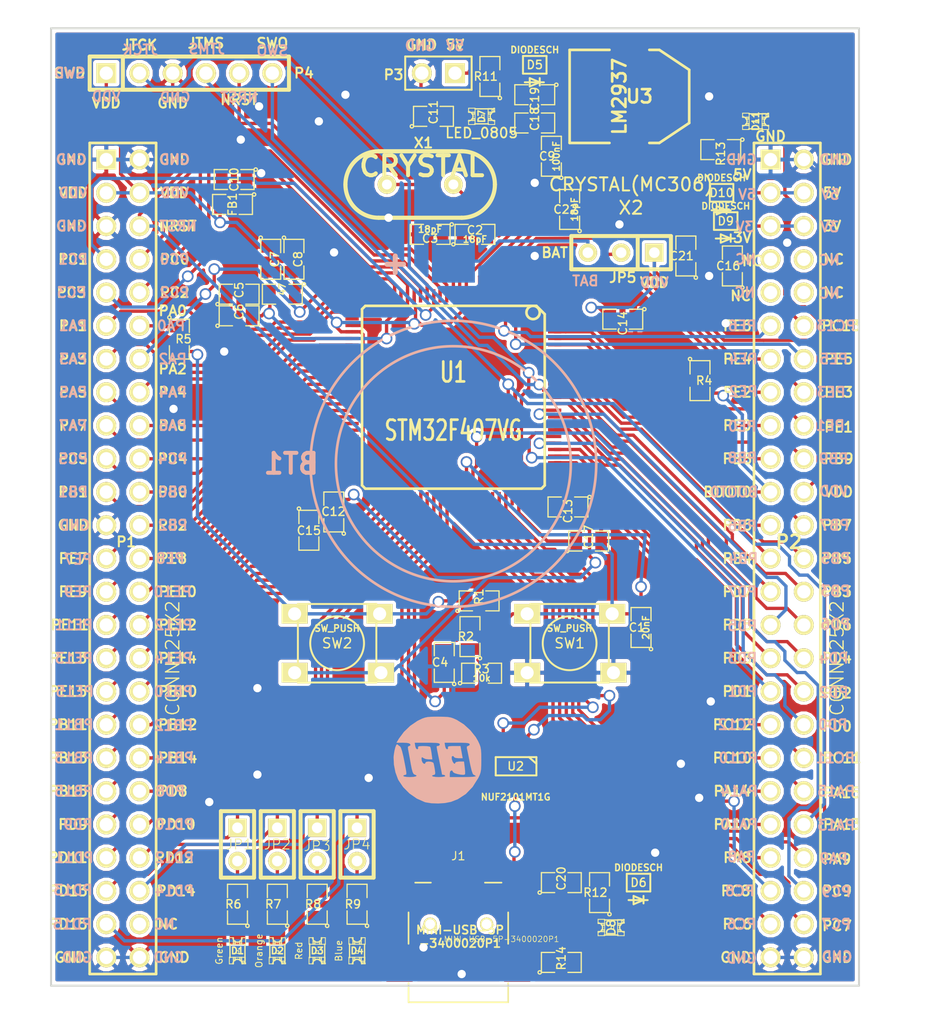
<source format=kicad_pcb>
(kicad_pcb (version 3) (host pcbnew "(2013-07-07 BZR 4022)-stable")
  (title_block (comment 2 Art_Electro) (comment 3 Art_Electro) (comment 4 Art_Electro))
  (layers (15 F.Cu signal) (0 B.Cu signal) (18 B.Paste user) (19 F.Paste user) (20 B.SilkS user) (21 F.SilkS user) (22 B.Mask user) (23 F.Mask user) (28 Edge.Cuts user))
  (net 0 "")
  (net 1 /3V)
  (net 2 /5V)
  (net 3 /5Vi)
  (net 4 /BOOT0)
  (net 5 /D+)
  (net 6 /D-)
  (net 7 /NC)
  (net 8 /NRST)
  (net 9 /PA0)
  (net 10 /PA1)
  (net 11 /PA10)
  (net 12 /PA11)
  (net 13 /PA12)
  (net 14 /PA13)
  (net 15 /PA14)
  (net 16 /PA15)
  (net 17 /PA2)
  (net 18 /PA3)
  (net 19 /PA4)
  (net 20 /PA5)
  (net 21 /PA6)
  (net 22 /PA7)
  (net 23 /PA8)
  (net 24 /PA9)
  (net 25 /PB0)
  (net 26 /PB1)
  (net 27 /PB10)
  (net 28 /PB11)
  (net 29 /PB12)
  (net 30 /PB13)
  (net 31 /PB14)
  (net 32 /PB15)
  (net 33 /PB2)
  (net 34 /PB3)
  (net 35 /PB4)
  (net 36 /PB5)
  (net 37 /PB6)
  (net 38 /PB7)
  (net 39 /PB8)
  (net 40 /PB9)
  (net 41 /PC0)
  (net 42 /PC1)
  (net 43 /PC10)
  (net 44 /PC11)
  (net 45 /PC12)
  (net 46 /PC13)
  (net 47 /PC2)
  (net 48 /PC3)
  (net 49 /PC4)
  (net 50 /PC5)
  (net 51 /PC6)
  (net 52 /PC7)
  (net 53 /PC8)
  (net 54 /PC9)
  (net 55 /PD0)
  (net 56 /PD1)
  (net 57 /PD10)
  (net 58 /PD11)
  (net 59 /PD12)
  (net 60 /PD13)
  (net 61 /PD14)
  (net 62 /PD15)
  (net 63 /PD2)
  (net 64 /PD3)
  (net 65 /PD4)
  (net 66 /PD5)
  (net 67 /PD6)
  (net 68 /PD7)
  (net 69 /PD8)
  (net 70 /PD9)
  (net 71 /PE0)
  (net 72 /PE1)
  (net 73 /PE10)
  (net 74 /PE11)
  (net 75 /PE12)
  (net 76 /PE13)
  (net 77 /PE14)
  (net 78 /PE15)
  (net 79 /PE2)
  (net 80 /PE3)
  (net 81 /PE4)
  (net 82 /PE5)
  (net 83 /PE6)
  (net 84 /PE7)
  (net 85 /PE8)
  (net 86 /PE9)
  (net 87 /VDD)
  (net 88 /Vbus)
  (net 89 GND)
  (net 90 N-00000116)
  (net 91 N-00000117)
  (net 92 N-00000118)
  (net 93 N-00000119)
  (net 94 N-00000120)
  (net 95 N-0000043)
  (net 96 N-0000044)
  (net 97 N-0000046)
  (net 98 N-0000047)
  (net 99 N-0000048)
  (net 100 N-0000049)
  (net 101 N-0000051)
  (net 102 N-0000052)
  (net 103 N-0000053)
  (net 104 N-0000054)
  (net 105 N-0000055)
  (net 106 N-0000057)
  (net 107 N-0000058)
  (net 108 N-0000059)
  (net 109 N-0000064)
  (net 110 N-0000065)
  (net 111 N-0000066)
  (net 112 N-0000067)
  (net 113 N-0000068)
  (net 114 N-0000071)
  (net 115 N-0000072)
  (net 116 N-0000076)
  (net 117 N-0000077)
  (net 118 N-0000082)
  (net 119 N-0000083)
  (module BATT_CR2032_MPD (layer B.Cu) (at 117.983 116.713 90)
    (fp_text reference BT1 (at 0 -12.4 360) (layer B.SilkS) (effects (font (size 1.524 1.524) (thickness 0.3048)) (justify mirror)))
    (fp_text value BATTERY_CR2032 hide)
    (pad 1 smd rect (at 15.485 0 90) (size 3.29 3.29) (layers B.Cu B.Paste B.Mask) (net 98 N-0000047))
    (pad 2 smd rect (at -15.485 0 90) (size 3.29 3.29) (layers B.Cu B.Paste B.Mask) (net 89 GND))
  )
  (module SM0805 (layer F.Cu) (at 132.334 129.2225 90)
    (fp_text reference C1 (at 0 -0.3175 180) (layer F.SilkS) (effects (font (size 0.635 0.635) (thickness 0.10922))))
    (fp_text value 20nF (at 0 0.381 90) (layer F.SilkS) (effects (font (size 0.50038 0.50038) (thickness 0.10922))))
    (pad 1 smd rect (at -0.9525 0 90) (size 0.889 1.397) (layers F.Cu F.Paste F.Mask) (net 89 GND))
    (pad 2 smd rect (at 0.9525 0 90) (size 0.889 1.397) (layers F.Cu F.Paste F.Mask) (net 8 /NRST))
  )
  (module SM0805 (layer F.Cu) (at 119.634 99.187)
    (fp_text reference C2 (at 0 -0.3175) (layer F.SilkS) (effects (font (size 0.635 0.635) (thickness 0.10922))))
    (fp_text value 18pF (at 0 0.381) (layer F.SilkS) (effects (font (size 0.50038 0.50038) (thickness 0.10922))))
    (pad 1 smd rect (at -0.9525 0) (size 0.889 1.397) (layers F.Cu F.Paste F.Mask) (net 92 N-00000118))
    (pad 2 smd rect (at 0.9525 0) (size 0.889 1.397) (layers F.Cu F.Paste F.Mask) (net 89 GND))
  )
  (module SM0805 (layer F.Cu) (at 116.205 99.187 180)
    (fp_text reference C3 (at 0 -0.3175 360) (layer F.SilkS) (effects (font (size 0.635 0.635) (thickness 0.10922))))
    (fp_text value 18pF (at 0 0.381 180) (layer F.SilkS) (effects (font (size 0.50038 0.50038) (thickness 0.10922))))
    (pad 1 smd rect (at -0.9525 0 180) (size 0.889 1.397) (layers F.Cu F.Paste F.Mask) (net 90 N-00000116))
    (pad 2 smd rect (at 0.9525 0 180) (size 0.889 1.397) (layers F.Cu F.Paste F.Mask) (net 89 GND))
  )
  (module SM0805 (layer F.Cu) (at 117.2845 131.8895 90)
    (fp_text reference C4 (at 0 -0.3175 360) (layer F.SilkS) (effects (font (size 0.635 0.635) (thickness 0.10922))))
    (fp_text value 2u2F hide)
    (pad 1 smd rect (at -0.9525 0 90) (size 0.889 1.397) (layers F.Cu F.Paste F.Mask) (net 87 /VDD))
    (pad 2 smd rect (at 0.9525 0 90) (size 0.889 1.397) (layers F.Cu F.Paste F.Mask) (net 99 N-0000048))
  )
  (module SM0805 (layer F.Cu) (at 101.6 103.759)
    (fp_text reference C5 (at 0 -0.3175 90) (layer F.SilkS) (effects (font (size 0.635 0.635) (thickness 0.10922))))
    (fp_text value 10nF hide)
    (pad 1 smd rect (at -0.9525 0) (size 0.889 1.397) (layers F.Cu F.Paste F.Mask) (net 89 GND))
    (pad 2 smd rect (at 0.9525 0) (size 0.889 1.397) (layers F.Cu F.Paste F.Mask) (net 117 N-0000077))
  )
  (module SM0805 (layer F.Cu) (at 101.6 105.41)
    (fp_text reference C6 (at 0 -0.3175 90) (layer F.SilkS) (effects (font (size 0.635 0.635) (thickness 0.10922))))
    (fp_text value 1uF hide)
    (pad 1 smd rect (at -0.9525 0) (size 0.889 1.397) (layers F.Cu F.Paste F.Mask) (net 89 GND))
    (pad 2 smd rect (at 0.9525 0) (size 0.889 1.397) (layers F.Cu F.Paste F.Mask) (net 117 N-0000077))
  )
  (module SM0805 (layer F.Cu) (at 104.013 101.092 270)
    (fp_text reference C7 (at 0 -0.3175 270) (layer F.SilkS) (effects (font (size 0.635 0.635) (thickness 0.10922))))
    (fp_text value 1uF hide)
    (pad 1 smd rect (at -0.9525 0 270) (size 0.889 1.397) (layers F.Cu F.Paste F.Mask) (net 89 GND))
    (pad 2 smd rect (at 0.9525 0 270) (size 0.889 1.397) (layers F.Cu F.Paste F.Mask) (net 94 N-00000120))
  )
  (module SM0805 (layer F.Cu) (at 105.791 101.092 270)
    (fp_text reference C8 (at 0 -0.3175 270) (layer F.SilkS) (effects (font (size 0.635 0.635) (thickness 0.10922))))
    (fp_text value 10nF hide)
    (pad 1 smd rect (at -0.9525 0 270) (size 0.889 1.397) (layers F.Cu F.Paste F.Mask) (net 89 GND))
    (pad 2 smd rect (at 0.9525 0 270) (size 0.889 1.397) (layers F.Cu F.Paste F.Mask) (net 94 N-00000120))
  )
  (module SM0805 (layer F.Cu) (at 125.476 93.218 90)
    (fp_text reference C9 (at 0 -0.3175 360) (layer F.SilkS) (effects (font (size 0.635 0.635) (thickness 0.10922))))
    (fp_text value 100nF (at 0 0.381 90) (layer F.SilkS) (effects (font (size 0.50038 0.50038) (thickness 0.10922))))
    (pad 1 smd rect (at -0.9525 0 90) (size 0.889 1.397) (layers F.Cu F.Paste F.Mask) (net 89 GND))
    (pad 2 smd rect (at 0.9525 0 90) (size 0.889 1.397) (layers F.Cu F.Paste F.Mask) (net 87 /VDD))
  )
  (module SM0805 (layer F.Cu) (at 101.219 94.996 180)
    (fp_text reference C10 (at 0 0 270) (layer F.SilkS) (effects (font (size 0.635 0.635) (thickness 0.10922))))
    (fp_text value 100nF hide)
    (pad 1 smd rect (at -0.9525 0 180) (size 0.889 1.397) (layers F.Cu F.Paste F.Mask) (net 89 GND))
    (pad 2 smd rect (at 0.9525 0 180) (size 0.889 1.397) (layers F.Cu F.Paste F.Mask) (net 87 /VDD))
  )
  (module SM0805 (layer F.Cu) (at 116.459 90.17)
    (fp_text reference C11 (at 0 -0.3175 90) (layer F.SilkS) (effects (font (size 0.635 0.635) (thickness 0.10922))))
    (fp_text value 100nF hide)
    (pad 1 smd rect (at -0.9525 0) (size 0.889 1.397) (layers F.Cu F.Paste F.Mask) (net 89 GND))
    (pad 2 smd rect (at 0.9525 0) (size 0.889 1.397) (layers F.Cu F.Paste F.Mask) (net 87 /VDD))
  )
  (module SM0805 (layer F.Cu) (at 108.839 120.396 90)
    (fp_text reference C12 (at 0.0254 -0.0254 360) (layer F.SilkS) (effects (font (size 0.635 0.635) (thickness 0.10922))))
    (fp_text value 100nF hide)
    (pad 1 smd rect (at -0.9525 0 90) (size 0.889 1.397) (layers F.Cu F.Paste F.Mask) (net 89 GND))
    (pad 2 smd rect (at 0.9525 0 90) (size 0.889 1.397) (layers F.Cu F.Paste F.Mask) (net 87 /VDD))
  )
  (module SM0805 (layer F.Cu) (at 126.746 120.015 180)
    (fp_text reference C13 (at 0 -0.3175 270) (layer F.SilkS) (effects (font (size 0.635 0.635) (thickness 0.10922))))
    (fp_text value 100nF hide)
    (pad 1 smd rect (at -0.9525 0 180) (size 0.889 1.397) (layers F.Cu F.Paste F.Mask) (net 89 GND))
    (pad 2 smd rect (at 0.9525 0 180) (size 0.889 1.397) (layers F.Cu F.Paste F.Mask) (net 87 /VDD))
  )
  (module SM0805 (layer F.Cu) (at 130.937 105.664 180)
    (fp_text reference C14 (at 0 -0.3175 270) (layer F.SilkS) (effects (font (size 0.635 0.635) (thickness 0.10922))))
    (fp_text value 100nF hide)
    (pad 1 smd rect (at -0.9525 0 180) (size 0.889 1.397) (layers F.Cu F.Paste F.Mask) (net 89 GND))
    (pad 2 smd rect (at 0.9525 0 180) (size 0.889 1.397) (layers F.Cu F.Paste F.Mask) (net 87 /VDD))
  )
  (module SM0805 (layer F.Cu) (at 106.934 121.793 270)
    (fp_text reference C15 (at 0.0254 0 360) (layer F.SilkS) (effects (font (size 0.635 0.635) (thickness 0.10922))))
    (fp_text value 2u2F hide)
    (pad 1 smd rect (at -0.9525 0 270) (size 0.889 1.397) (layers F.Cu F.Paste F.Mask) (net 93 N-00000119))
    (pad 2 smd rect (at 0.9525 0 270) (size 0.889 1.397) (layers F.Cu F.Paste F.Mask) (net 89 GND))
  )
  (module SM0805 (layer F.Cu) (at 139.319 101.6 90)
    (fp_text reference C16 (at 0 -0.3175 360) (layer F.SilkS) (effects (font (size 0.635 0.635) (thickness 0.10922))))
    (fp_text value 1uF hide)
    (pad 1 smd rect (at -0.9525 0 90) (size 0.889 1.397) (layers F.Cu F.Paste F.Mask) (net 89 GND))
    (pad 2 smd rect (at 0.9525 0 90) (size 0.889 1.397) (layers F.Cu F.Paste F.Mask) (net 87 /VDD))
  )
  (module SM0805 (layer F.Cu) (at 128.3335 122.6185)
    (fp_text reference C17 (at 0 -0.3175 90) (layer F.SilkS) (effects (font (size 0.635 0.635) (thickness 0.10922))))
    (fp_text value 2u2F hide)
    (pad 1 smd rect (at -0.9525 0) (size 0.889 1.397) (layers F.Cu F.Paste F.Mask) (net 91 N-00000117))
    (pad 2 smd rect (at 0.9525 0) (size 0.889 1.397) (layers F.Cu F.Paste F.Mask) (net 89 GND))
  )
  (module SM0805 (layer F.Cu) (at 124.206 90.678)
    (fp_text reference C18 (at 0 -0.3175 90) (layer F.SilkS) (effects (font (size 0.635 0.635) (thickness 0.10922))))
    (fp_text value .1uF hide)
    (pad 1 smd rect (at -0.9525 0) (size 0.889 1.397) (layers F.Cu F.Paste F.Mask) (net 89 GND))
    (pad 2 smd rect (at 0.9525 0) (size 0.889 1.397) (layers F.Cu F.Paste F.Mask) (net 3 /5Vi))
  )
  (module SM0805 (layer F.Cu) (at 124.206 88.519 180)
    (fp_text reference C19 (at 0 -0.3175 270) (layer F.SilkS) (effects (font (size 0.635 0.635) (thickness 0.10922))))
    (fp_text value 4.7uF hide)
    (pad 1 smd rect (at -0.9525 0 180) (size 0.889 1.397) (layers F.Cu F.Paste F.Mask) (net 3 /5Vi))
    (pad 2 smd rect (at 0.9525 0 180) (size 0.889 1.397) (layers F.Cu F.Paste F.Mask) (net 89 GND))
  )
  (module LED-0805_A (layer F.Cu) (at 101.473 153.924 270)
    (fp_text reference D1 (at 0 0 360) (layer F.SilkS) (effects (font (size 0.50038 0.50038) (thickness 0.1143))))
    (fp_text value LED_0805 hide)
    (pad 1 smd rect (at -1.04902 0 270) (size 1.19888 1.19888) (layers F.Cu F.Paste F.Mask) (net 109 N-0000064))
    (pad 2 smd rect (at 1.04902 0 270) (size 1.19888 1.19888) (layers F.Cu F.Paste F.Mask) (net 89 GND))
  )
  (module LED-0805_A (layer F.Cu) (at 104.521 153.924 270)
    (fp_text reference D2 (at 0 0 360) (layer F.SilkS) (effects (font (size 0.50038 0.50038) (thickness 0.1143))))
    (fp_text value LED_0805 hide)
    (pad 1 smd rect (at -1.04902 0 270) (size 1.19888 1.19888) (layers F.Cu F.Paste F.Mask) (net 110 N-0000065))
    (pad 2 smd rect (at 1.04902 0 270) (size 1.19888 1.19888) (layers F.Cu F.Paste F.Mask) (net 89 GND))
  )
  (module LED-0805_A (layer F.Cu) (at 107.569 153.924 270)
    (fp_text reference D3 (at 0 0 360) (layer F.SilkS) (effects (font (size 0.50038 0.50038) (thickness 0.1143))))
    (fp_text value LED_0805 hide)
    (pad 1 smd rect (at -1.04902 0 270) (size 1.19888 1.19888) (layers F.Cu F.Paste F.Mask) (net 111 N-0000066))
    (pad 2 smd rect (at 1.04902 0 270) (size 1.19888 1.19888) (layers F.Cu F.Paste F.Mask) (net 89 GND))
  )
  (module LED-0805_A (layer F.Cu) (at 110.617 153.924 270)
    (fp_text reference D4 (at 0 0 360) (layer F.SilkS) (effects (font (size 0.50038 0.50038) (thickness 0.1143))))
    (fp_text value LED_0805 hide)
    (pad 1 smd rect (at -1.04902 0 270) (size 1.19888 1.19888) (layers F.Cu F.Paste F.Mask) (net 112 N-0000067))
    (pad 2 smd rect (at 1.04902 0 270) (size 1.19888 1.19888) (layers F.Cu F.Paste F.Mask) (net 89 GND))
  )
  (module LED-0805_A (layer F.Cu) (at 120.142 90.17)
    (fp_text reference D7 (at 0 0 90) (layer F.SilkS) (effects (font (size 0.50038 0.50038) (thickness 0.1143))))
    (fp_text value LED_0805 (at 0 1.27) (layer F.SilkS) (effects (font (size 0.762 0.762) (thickness 0.127))))
    (pad 1 smd rect (at -1.04902 0) (size 1.19888 1.19888) (layers F.Cu F.Paste F.Mask) (net 106 N-0000057))
    (pad 2 smd rect (at 1.04902 0) (size 1.19888 1.19888) (layers F.Cu F.Paste F.Mask) (net 89 GND))
  )
  (module LED-0805_A (layer F.Cu) (at 130.048 152.146)
    (fp_text reference D8 (at 0 0 90) (layer F.SilkS) (effects (font (size 0.635 0.635) (thickness 0.10922))))
    (fp_text value LED_0805 hide)
    (pad 1 smd rect (at -1.04902 0) (size 1.19888 1.19888) (layers F.Cu F.Paste F.Mask) (net 108 N-0000059))
    (pad 2 smd rect (at 1.04902 0) (size 1.19888 1.19888) (layers F.Cu F.Paste F.Mask) (net 89 GND))
  )
  (module LED-0805_A (layer F.Cu) (at 141.097 90.551)
    (fp_text reference D11 (at 0 0 90) (layer F.SilkS) (effects (font (size 0.50038 0.50038) (thickness 0.1143))))
    (fp_text value LED_0805 hide)
    (pad 1 smd rect (at -1.04902 0) (size 1.19888 1.19888) (layers F.Cu F.Paste F.Mask) (net 113 N-0000068))
    (pad 2 smd rect (at 1.04902 0) (size 1.19888 1.19888) (layers F.Cu F.Paste F.Mask) (net 89 GND))
  )
  (module SM0805 (layer F.Cu) (at 101.092 96.901 180)
    (fp_text reference FB1 (at 0 0 270) (layer F.SilkS) (effects (font (size 0.635 0.635) (thickness 0.10922))))
    (fp_text value FILTER hide)
    (pad 1 smd rect (at -0.9525 0 180) (size 0.889 1.397) (layers F.Cu F.Paste F.Mask) (net 94 N-00000120))
    (pad 2 smd rect (at 0.9525 0 180) (size 0.889 1.397) (layers F.Cu F.Paste F.Mask) (net 87 /VDD))
  )
  (module JUMPER-2 (layer F.Cu) (at 101.473 145.796 270)
    (fp_text reference JP1 (at 0 -0.127 360) (layer F.SilkS) (effects (font (size 0.762 0.762) (thickness 0.0762))))
    (fp_text value JUMPER hide)
    (pad 1 thru_hole rect (at -1.27 0 270) (size 1.397 1.397) (drill 0.8128) (layers *.Cu *.Mask F.SilkS) (net 59 /PD12))
    (pad 2 thru_hole circle (at 1.27 0 270) (size 1.397 1.397) (drill 0.8128) (layers *.Cu *.Mask F.SilkS) (net 101 N-0000051))
  )
  (module JUMPER-2 (layer F.Cu) (at 104.521 145.796 270)
    (fp_text reference JP2 (at 0 0 360) (layer F.SilkS) (effects (font (size 0.762 0.762) (thickness 0.0762))))
    (fp_text value JUMPER hide)
    (pad 1 thru_hole rect (at -1.27 0 270) (size 1.397 1.397) (drill 0.8128) (layers *.Cu *.Mask F.SilkS) (net 60 /PD13))
    (pad 2 thru_hole circle (at 1.27 0 270) (size 1.397 1.397) (drill 0.8128) (layers *.Cu *.Mask F.SilkS) (net 102 N-0000052))
  )
  (module JUMPER-2 (layer F.Cu) (at 107.569 145.796 270)
    (fp_text reference JP3 (at 0.127 0 360) (layer F.SilkS) (effects (font (size 0.762 0.762) (thickness 0.0762))))
    (fp_text value JUMPER hide)
    (pad 1 thru_hole rect (at -1.27 0 270) (size 1.397 1.397) (drill 0.8128) (layers *.Cu *.Mask F.SilkS) (net 61 /PD14))
    (pad 2 thru_hole circle (at 1.27 0 270) (size 1.397 1.397) (drill 0.8128) (layers *.Cu *.Mask F.SilkS) (net 103 N-0000053))
  )
  (module JUMPER-2 (layer F.Cu) (at 110.617 145.796 270)
    (fp_text reference JP4 (at 0 0 360) (layer F.SilkS) (effects (font (size 0.762 0.762) (thickness 0.0762))))
    (fp_text value JUMPER hide)
    (pad 1 thru_hole rect (at -1.27 0 270) (size 1.397 1.397) (drill 0.8128) (layers *.Cu *.Mask F.SilkS) (net 62 /PD15))
    (pad 2 thru_hole circle (at 1.27 0 270) (size 1.397 1.397) (drill 0.8128) (layers *.Cu *.Mask F.SilkS) (net 104 N-0000054))
  )
  (module SIL-3 (layer F.Cu) (at 130.81 100.584 180)
    (fp_text reference JP5 (at -0.127 -1.905 180) (layer F.SilkS) (effects (font (size 0.762 0.762) (thickness 0.1524))))
    (fp_text value JUMPER3 hide)
    (pad 1 thru_hole rect (at -2.54 0 180) (size 1.397 1.397) (drill 0.8128) (layers *.Cu *.Mask F.SilkS) (net 87 /VDD))
    (pad 2 thru_hole circle (at 0 0 180) (size 1.397 1.397) (drill 0.8128) (layers *.Cu *.Mask F.SilkS) (net 97 N-0000046))
    (pad 3 thru_hole circle (at 2.54 0 180) (size 1.397 1.397) (drill 0.8128) (layers *.Cu *.Mask F.SilkS) (net 98 N-0000047))
  )
  (module PIN_ARRAY_25x2_A (layer F.Cu) (at 92.71 123.952 270)
    (fp_text reference P1 (at -1.27 -0.254 360) (layer F.SilkS) (effects (font (size 0.762 0.762) (thickness 0.1524))))
    (fp_text value CONN_25X2 (at 7.62 -3.81 270) (layer F.SilkS) (effects (font (size 1.016 1.016) (thickness 0.1016))))
    (pad 1 thru_hole rect (at -30.48 1.27 270) (size 1.524 1.524) (drill 1.016) (layers *.Cu *.Mask F.SilkS) (net 89 GND))
    (pad 2 thru_hole circle (at -30.48 -1.27 270) (size 1.524 1.524) (drill 1.016) (layers *.Cu *.Mask F.SilkS) (net 89 GND))
    (pad 3 thru_hole circle (at -27.94 1.27 270) (size 1.524 1.524) (drill 1.016) (layers *.Cu *.Mask F.SilkS) (net 87 /VDD))
    (pad 4 thru_hole circle (at -27.94 -1.27 270) (size 1.524 1.524) (drill 1.016) (layers *.Cu *.Mask F.SilkS) (net 87 /VDD))
    (pad 5 thru_hole circle (at -25.4 1.27 270) (size 1.524 1.524) (drill 1.016) (layers *.Cu *.Mask F.SilkS) (net 89 GND))
    (pad 6 thru_hole circle (at -25.4 -1.27 270) (size 1.524 1.524) (drill 1.016) (layers *.Cu *.Mask F.SilkS) (net 8 /NRST))
    (pad 7 thru_hole circle (at -22.86 1.27 270) (size 1.524 1.524) (drill 1.016) (layers *.Cu *.Mask F.SilkS) (net 42 /PC1))
    (pad 8 thru_hole circle (at -22.86 -1.27 270) (size 1.524 1.524) (drill 1.016) (layers *.Cu *.Mask F.SilkS) (net 41 /PC0))
    (pad 9 thru_hole circle (at -20.32 1.27 270) (size 1.524 1.524) (drill 1.016) (layers *.Cu *.Mask F.SilkS) (net 48 /PC3))
    (pad 10 thru_hole circle (at -20.32 -1.27 270) (size 1.524 1.524) (drill 1.016) (layers *.Cu *.Mask F.SilkS) (net 47 /PC2))
    (pad 11 thru_hole circle (at -17.78 1.27 270) (size 1.524 1.524) (drill 1.016) (layers *.Cu *.Mask F.SilkS) (net 10 /PA1))
    (pad 12 thru_hole circle (at -17.78 -1.27 270) (size 1.524 1.524) (drill 1.016) (layers *.Cu *.Mask F.SilkS) (net 9 /PA0))
    (pad 13 thru_hole circle (at -15.24 1.27 270) (size 1.524 1.524) (drill 1.016) (layers *.Cu *.Mask F.SilkS) (net 18 /PA3))
    (pad 14 thru_hole circle (at -15.24 -1.27 270) (size 1.524 1.524) (drill 1.016) (layers *.Cu *.Mask F.SilkS) (net 17 /PA2))
    (pad 15 thru_hole circle (at -12.7 1.27 270) (size 1.524 1.524) (drill 1.016) (layers *.Cu *.Mask F.SilkS) (net 20 /PA5))
    (pad 16 thru_hole circle (at -12.7 -1.27 270) (size 1.524 1.524) (drill 1.016) (layers *.Cu *.Mask F.SilkS) (net 19 /PA4))
    (pad 17 thru_hole circle (at -10.16 1.27 270) (size 1.524 1.524) (drill 1.016) (layers *.Cu *.Mask F.SilkS) (net 22 /PA7))
    (pad 18 thru_hole circle (at -10.16 -1.27 270) (size 1.524 1.524) (drill 1.016) (layers *.Cu *.Mask F.SilkS) (net 21 /PA6))
    (pad 19 thru_hole circle (at -7.62 1.27 270) (size 1.524 1.524) (drill 1.016) (layers *.Cu *.Mask F.SilkS) (net 50 /PC5))
    (pad 20 thru_hole circle (at -7.62 -1.27 270) (size 1.524 1.524) (drill 1.016) (layers *.Cu *.Mask F.SilkS) (net 49 /PC4))
    (pad 21 thru_hole circle (at -5.08 1.27 270) (size 1.524 1.524) (drill 1.016) (layers *.Cu *.Mask F.SilkS) (net 26 /PB1))
    (pad 22 thru_hole circle (at -5.08 -1.27 270) (size 1.524 1.524) (drill 1.016) (layers *.Cu *.Mask F.SilkS) (net 25 /PB0))
    (pad 23 thru_hole circle (at -2.54 1.27 270) (size 1.524 1.524) (drill 1.016) (layers *.Cu *.Mask F.SilkS) (net 89 GND))
    (pad 24 thru_hole circle (at -2.54 -1.27 270) (size 1.524 1.524) (drill 1.016) (layers *.Cu *.Mask F.SilkS) (net 33 /PB2))
    (pad 25 thru_hole circle (at 0 1.27 270) (size 1.524 1.524) (drill 1.016) (layers *.Cu *.Mask F.SilkS) (net 84 /PE7))
    (pad 26 thru_hole circle (at 0 -1.27 270) (size 1.524 1.524) (drill 1.016) (layers *.Cu *.Mask F.SilkS) (net 85 /PE8))
    (pad 27 thru_hole circle (at 2.54 1.27 270) (size 1.524 1.524) (drill 1.016) (layers *.Cu *.Mask F.SilkS) (net 86 /PE9))
    (pad 28 thru_hole circle (at 2.54 -1.27 270) (size 1.524 1.524) (drill 1.016) (layers *.Cu *.Mask F.SilkS) (net 73 /PE10))
    (pad 29 thru_hole circle (at 5.08 1.27 270) (size 1.524 1.524) (drill 1.016) (layers *.Cu *.Mask F.SilkS) (net 74 /PE11))
    (pad 30 thru_hole circle (at 5.08 -1.27 270) (size 1.524 1.524) (drill 1.016) (layers *.Cu *.Mask F.SilkS) (net 75 /PE12))
    (pad 31 thru_hole circle (at 7.62 1.27 270) (size 1.524 1.524) (drill 1.016) (layers *.Cu *.Mask F.SilkS) (net 76 /PE13))
    (pad 32 thru_hole circle (at 7.62 -1.27 270) (size 1.524 1.524) (drill 1.016) (layers *.Cu *.Mask F.SilkS) (net 77 /PE14))
    (pad 33 thru_hole circle (at 10.16 1.27 270) (size 1.524 1.524) (drill 1.016) (layers *.Cu *.Mask F.SilkS) (net 78 /PE15))
    (pad 34 thru_hole circle (at 10.16 -1.27 270) (size 1.524 1.524) (drill 1.016) (layers *.Cu *.Mask F.SilkS) (net 27 /PB10))
    (pad 35 thru_hole circle (at 12.7 1.27 270) (size 1.524 1.524) (drill 1.016) (layers *.Cu *.Mask F.SilkS) (net 28 /PB11))
    (pad 36 thru_hole circle (at 12.7 -1.27 270) (size 1.524 1.524) (drill 1.016) (layers *.Cu *.Mask F.SilkS) (net 29 /PB12))
    (pad 37 thru_hole circle (at 15.24 1.27 270) (size 1.524 1.524) (drill 1.016) (layers *.Cu *.Mask F.SilkS) (net 30 /PB13))
    (pad 38 thru_hole circle (at 15.24 -1.27 270) (size 1.524 1.524) (drill 1.016) (layers *.Cu *.Mask F.SilkS) (net 31 /PB14))
    (pad 39 thru_hole circle (at 17.78 1.27 270) (size 1.524 1.524) (drill 1.016) (layers *.Cu *.Mask F.SilkS) (net 32 /PB15))
    (pad 40 thru_hole circle (at 17.78 -1.27 270) (size 1.524 1.524) (drill 1.016) (layers *.Cu *.Mask F.SilkS) (net 69 /PD8))
    (pad 41 thru_hole circle (at 20.32 1.27 270) (size 1.524 1.524) (drill 1.016) (layers *.Cu *.Mask F.SilkS) (net 70 /PD9))
    (pad 42 thru_hole circle (at 20.32 -1.27 270) (size 1.524 1.524) (drill 1.016) (layers *.Cu *.Mask F.SilkS) (net 57 /PD10))
    (pad 43 thru_hole circle (at 22.86 1.27 270) (size 1.524 1.524) (drill 1.016) (layers *.Cu *.Mask F.SilkS) (net 58 /PD11))
    (pad 44 thru_hole circle (at 22.86 -1.27 270) (size 1.524 1.524) (drill 1.016) (layers *.Cu *.Mask F.SilkS) (net 59 /PD12))
    (pad 45 thru_hole circle (at 25.4 1.27 270) (size 1.524 1.524) (drill 1.016) (layers *.Cu *.Mask F.SilkS) (net 60 /PD13))
    (pad 46 thru_hole circle (at 25.4 -1.27 270) (size 1.524 1.524) (drill 1.016) (layers *.Cu *.Mask F.SilkS) (net 61 /PD14))
    (pad 47 thru_hole circle (at 27.94 1.27 270) (size 1.524 1.524) (drill 1.016) (layers *.Cu *.Mask F.SilkS) (net 62 /PD15))
    (pad 48 thru_hole circle (at 27.94 -1.27 270) (size 1.524 1.524) (drill 1.016) (layers *.Cu *.Mask F.SilkS) (net 7 /NC))
    (pad 49 thru_hole circle (at 30.48 1.27 270) (size 1.524 1.524) (drill 1.016) (layers *.Cu *.Mask F.SilkS) (net 89 GND))
    (pad 50 thru_hole circle (at 30.48 -1.27 270) (size 1.524 1.524) (drill 1.016) (layers *.Cu *.Mask F.SilkS) (net 89 GND))
  )
  (module PIN_ARRAY_25x2_A (layer F.Cu) (at 143.51 123.952 270)
    (fp_text reference P2 (at -1.27 -0.127 360) (layer F.SilkS) (effects (font (size 1.016 1.016) (thickness 0.2032))))
    (fp_text value CONN_25X2 (at 7.62 -3.81 270) (layer F.SilkS) (effects (font (size 1.016 1.016) (thickness 0.1016))))
    (pad 1 thru_hole rect (at -30.48 1.27 270) (size 1.524 1.524) (drill 1.016) (layers *.Cu *.Mask F.SilkS) (net 89 GND))
    (pad 2 thru_hole circle (at -30.48 -1.27 270) (size 1.524 1.524) (drill 1.016) (layers *.Cu *.Mask F.SilkS) (net 89 GND))
    (pad 3 thru_hole circle (at -27.94 1.27 270) (size 1.524 1.524) (drill 1.016) (layers *.Cu *.Mask F.SilkS) (net 2 /5V))
    (pad 4 thru_hole circle (at -27.94 -1.27 270) (size 1.524 1.524) (drill 1.016) (layers *.Cu *.Mask F.SilkS) (net 2 /5V))
    (pad 5 thru_hole circle (at -25.4 1.27 270) (size 1.524 1.524) (drill 1.016) (layers *.Cu *.Mask F.SilkS) (net 1 /3V))
    (pad 6 thru_hole circle (at -25.4 -1.27 270) (size 1.524 1.524) (drill 1.016) (layers *.Cu *.Mask F.SilkS) (net 1 /3V))
    (pad 7 thru_hole circle (at -22.86 1.27 270) (size 1.524 1.524) (drill 1.016) (layers *.Cu *.Mask F.SilkS) (net 95 N-0000043))
    (pad 8 thru_hole circle (at -22.86 -1.27 270) (size 1.524 1.524) (drill 1.016) (layers *.Cu *.Mask F.SilkS) (net 96 N-0000044))
    (pad 9 thru_hole circle (at -20.32 1.27 270) (size 1.524 1.524) (drill 1.016) (layers *.Cu *.Mask F.SilkS) (net 115 N-0000072))
    (pad 10 thru_hole circle (at -20.32 -1.27 270) (size 1.524 1.524) (drill 1.016) (layers *.Cu *.Mask F.SilkS) (net 114 N-0000071))
    (pad 11 thru_hole circle (at -17.78 1.27 270) (size 1.524 1.524) (drill 1.016) (layers *.Cu *.Mask F.SilkS) (net 83 /PE6))
    (pad 12 thru_hole circle (at -17.78 -1.27 270) (size 1.524 1.524) (drill 1.016) (layers *.Cu *.Mask F.SilkS) (net 46 /PC13))
    (pad 13 thru_hole circle (at -15.24 1.27 270) (size 1.524 1.524) (drill 1.016) (layers *.Cu *.Mask F.SilkS) (net 81 /PE4))
    (pad 14 thru_hole circle (at -15.24 -1.27 270) (size 1.524 1.524) (drill 1.016) (layers *.Cu *.Mask F.SilkS) (net 82 /PE5))
    (pad 15 thru_hole circle (at -12.7 1.27 270) (size 1.524 1.524) (drill 1.016) (layers *.Cu *.Mask F.SilkS) (net 79 /PE2))
    (pad 16 thru_hole circle (at -12.7 -1.27 270) (size 1.524 1.524) (drill 1.016) (layers *.Cu *.Mask F.SilkS) (net 80 /PE3))
    (pad 17 thru_hole circle (at -10.16 1.27 270) (size 1.524 1.524) (drill 1.016) (layers *.Cu *.Mask F.SilkS) (net 71 /PE0))
    (pad 18 thru_hole circle (at -10.16 -1.27 270) (size 1.524 1.524) (drill 1.016) (layers *.Cu *.Mask F.SilkS) (net 72 /PE1))
    (pad 19 thru_hole circle (at -7.62 1.27 270) (size 1.524 1.524) (drill 1.016) (layers *.Cu *.Mask F.SilkS) (net 39 /PB8))
    (pad 20 thru_hole circle (at -7.62 -1.27 270) (size 1.524 1.524) (drill 1.016) (layers *.Cu *.Mask F.SilkS) (net 40 /PB9))
    (pad 21 thru_hole circle (at -5.08 1.27 270) (size 1.524 1.524) (drill 1.016) (layers *.Cu *.Mask F.SilkS) (net 4 /BOOT0))
    (pad 22 thru_hole circle (at -5.08 -1.27 270) (size 1.524 1.524) (drill 1.016) (layers *.Cu *.Mask F.SilkS) (net 87 /VDD))
    (pad 23 thru_hole circle (at -2.54 1.27 270) (size 1.524 1.524) (drill 1.016) (layers *.Cu *.Mask F.SilkS) (net 37 /PB6))
    (pad 24 thru_hole circle (at -2.54 -1.27 270) (size 1.524 1.524) (drill 1.016) (layers *.Cu *.Mask F.SilkS) (net 38 /PB7))
    (pad 25 thru_hole circle (at 0 1.27 270) (size 1.524 1.524) (drill 1.016) (layers *.Cu *.Mask F.SilkS) (net 35 /PB4))
    (pad 26 thru_hole circle (at 0 -1.27 270) (size 1.524 1.524) (drill 1.016) (layers *.Cu *.Mask F.SilkS) (net 36 /PB5))
    (pad 27 thru_hole circle (at 2.54 1.27 270) (size 1.524 1.524) (drill 1.016) (layers *.Cu *.Mask F.SilkS) (net 68 /PD7))
    (pad 28 thru_hole circle (at 2.54 -1.27 270) (size 1.524 1.524) (drill 1.016) (layers *.Cu *.Mask F.SilkS) (net 34 /PB3))
    (pad 29 thru_hole circle (at 5.08 1.27 270) (size 1.524 1.524) (drill 1.016) (layers *.Cu *.Mask F.SilkS) (net 66 /PD5))
    (pad 30 thru_hole circle (at 5.08 -1.27 270) (size 1.524 1.524) (drill 1.016) (layers *.Cu *.Mask F.SilkS) (net 67 /PD6))
    (pad 31 thru_hole circle (at 7.62 1.27 270) (size 1.524 1.524) (drill 1.016) (layers *.Cu *.Mask F.SilkS) (net 64 /PD3))
    (pad 32 thru_hole circle (at 7.62 -1.27 270) (size 1.524 1.524) (drill 1.016) (layers *.Cu *.Mask F.SilkS) (net 65 /PD4))
    (pad 33 thru_hole circle (at 10.16 1.27 270) (size 1.524 1.524) (drill 1.016) (layers *.Cu *.Mask F.SilkS) (net 56 /PD1))
    (pad 34 thru_hole circle (at 10.16 -1.27 270) (size 1.524 1.524) (drill 1.016) (layers *.Cu *.Mask F.SilkS) (net 63 /PD2))
    (pad 35 thru_hole circle (at 12.7 1.27 270) (size 1.524 1.524) (drill 1.016) (layers *.Cu *.Mask F.SilkS) (net 45 /PC12))
    (pad 36 thru_hole circle (at 12.7 -1.27 270) (size 1.524 1.524) (drill 1.016) (layers *.Cu *.Mask F.SilkS) (net 55 /PD0))
    (pad 37 thru_hole circle (at 15.24 1.27 270) (size 1.524 1.524) (drill 1.016) (layers *.Cu *.Mask F.SilkS) (net 43 /PC10))
    (pad 38 thru_hole circle (at 15.24 -1.27 270) (size 1.524 1.524) (drill 1.016) (layers *.Cu *.Mask F.SilkS) (net 44 /PC11))
    (pad 39 thru_hole circle (at 17.78 1.27 270) (size 1.524 1.524) (drill 1.016) (layers *.Cu *.Mask F.SilkS) (net 15 /PA14))
    (pad 40 thru_hole circle (at 17.78 -1.27 270) (size 1.524 1.524) (drill 1.016) (layers *.Cu *.Mask F.SilkS) (net 16 /PA15))
    (pad 41 thru_hole circle (at 20.32 1.27 270) (size 1.524 1.524) (drill 1.016) (layers *.Cu *.Mask F.SilkS) (net 11 /PA10))
    (pad 42 thru_hole circle (at 20.32 -1.27 270) (size 1.524 1.524) (drill 1.016) (layers *.Cu *.Mask F.SilkS) (net 14 /PA13))
    (pad 43 thru_hole circle (at 22.86 1.27 270) (size 1.524 1.524) (drill 1.016) (layers *.Cu *.Mask F.SilkS) (net 23 /PA8))
    (pad 44 thru_hole circle (at 22.86 -1.27 270) (size 1.524 1.524) (drill 1.016) (layers *.Cu *.Mask F.SilkS) (net 24 /PA9))
    (pad 45 thru_hole circle (at 25.4 1.27 270) (size 1.524 1.524) (drill 1.016) (layers *.Cu *.Mask F.SilkS) (net 53 /PC8))
    (pad 46 thru_hole circle (at 25.4 -1.27 270) (size 1.524 1.524) (drill 1.016) (layers *.Cu *.Mask F.SilkS) (net 54 /PC9))
    (pad 47 thru_hole circle (at 27.94 1.27 270) (size 1.524 1.524) (drill 1.016) (layers *.Cu *.Mask F.SilkS) (net 51 /PC6))
    (pad 48 thru_hole circle (at 27.94 -1.27 270) (size 1.524 1.524) (drill 1.016) (layers *.Cu *.Mask F.SilkS) (net 52 /PC7))
    (pad 49 thru_hole circle (at 30.48 1.27 270) (size 1.524 1.524) (drill 1.016) (layers *.Cu *.Mask F.SilkS) (net 89 GND))
    (pad 50 thru_hole circle (at 30.48 -1.27 270) (size 1.524 1.524) (drill 1.016) (layers *.Cu *.Mask F.SilkS) (net 89 GND))
  )
  (module PIN_ARRAY_2_A (layer F.Cu) (at 116.84 86.868 180)
    (fp_text reference P3 (at 3.429 -0.127 360) (layer F.SilkS) (effects (font (size 0.762 0.762) (thickness 0.1524))))
    (fp_text value CONN_2 hide)
    (pad 1 thru_hole rect (at -1.27 0 180) (size 1.524 1.524) (drill 1.016) (layers *.Cu *.Mask F.SilkS) (net 107 N-0000058))
    (pad 2 thru_hole circle (at 1.27 0 180) (size 1.524 1.524) (drill 1.016) (layers *.Cu *.Mask F.SilkS) (net 89 GND))
  )
  (module PIN_ARRAY-6X1 (layer F.Cu) (at 97.79 86.868)
    (fp_text reference P4 (at 8.763 0) (layer F.SilkS) (effects (font (size 0.762 0.762) (thickness 0.1524))))
    (fp_text value CONN_6 hide)
    (pad 1 thru_hole rect (at -6.35 0) (size 1.524 1.524) (drill 1.016) (layers *.Cu *.Mask F.SilkS) (net 87 /VDD))
    (pad 2 thru_hole circle (at -3.81 0) (size 1.524 1.524) (drill 1.016) (layers *.Cu *.Mask F.SilkS) (net 15 /PA14))
    (pad 3 thru_hole circle (at -1.27 0) (size 1.524 1.524) (drill 1.016) (layers *.Cu *.Mask F.SilkS) (net 89 GND))
    (pad 4 thru_hole circle (at 1.27 0) (size 1.524 1.524) (drill 1.016) (layers *.Cu *.Mask F.SilkS) (net 14 /PA13))
    (pad 5 thru_hole circle (at 3.81 0) (size 1.524 1.524) (drill 1.016) (layers *.Cu *.Mask F.SilkS) (net 8 /NRST))
    (pad 6 thru_hole circle (at 6.35 0) (size 1.524 1.524) (drill 1.016) (layers *.Cu *.Mask F.SilkS) (net 34 /PB3))
  )
  (module SM0805 (layer F.Cu) (at 119.9515 127.1905)
    (fp_text reference R1 (at 0 -0.3175 90) (layer F.SilkS) (effects (font (size 0.635 0.635) (thickness 0.10922))))
    (fp_text value 10k hide)
    (pad 1 smd rect (at -0.9525 0) (size 0.889 1.397) (layers F.Cu F.Paste F.Mask) (net 100 N-0000049))
    (pad 2 smd rect (at 0.9525 0) (size 0.889 1.397) (layers F.Cu F.Paste F.Mask) (net 89 GND))
  )
  (module SM0805 (layer F.Cu) (at 119.253 129.921 90)
    (fp_text reference R2 (at 0 -0.3175 360) (layer F.SilkS) (effects (font (size 0.635 0.635) (thickness 0.10922))))
    (fp_text value 100 hide)
    (pad 1 smd rect (at -0.9525 0 90) (size 0.889 1.397) (layers F.Cu F.Paste F.Mask) (net 99 N-0000048))
    (pad 2 smd rect (at 0.9525 0 90) (size 0.889 1.397) (layers F.Cu F.Paste F.Mask) (net 100 N-0000049))
  )
  (module SM0805 (layer F.Cu) (at 120.142 132.715)
    (fp_text reference R3 (at 0 -0.3175) (layer F.SilkS) (effects (font (size 0.635 0.635) (thickness 0.10922))))
    (fp_text value 10k (at 0 0.381) (layer F.SilkS) (effects (font (size 0.50038 0.50038) (thickness 0.10922))))
    (pad 1 smd rect (at -0.9525 0) (size 0.889 1.397) (layers F.Cu F.Paste F.Mask) (net 87 /VDD))
    (pad 2 smd rect (at 0.9525 0) (size 0.889 1.397) (layers F.Cu F.Paste F.Mask) (net 8 /NRST))
  )
  (module SM0805 (layer F.Cu) (at 136.8425 110.363 270)
    (fp_text reference R4 (at 0 -0.3175 360) (layer F.SilkS) (effects (font (size 0.635 0.635) (thickness 0.10922))))
    (fp_text value 10k hide)
    (pad 1 smd rect (at -0.9525 0 270) (size 0.889 1.397) (layers F.Cu F.Paste F.Mask) (net 89 GND))
    (pad 2 smd rect (at 0.9525 0 270) (size 0.889 1.397) (layers F.Cu F.Paste F.Mask) (net 4 /BOOT0))
  )
  (module SM0805 (layer F.Cu) (at 97.028 107.188 270)
    (fp_text reference R5 (at 0 -0.3175 360) (layer F.SilkS) (effects (font (size 0.635 0.635) (thickness 0.10922))))
    (fp_text value 330 hide)
    (pad 1 smd rect (at -0.9525 0 270) (size 0.889 1.397) (layers F.Cu F.Paste F.Mask) (net 9 /PA0))
    (pad 2 smd rect (at 0.9525 0 270) (size 0.889 1.397) (layers F.Cu F.Paste F.Mask) (net 100 N-0000049))
  )
  (module SM0805 (layer F.Cu) (at 101.473 150.368 90)
    (fp_text reference R6 (at 0 -0.3175 360) (layer F.SilkS) (effects (font (size 0.635 0.635) (thickness 0.10922))))
    (fp_text value 680 hide)
    (pad 1 smd rect (at -0.9525 0 90) (size 0.889 1.397) (layers F.Cu F.Paste F.Mask) (net 109 N-0000064))
    (pad 2 smd rect (at 0.9525 0 90) (size 0.889 1.397) (layers F.Cu F.Paste F.Mask) (net 101 N-0000051))
  )
  (module SM0805 (layer F.Cu) (at 104.521 150.368 90)
    (fp_text reference R7 (at 0 -0.3175 360) (layer F.SilkS) (effects (font (size 0.635 0.635) (thickness 0.10922))))
    (fp_text value 680 hide)
    (pad 1 smd rect (at -0.9525 0 90) (size 0.889 1.397) (layers F.Cu F.Paste F.Mask) (net 110 N-0000065))
    (pad 2 smd rect (at 0.9525 0 90) (size 0.889 1.397) (layers F.Cu F.Paste F.Mask) (net 102 N-0000052))
  )
  (module SM0805 (layer F.Cu) (at 107.569 150.368 90)
    (fp_text reference R8 (at 0 -0.3175 360) (layer F.SilkS) (effects (font (size 0.635 0.635) (thickness 0.10922))))
    (fp_text value 680 hide)
    (pad 1 smd rect (at -0.9525 0 90) (size 0.889 1.397) (layers F.Cu F.Paste F.Mask) (net 111 N-0000066))
    (pad 2 smd rect (at 0.9525 0 90) (size 0.889 1.397) (layers F.Cu F.Paste F.Mask) (net 103 N-0000053))
  )
  (module SM0805 (layer F.Cu) (at 110.617 150.368 90)
    (fp_text reference R9 (at 0 -0.3175 360) (layer F.SilkS) (effects (font (size 0.635 0.635) (thickness 0.10922))))
    (fp_text value 680 hide)
    (pad 1 smd rect (at -0.9525 0 90) (size 0.889 1.397) (layers F.Cu F.Paste F.Mask) (net 112 N-0000067))
    (pad 2 smd rect (at 0.9525 0 90) (size 0.889 1.397) (layers F.Cu F.Paste F.Mask) (net 104 N-0000054))
  )
  (module SM0805 (layer F.Cu) (at 104.902 103.759 180)
    (fp_text reference R10 hide)
    (fp_text value 47 (at 0 0.381 270) (layer F.SilkS) (effects (font (size 0.50038 0.50038) (thickness 0.10922))))
    (pad 1 smd rect (at -0.9525 0 180) (size 0.889 1.397) (layers F.Cu F.Paste F.Mask) (net 94 N-00000120))
    (pad 2 smd rect (at 0.9525 0 180) (size 0.889 1.397) (layers F.Cu F.Paste F.Mask) (net 117 N-0000077))
  )
  (module SM0805 (layer F.Cu) (at 120.777 87.122 90)
    (fp_text reference R11 (at 0 -0.3175 360) (layer F.SilkS) (effects (font (size 0.635 0.635) (thickness 0.10922))))
    (fp_text value 1k hide)
    (pad 1 smd rect (at -0.9525 0 90) (size 0.889 1.397) (layers F.Cu F.Paste F.Mask) (net 106 N-0000057))
    (pad 2 smd rect (at 0.9525 0 90) (size 0.889 1.397) (layers F.Cu F.Paste F.Mask) (net 107 N-0000058))
  )
  (module SM0805 (layer F.Cu) (at 129.159 149.479 90)
    (fp_text reference R12 (at 0 -0.3175 360) (layer F.SilkS) (effects (font (size 0.635 0.635) (thickness 0.10922))))
    (fp_text value 1k hide)
    (pad 1 smd rect (at -0.9525 0 90) (size 0.889 1.397) (layers F.Cu F.Paste F.Mask) (net 108 N-0000059))
    (pad 2 smd rect (at 0.9525 0 90) (size 0.889 1.397) (layers F.Cu F.Paste F.Mask) (net 88 /Vbus))
  )
  (module SM0805 (layer F.Cu) (at 138.43 92.71 180)
    (fp_text reference R13 (at 0 -0.3175 270) (layer F.SilkS) (effects (font (size 0.635 0.635) (thickness 0.10922))))
    (fp_text value 1k hide)
    (pad 1 smd rect (at -0.9525 0 180) (size 0.889 1.397) (layers F.Cu F.Paste F.Mask) (net 113 N-0000068))
    (pad 2 smd rect (at 0.9525 0 180) (size 0.889 1.397) (layers F.Cu F.Paste F.Mask) (net 87 /VDD))
  )
  (module TQFP_100 (layer F.Cu) (at 117.983 111.633)
    (fp_text reference U1 (at 0 -1.905) (layer F.SilkS) (effects (font (size 1.524 1.016) (thickness 0.2032))))
    (fp_text value STM32F407VG (at 0 2.54) (layer F.SilkS) (effects (font (size 1.524 1.016) (thickness 0.2032))))
    (pad 100 smd rect (at 7.747 -5.9944) (size 1.016 0.254) (layers F.Cu F.Paste F.Mask) (net 87 /VDD))
    (pad 76 smd rect (at 7.747 5.9944) (size 1.016 0.254) (layers F.Cu F.Paste F.Mask) (net 15 /PA14))
    (pad 77 smd rect (at 7.747 5.4864) (size 1.016 0.254) (layers F.Cu F.Paste F.Mask) (net 16 /PA15))
    (pad 78 smd rect (at 7.747 5.0038) (size 1.016 0.254) (layers F.Cu F.Paste F.Mask) (net 43 /PC10))
    (pad 79 smd rect (at 7.747 4.4958) (size 1.016 0.254) (layers F.Cu F.Paste F.Mask) (net 44 /PC11))
    (pad 80 smd rect (at 7.747 3.9878) (size 1.016 0.254) (layers F.Cu F.Paste F.Mask) (net 45 /PC12))
    (pad 81 smd rect (at 7.747 3.5052) (size 1.016 0.254) (layers F.Cu F.Paste F.Mask) (net 55 /PD0))
    (pad 82 smd rect (at 7.747 2.9972) (size 1.016 0.254) (layers F.Cu F.Paste F.Mask) (net 56 /PD1))
    (pad 83 smd rect (at 7.747 2.4892) (size 1.016 0.254) (layers F.Cu F.Paste F.Mask) (net 63 /PD2))
    (pad 84 smd rect (at 7.747 2.0066) (size 1.016 0.254) (layers F.Cu F.Paste F.Mask) (net 64 /PD3))
    (pad 85 smd rect (at 7.747 1.4986) (size 1.016 0.254) (layers F.Cu F.Paste F.Mask) (net 65 /PD4))
    (pad 86 smd rect (at 7.747 0.9906) (size 1.016 0.254) (layers F.Cu F.Paste F.Mask) (net 66 /PD5))
    (pad 87 smd rect (at 7.747 0.4826) (size 1.016 0.254) (layers F.Cu F.Paste F.Mask) (net 67 /PD6))
    (pad 88 smd rect (at 7.747 0) (size 1.016 0.254) (layers F.Cu F.Paste F.Mask) (net 68 /PD7))
    (pad 89 smd rect (at 7.747 -0.508) (size 1.016 0.254) (layers F.Cu F.Paste F.Mask) (net 34 /PB3))
    (pad 90 smd rect (at 7.747 -1.016) (size 1.016 0.254) (layers F.Cu F.Paste F.Mask) (net 35 /PB4))
    (pad 91 smd rect (at 7.747 -1.4986) (size 1.016 0.254) (layers F.Cu F.Paste F.Mask) (net 36 /PB5))
    (pad 92 smd rect (at 7.747 -2.0066) (size 1.016 0.254) (layers F.Cu F.Paste F.Mask) (net 37 /PB6))
    (pad 93 smd rect (at 7.747 -2.5146) (size 1.016 0.254) (layers F.Cu F.Paste F.Mask) (net 38 /PB7))
    (pad 94 smd rect (at 7.747 -2.9972) (size 1.016 0.254) (layers F.Cu F.Paste F.Mask) (net 4 /BOOT0))
    (pad 95 smd rect (at 7.747 -3.5052) (size 1.016 0.254) (layers F.Cu F.Paste F.Mask) (net 39 /PB8))
    (pad 96 smd rect (at 7.747 -4.0132) (size 1.016 0.254) (layers F.Cu F.Paste F.Mask) (net 40 /PB9))
    (pad 97 smd rect (at 7.747 -4.4958) (size 1.016 0.254) (layers F.Cu F.Paste F.Mask) (net 71 /PE0))
    (pad 98 smd rect (at 7.747 -5.0038) (size 1.016 0.254) (layers F.Cu F.Paste F.Mask) (net 72 /PE1))
    (pad 99 smd rect (at 7.747 -5.5118) (size 1.016 0.254) (layers F.Cu F.Paste F.Mask) (net 89 GND))
    (pad 75 smd rect (at 5.9944 7.747) (size 0.254 1.016) (layers F.Cu F.Paste F.Mask) (net 87 /VDD))
    (pad 51 smd rect (at -5.9944 7.747) (size 0.254 1.016) (layers F.Cu F.Paste F.Mask) (net 29 /PB12))
    (pad 52 smd rect (at -5.4864 7.747) (size 0.254 1.016) (layers F.Cu F.Paste F.Mask) (net 30 /PB13))
    (pad 53 smd rect (at -5.0038 7.747) (size 0.254 1.016) (layers F.Cu F.Paste F.Mask) (net 31 /PB14))
    (pad 54 smd rect (at -4.4958 7.747) (size 0.254 1.016) (layers F.Cu F.Paste F.Mask) (net 32 /PB15))
    (pad 55 smd rect (at -3.9878 7.747) (size 0.254 1.016) (layers F.Cu F.Paste F.Mask) (net 69 /PD8))
    (pad 56 smd rect (at -3.5052 7.747) (size 0.254 1.016) (layers F.Cu F.Paste F.Mask) (net 70 /PD9))
    (pad 57 smd rect (at -2.9972 7.747) (size 0.254 1.016) (layers F.Cu F.Paste F.Mask) (net 57 /PD10))
    (pad 58 smd rect (at -2.4892 7.747) (size 0.254 1.016) (layers F.Cu F.Paste F.Mask) (net 58 /PD11))
    (pad 59 smd rect (at -2.0066 7.747) (size 0.254 1.016) (layers F.Cu F.Paste F.Mask) (net 59 /PD12))
    (pad 60 smd rect (at -1.4986 7.747) (size 0.254 1.016) (layers F.Cu F.Paste F.Mask) (net 60 /PD13))
    (pad 61 smd rect (at -0.9906 7.747) (size 0.254 1.016) (layers F.Cu F.Paste F.Mask) (net 61 /PD14))
    (pad 62 smd rect (at -0.4826 7.747) (size 0.254 1.016) (layers F.Cu F.Paste F.Mask) (net 62 /PD15))
    (pad 63 smd rect (at 0 7.747) (size 0.254 1.016) (layers F.Cu F.Paste F.Mask) (net 51 /PC6))
    (pad 64 smd rect (at 0.508 7.747) (size 0.254 1.016) (layers F.Cu F.Paste F.Mask) (net 52 /PC7))
    (pad 65 smd rect (at 1.016 7.747) (size 0.254 1.016) (layers F.Cu F.Paste F.Mask) (net 53 /PC8))
    (pad 66 smd rect (at 1.4986 7.747) (size 0.254 1.016) (layers F.Cu F.Paste F.Mask) (net 54 /PC9))
    (pad 67 smd rect (at 2.0066 7.747) (size 0.254 1.016) (layers F.Cu F.Paste F.Mask) (net 23 /PA8))
    (pad 68 smd rect (at 2.5146 7.747) (size 0.254 1.016) (layers F.Cu F.Paste F.Mask) (net 24 /PA9))
    (pad 69 smd rect (at 2.9972 7.747) (size 0.254 1.016) (layers F.Cu F.Paste F.Mask) (net 11 /PA10))
    (pad 70 smd rect (at 3.5052 7.747) (size 0.254 1.016) (layers F.Cu F.Paste F.Mask) (net 12 /PA11))
    (pad 71 smd rect (at 4.0132 7.747) (size 0.254 1.016) (layers F.Cu F.Paste F.Mask) (net 13 /PA12))
    (pad 72 smd rect (at 4.4958 7.747) (size 0.254 1.016) (layers F.Cu F.Paste F.Mask) (net 14 /PA13))
    (pad 73 smd rect (at 5.0038 7.747) (size 0.254 1.016) (layers F.Cu F.Paste F.Mask) (net 91 N-00000117))
    (pad 74 smd rect (at 5.5118 7.747) (size 0.254 1.016) (layers F.Cu F.Paste F.Mask) (net 89 GND))
    (pad 1 smd rect (at 5.9944 -7.747) (size 0.254 1.016) (layers F.Cu F.Paste F.Mask) (net 79 /PE2))
    (pad 2 smd rect (at 5.4864 -7.747) (size 0.254 1.016) (layers F.Cu F.Paste F.Mask) (net 80 /PE3))
    (pad 3 smd rect (at 5.0038 -7.747) (size 0.254 1.016) (layers F.Cu F.Paste F.Mask) (net 81 /PE4))
    (pad 4 smd rect (at 4.4958 -7.747) (size 0.254 1.016) (layers F.Cu F.Paste F.Mask) (net 82 /PE5))
    (pad 5 smd rect (at 3.9878 -7.747) (size 0.254 1.016) (layers F.Cu F.Paste F.Mask) (net 83 /PE6))
    (pad 6 smd rect (at 3.5052 -7.747) (size 0.254 1.016) (layers F.Cu F.Paste F.Mask) (net 97 N-0000046))
    (pad 7 smd rect (at 2.9972 -7.747) (size 0.254 1.016) (layers F.Cu F.Paste F.Mask) (net 46 /PC13))
    (pad 8 smd rect (at 2.4892 -7.747) (size 0.254 1.016) (layers F.Cu F.Paste F.Mask) (net 118 N-0000082))
    (pad 9 smd rect (at 2.0066 -7.747) (size 0.254 1.016) (layers F.Cu F.Paste F.Mask) (net 119 N-0000083))
    (pad 10 smd rect (at 1.4986 -7.747) (size 0.254 1.016) (layers F.Cu F.Paste F.Mask) (net 89 GND))
    (pad 11 smd rect (at 0.9906 -7.747) (size 0.254 1.016) (layers F.Cu F.Paste F.Mask) (net 87 /VDD))
    (pad 12 smd rect (at 0.4826 -7.747) (size 0.254 1.016) (layers F.Cu F.Paste F.Mask) (net 92 N-00000118))
    (pad 13 smd rect (at 0 -7.747) (size 0.254 1.016) (layers F.Cu F.Paste F.Mask) (net 90 N-00000116))
    (pad 14 smd rect (at -0.508 -7.747) (size 0.254 1.016) (layers F.Cu F.Paste F.Mask) (net 8 /NRST))
    (pad 15 smd rect (at -1.016 -7.747) (size 0.254 1.016) (layers F.Cu F.Paste F.Mask) (net 41 /PC0))
    (pad 16 smd rect (at -1.4986 -7.747) (size 0.254 1.016) (layers F.Cu F.Paste F.Mask) (net 42 /PC1))
    (pad 17 smd rect (at -2.0066 -7.747) (size 0.254 1.016) (layers F.Cu F.Paste F.Mask) (net 47 /PC2))
    (pad 18 smd rect (at -2.5146 -7.747) (size 0.254 1.016) (layers F.Cu F.Paste F.Mask) (net 48 /PC3))
    (pad 19 smd rect (at -2.9972 -7.747) (size 0.254 1.016) (layers F.Cu F.Paste F.Mask) (net 87 /VDD))
    (pad 20 smd rect (at -3.5052 -7.747) (size 0.254 1.016) (layers F.Cu F.Paste F.Mask) (net 89 GND))
    (pad 21 smd rect (at -4.0132 -7.747) (size 0.254 1.016) (layers F.Cu F.Paste F.Mask) (net 117 N-0000077))
    (pad 22 smd rect (at -4.4958 -7.747) (size 0.254 1.016) (layers F.Cu F.Paste F.Mask) (net 94 N-00000120))
    (pad 23 smd rect (at -5.0038 -7.747) (size 0.254 1.016) (layers F.Cu F.Paste F.Mask) (net 9 /PA0))
    (pad 24 smd rect (at -5.5118 -7.747) (size 0.254 1.016) (layers F.Cu F.Paste F.Mask) (net 10 /PA1))
    (pad 25 smd rect (at -5.9944 -7.747) (size 0.254 1.016) (layers F.Cu F.Paste F.Mask) (net 17 /PA2))
    (pad 26 smd rect (at -7.747 -5.9944) (size 1.016 0.254) (layers F.Cu F.Paste F.Mask) (net 18 /PA3))
    (pad 27 smd rect (at -7.747 -5.4864) (size 1.016 0.254) (layers F.Cu F.Paste F.Mask) (net 89 GND))
    (pad 28 smd rect (at -7.747 -5.0038) (size 1.016 0.254) (layers F.Cu F.Paste F.Mask) (net 87 /VDD))
    (pad 29 smd rect (at -7.747 -4.4958) (size 1.016 0.254) (layers F.Cu F.Paste F.Mask) (net 19 /PA4))
    (pad 30 smd rect (at -7.747 -3.9878) (size 1.016 0.254) (layers F.Cu F.Paste F.Mask) (net 20 /PA5))
    (pad 31 smd rect (at -7.747 -3.5052) (size 1.016 0.254) (layers F.Cu F.Paste F.Mask) (net 21 /PA6))
    (pad 32 smd rect (at -7.747 -2.9972) (size 1.016 0.254) (layers F.Cu F.Paste F.Mask) (net 22 /PA7))
    (pad 33 smd rect (at -7.747 -2.4892) (size 1.016 0.254) (layers F.Cu F.Paste F.Mask) (net 49 /PC4))
    (pad 34 smd rect (at -7.747 -2.0066) (size 1.016 0.254) (layers F.Cu F.Paste F.Mask) (net 50 /PC5))
    (pad 35 smd rect (at -7.747 -1.4986) (size 1.016 0.254) (layers F.Cu F.Paste F.Mask) (net 25 /PB0))
    (pad 36 smd rect (at -7.747 -0.9906) (size 1.016 0.254) (layers F.Cu F.Paste F.Mask) (net 26 /PB1))
    (pad 37 smd rect (at -7.747 -0.4826) (size 1.016 0.254) (layers F.Cu F.Paste F.Mask) (net 33 /PB2))
    (pad 38 smd rect (at -7.747 0) (size 1.016 0.254) (layers F.Cu F.Paste F.Mask) (net 84 /PE7))
    (pad 39 smd rect (at -7.747 0.508) (size 1.016 0.254) (layers F.Cu F.Paste F.Mask) (net 85 /PE8))
    (pad 40 smd rect (at -7.747 1.016) (size 1.016 0.254) (layers F.Cu F.Paste F.Mask) (net 86 /PE9))
    (pad 41 smd rect (at -7.747 1.4986) (size 1.016 0.254) (layers F.Cu F.Paste F.Mask) (net 73 /PE10))
    (pad 42 smd rect (at -7.747 2.0066) (size 1.016 0.254) (layers F.Cu F.Paste F.Mask) (net 74 /PE11))
    (pad 43 smd rect (at -7.747 2.5146) (size 1.016 0.254) (layers F.Cu F.Paste F.Mask) (net 75 /PE12))
    (pad 44 smd rect (at -7.747 2.9972) (size 1.016 0.254) (layers F.Cu F.Paste F.Mask) (net 76 /PE13))
    (pad 45 smd rect (at -7.747 3.5052) (size 1.016 0.254) (layers F.Cu F.Paste F.Mask) (net 77 /PE14))
    (pad 46 smd rect (at -7.747 4.0132) (size 1.016 0.254) (layers F.Cu F.Paste F.Mask) (net 78 /PE15))
    (pad 47 smd rect (at -7.747 4.4958) (size 1.016 0.254) (layers F.Cu F.Paste F.Mask) (net 27 /PB10))
    (pad 48 smd rect (at -7.747 5.0038) (size 1.016 0.254) (layers F.Cu F.Paste F.Mask) (net 28 /PB11))
    (pad 49 smd rect (at -7.747 5.5118) (size 1.016 0.254) (layers F.Cu F.Paste F.Mask) (net 93 N-00000119))
    (pad 50 smd rect (at -7.747 5.9944) (size 1.016 0.254) (layers F.Cu F.Paste F.Mask) (net 87 /VDD))
  )
  (module SOT223 (layer F.Cu) (at 131.445 88.646 270)
    (fp_text reference U3 (at 0 -0.762 360) (layer F.SilkS) (effects (font (size 1.016 1.016) (thickness 0.2032))))
    (fp_text value LM2937 (at 0 0.762 270) (layer F.SilkS) (effects (font (size 1.016 1.016) (thickness 0.2032))))
    (pad 4 smd rect (at 0 -3.302 270) (size 3.6576 2.032) (layers F.Cu F.Paste F.Mask) (net 89 GND))
    (pad 2 smd rect (at 0 3.302 270) (size 1.016 2.032) (layers F.Cu F.Paste F.Mask) (net 89 GND))
    (pad 3 smd rect (at 2.286 3.302 270) (size 1.016 2.032) (layers F.Cu F.Paste F.Mask) (net 87 /VDD))
    (pad 1 smd rect (at -2.286 3.302 270) (size 1.016 2.032) (layers F.Cu F.Paste F.Mask) (net 3 /5Vi))
  )
  (module HC-49V (layer F.Cu) (at 115.443 95.377)
    (fp_text reference X1 (at 0.254 -3.175) (layer F.SilkS) (effects (font (size 0.762 0.762) (thickness 0.1524))))
    (fp_text value CRYSTAL (at 0.127 -1.397) (layer F.SilkS) (effects (font (size 1.524 1.524) (thickness 0.3048))))
    (pad 1 thru_hole circle (at -2.54 0) (size 1.4224 1.4224) (drill 0.762) (layers *.Cu *.Mask F.SilkS) (net 90 N-00000116))
    (pad 2 thru_hole circle (at 2.54 0) (size 1.4224 1.4224) (drill 0.762) (layers *.Cu *.Mask F.SilkS) (net 92 N-00000118))
  )
  (module SM0805 (layer F.Cu) (at 126.238 148.717)
    (fp_text reference C20 (at 0 -0.3175 90) (layer F.SilkS) (effects (font (size 0.635 0.635) (thickness 0.10922))))
    (fp_text value .1uF hide)
    (pad 1 smd rect (at -0.9525 0) (size 0.889 1.397) (layers F.Cu F.Paste F.Mask) (net 116 N-0000076))
    (pad 2 smd rect (at 0.9525 0) (size 0.889 1.397) (layers F.Cu F.Paste F.Mask) (net 89 GND))
  )
  (module SM0805 (layer F.Cu) (at 126.238 154.813)
    (fp_text reference R14 (at 0 -0.3175 90) (layer F.SilkS) (effects (font (size 0.635 0.635) (thickness 0.10922))))
    (fp_text value 100k hide)
    (pad 1 smd rect (at -0.9525 0) (size 0.889 1.397) (layers F.Cu F.Paste F.Mask) (net 116 N-0000076))
    (pad 2 smd rect (at 0.9525 0) (size 0.889 1.397) (layers F.Cu F.Paste F.Mask) (net 89 GND))
  )
  (module SM0805 (layer F.Cu) (at 135.763 100.838 90)
    (fp_text reference C21 (at 0 -0.3175 360) (layer F.SilkS) (effects (font (size 0.635 0.635) (thickness 0.10922))))
    (fp_text value 18pF hide)
    (pad 1 smd rect (at -0.9525 0 90) (size 0.889 1.397) (layers F.Cu F.Paste F.Mask) (net 89 GND))
    (pad 2 smd rect (at 0.9525 0 90) (size 0.889 1.397) (layers F.Cu F.Paste F.Mask) (net 118 N-0000082))
  )
  (module SM0805 (layer F.Cu) (at 126.873 97.282 90)
    (fp_text reference C22 (at 0 -0.3175 360) (layer F.SilkS) (effects (font (size 0.635 0.635) (thickness 0.10922))))
    (fp_text value 18pF (at 0 0.381 90) (layer F.SilkS) (effects (font (size 0.50038 0.50038) (thickness 0.10922))))
    (pad 1 smd rect (at -0.9525 0 90) (size 0.889 1.397) (layers F.Cu F.Paste F.Mask) (net 89 GND))
    (pad 2 smd rect (at 0.9525 0 90) (size 0.889 1.397) (layers F.Cu F.Paste F.Mask) (net 119 N-0000083))
  )
  (module MC-306 (layer F.Cu) (at 131.572 95.377)
    (fp_text reference X2 (at 0 1.778) (layer F.SilkS))
    (fp_text value "CRYSTAL(MC306)" (at 0 0) (layer F.SilkS))
    (pad 1 smd rect (at -2.75 1.6) (size 1.3 1.9) (layers F.Cu F.Paste F.Mask) (net 118 N-0000082))
    (pad 2 smd rect (at 2.75 1.6) (size 1.3 1.9) (layers F.Cu F.Paste F.Mask))
    (pad 3 smd rect (at 2.75 -1.6) (size 1.3 1.9) (layers F.Cu F.Paste F.Mask))
    (pad 4 smd rect (at -2.75 -1.6) (size 1.3 1.9) (layers F.Cu F.Paste F.Mask) (net 119 N-0000083))
  )
  (module MINI-USB-5P-3400020P1 (layer F.Cu) (at 118.364 153.289)
    (fp_text reference J1 (at 0 -6.604) (layer F.SilkS) (effects (font (size 0.635 0.635) (thickness 0.0889))))
    (fp_text value MINI-USB-5P-3400020P1 (at 3.302 -0.254) (layer F.SilkS) (effects (font (size 0.4318 0.4318) (thickness 0.0508))))
    (pad 1 smd rect (at -1.6 -4.191) (size 0.508 2.54) (layers F.Cu F.Paste F.Mask) (net 88 /Vbus))
    (pad 2 smd rect (at -0.8 -4.191) (size 0.508 2.54) (layers F.Cu F.Paste F.Mask) (net 6 /D-))
    (pad 3 smd rect (at 0 -4.191) (size 0.508 2.54) (layers F.Cu F.Paste F.Mask) (net 5 /D+))
    (pad 4 smd rect (at 0.8 -4.191) (size 0.508 2.54) (layers F.Cu F.Paste F.Mask) (net 105 N-0000055))
    (pad 5 smd rect (at 1.6 -4.191) (size 0.508 2.54) (layers F.Cu F.Paste F.Mask) (net 89 GND))
    (pad 6 smd rect (at -4.5 1.603 90) (size 2.794 2) (layers F.Cu F.Paste F.Mask) (net 116 N-0000076))
    (pad 6 smd rect (at 4.5 1.603 90) (size 2.794 2) (layers F.Cu F.Paste F.Mask) (net 116 N-0000076))
    (pad 6 smd rect (at -4.5 -3.897 90) (size 2.794 2) (layers F.Cu F.Paste F.Mask) (net 116 N-0000076))
    (pad 6 smd rect (at 4.5 -3.897 90) (size 2.794 2) (layers F.Cu F.Paste F.Mask) (net 116 N-0000076))
    (pad "" thru_hole circle (at -2.159 -1.397 90) (size 1.016 1.016) (drill 0.762) (layers *.Cu *.Mask F.SilkS))
    (pad "" thru_hole circle (at 2.159 -1.397 90) (size 1.016 1.016) (drill 0.762) (layers *.Cu *.Mask F.SilkS))
  )
  (module SOD-323 (layer F.Cu) (at 124.206 86.233)
    (fp_text reference D5 (at 0 0) (layer F.SilkS) (effects (font (size 0.635 0.635) (thickness 0.10922))))
    (fp_text value DIODESCH (at 0 -1.143) (layer F.SilkS) (effects (font (size 0.50038 0.50038) (thickness 0.10922))))
    (pad 1 smd rect (at -1.15 0) (size 0.5 0.4) (layers F.Cu F.Paste F.Mask) (net 107 N-0000058))
    (pad 2 smd rect (at 1.15 0) (size 0.5 0.4) (layers F.Cu F.Paste F.Mask) (net 3 /5Vi))
  )
  (module SOD-323 (layer F.Cu) (at 132.1435 148.717)
    (fp_text reference D6 (at 0 0) (layer F.SilkS) (effects (font (size 0.635 0.635) (thickness 0.10922))))
    (fp_text value DIODESCH (at 0 -1.143) (layer F.SilkS) (effects (font (size 0.50038 0.50038) (thickness 0.10922))))
    (pad 1 smd rect (at -1.15 0) (size 0.5 0.4) (layers F.Cu F.Paste F.Mask) (net 88 /Vbus))
    (pad 2 smd rect (at 1.15 0) (size 0.5 0.4) (layers F.Cu F.Paste F.Mask) (net 3 /5Vi))
  )
  (module SOD-323 (layer F.Cu) (at 138.811 98.171)
    (fp_text reference D9 (at 0 0) (layer F.SilkS) (effects (font (size 0.635 0.635) (thickness 0.10922))))
    (fp_text value DIODESCH (at 0 -1.143) (layer F.SilkS) (effects (font (size 0.50038 0.50038) (thickness 0.10922))))
    (pad 1 smd rect (at -1.15 0) (size 0.5 0.4) (layers F.Cu F.Paste F.Mask) (net 87 /VDD))
    (pad 2 smd rect (at 1.15 0) (size 0.5 0.4) (layers F.Cu F.Paste F.Mask) (net 1 /3V))
  )
  (module SOD-323 (layer F.Cu) (at 138.4935 96.012)
    (fp_text reference D10 (at 0 0) (layer F.SilkS) (effects (font (size 0.635 0.635) (thickness 0.10922))))
    (fp_text value DIODESCH (at 0 -1.143) (layer F.SilkS) (effects (font (size 0.50038 0.50038) (thickness 0.10922))))
    (pad 1 smd rect (at -1.15 0) (size 0.5 0.4) (layers F.Cu F.Paste F.Mask) (net 3 /5Vi))
    (pad 2 smd rect (at 1.15 0) (size 0.5 0.4) (layers F.Cu F.Paste F.Mask) (net 2 /5V))
  )
  (module SOT-457 (layer F.Cu) (at 122.7455 139.827 180)
    (fp_text reference U2 (at 0 0 180) (layer F.SilkS) (effects (font (size 0.635 0.635) (thickness 0.10922))))
    (fp_text value NUF2101MT1G (at 0 -2.3495 180) (layer F.SilkS) (effects (font (size 0.50038 0.50038) (thickness 0.10922))))
    (pad 1 smd rect (at -0.95 1.2 180) (size 0.7 1) (layers F.Cu F.Paste F.Mask) (net 13 /PA12))
    (pad 2 smd rect (at 0 1.2 180) (size 0.7 1) (layers F.Cu F.Paste F.Mask) (net 89 GND))
    (pad 3 smd rect (at 0.95 1.2 180) (size 0.7 1) (layers F.Cu F.Paste F.Mask) (net 12 /PA11))
    (pad 4 smd rect (at 0.95 -1.2 180) (size 0.7 1) (layers F.Cu F.Paste F.Mask) (net 6 /D-))
    (pad 5 smd rect (at 0 -1.2 180) (size 0.7 1) (layers F.Cu F.Paste F.Mask) (net 88 /Vbus))
    (pad 6 smd rect (at -0.95 -1.2 180) (size 0.7 1) (layers F.Cu F.Paste F.Mask) (net 5 /D+))
  )
  (module TL-1105 (layer F.Cu) (at 126.873 130.429)
    (fp_text reference SW1 (at 0 0) (layer F.SilkS) (effects (font (size 0.762 0.762) (thickness 0.10922))))
    (fp_text value SW_PUSH (at 0 -1.143) (layer F.SilkS) (effects (font (size 0.50038 0.50038) (thickness 0.10922))))
    (pad 1 thru_hole rect (at -3.25 -2.25) (size 2 1.5) (drill 1) (layers *.Cu *.Mask F.SilkS) (net 8 /NRST))
    (pad 1 thru_hole rect (at 3.25 -2.25) (size 2 1.5) (drill 1) (layers *.Cu *.Mask F.SilkS) (net 8 /NRST))
    (pad 2 thru_hole rect (at 3.35 2.25) (size 2 1.5) (drill 1) (layers *.Cu *.Mask F.SilkS) (net 89 GND))
    (pad 2 thru_hole rect (at -3.25 2.25) (size 2 1.5) (drill 1) (layers *.Cu *.Mask F.SilkS) (net 89 GND))
  )
  (module TL-1105 (layer F.Cu) (at 109.093 130.429)
    (fp_text reference SW2 (at 0 0) (layer F.SilkS) (effects (font (size 0.762 0.762) (thickness 0.10922))))
    (fp_text value SW_PUSH (at 0 -1.143) (layer F.SilkS) (effects (font (size 0.50038 0.50038) (thickness 0.10922))))
    (pad 1 thru_hole rect (at -3.25 -2.25) (size 2 1.5) (drill 1) (layers *.Cu *.Mask F.SilkS) (net 100 N-0000049))
    (pad 1 thru_hole rect (at 3.25 -2.25) (size 2 1.5) (drill 1) (layers *.Cu *.Mask F.SilkS) (net 100 N-0000049))
    (pad 2 thru_hole rect (at 3.35 2.25) (size 2 1.5) (drill 1) (layers *.Cu *.Mask F.SilkS) (net 87 /VDD))
    (pad 2 thru_hole rect (at -3.25 2.25) (size 2 1.5) (drill 1) (layers *.Cu *.Mask F.SilkS) (net 87 /VDD))
  )
  (module LOGO_F (layer B.Cu) (at 116.7765 139.3825)
    (fp_text reference G1 hide)
    (fp_text value LOGO hide)
  )
  (gr_text "MINI-USB-5P\n-3400020P1" (at 118.491 152.8445) (layer F.SilkS) (effects (font (size 0.635 0.635) (thickness 0.127))))
  (gr_text GND (at 96.7105 88.7095) (layer B.SilkS) (effects (font (size 0.762 0.762) (thickness 0.1524)) (justify mirror)))
  (gr_text VDD (at 91.44 88.646) (layer B.SilkS) (effects (font (size 0.762 0.762) (thickness 0.1524)) (justify mirror)))
  (gr_text NRST (at 101.6 88.7095) (layer B.SilkS) (effects (font (size 0.762 0.762) (thickness 0.1524)) (justify mirror)))
  (gr_text SWD (at 88.646 86.868) (layer B.SilkS) (effects (font (size 0.762 0.762) (thickness 0.1524)) (justify mirror)))
  (gr_text JTMS (at 99.1235 85.0265) (layer B.SilkS) (effects (font (size 0.762 0.762) (thickness 0.1524)) (justify mirror)))
  (gr_text SWO (at 104.14 85.1535) (layer B.SilkS) (effects (font (size 0.762 0.762) (thickness 0.1524)) (justify mirror)))
  (gr_text JTCK (at 94.0435 85.09) (layer B.SilkS) (effects (font (size 0.762 0.762) (thickness 0.1524)) (justify mirror)))
  (gr_text GND (at 115.443 84.7725) (layer B.SilkS) (effects (font (size 0.762 0.762) (thickness 0.1524)) (justify mirror)))
  (gr_text 5V (at 118.11 84.7725) (layer B.SilkS) (effects (font (size 0.762 0.762) (thickness 0.1524)) (justify mirror)))
  (gr_text BAT (at 128.0795 102.743) (layer B.SilkS) (effects (font (size 0.762 0.762) (thickness 0.1524)) (justify mirror)))
  (gr_text VDD (at 133.35 102.87) (layer B.SilkS) (effects (font (size 0.762 0.762) (thickness 0.1524)) (justify mirror)))
  (gr_text GND (at 96.2025 154.432) (layer B.SilkS) (effects (font (size 0.762 0.762) (thickness 0.1524)) (justify mirror)))
  (gr_text NC (at 95.885 151.892) (layer B.SilkS) (effects (font (size 0.762 0.762) (thickness 0.1524)) (justify mirror)))
  (gr_text PD14 (at 96.647 149.352) (layer B.SilkS) (effects (font (size 0.762 0.762) (thickness 0.1524)) (justify mirror)))
  (gr_text PD12 (at 96.647 146.812) (layer B.SilkS) (effects (font (size 0.762 0.762) (thickness 0.1524)) (justify mirror)))
  (gr_text PD10 (at 96.647 144.272) (layer B.SilkS) (effects (font (size 0.762 0.762) (thickness 0.1524)) (justify mirror)))
  (gr_text PD8 (at 96.3295 141.732) (layer B.SilkS) (effects (font (size 0.762 0.762) (thickness 0.1524)) (justify mirror)))
  (gr_text PB14 (at 96.647 139.192) (layer B.SilkS) (effects (font (size 0.762 0.762) (thickness 0.1524)) (justify mirror)))
  (gr_text PB12 (at 96.5835 136.7155) (layer B.SilkS) (effects (font (size 0.762 0.762) (thickness 0.1524)) (justify mirror)))
  (gr_text PB10 (at 96.5835 134.112) (layer B.SilkS) (effects (font (size 0.762 0.762) (thickness 0.1524)) (justify mirror)))
  (gr_text PE14 (at 96.5835 131.572) (layer B.SilkS) (effects (font (size 0.762 0.762) (thickness 0.1524)) (justify mirror)))
  (gr_text PE12 (at 96.5835 129.032) (layer B.SilkS) (effects (font (size 0.762 0.762) (thickness 0.1524)) (justify mirror)))
  (gr_text PE10 (at 96.52 126.492) (layer B.SilkS) (effects (font (size 0.762 0.762) (thickness 0.1524)) (justify mirror)))
  (gr_text PE8 (at 96.3295 123.952) (layer B.SilkS) (effects (font (size 0.762 0.762) (thickness 0.1524)) (justify mirror)))
  (gr_text GND (at 89.027 121.412) (layer B.SilkS) (effects (font (size 0.762 0.762) (thickness 0.1524)) (justify mirror)))
  (gr_text PD15 (at 88.8365 151.892) (layer B.SilkS) (effects (font (size 0.762 0.762) (thickness 0.1524)) (justify mirror)))
  (gr_text PD13 (at 88.9 149.2885) (layer B.SilkS) (effects (font (size 0.762 0.762) (thickness 0.1524)) (justify mirror)))
  (gr_text PD11 (at 88.9635 146.812) (layer B.SilkS) (effects (font (size 0.762 0.762) (thickness 0.1524)) (justify mirror)))
  (gr_text PD9 (at 89.281 144.272) (layer B.SilkS) (effects (font (size 0.762 0.762) (thickness 0.1524)) (justify mirror)))
  (gr_text PB15 (at 88.9635 141.732) (layer B.SilkS) (effects (font (size 0.762 0.762) (thickness 0.1524)) (justify mirror)))
  (gr_text PB13 (at 88.9635 139.192) (layer B.SilkS) (effects (font (size 0.762 0.762) (thickness 0.1524)) (justify mirror)))
  (gr_text PB11 (at 88.9635 136.652) (layer B.SilkS) (effects (font (size 0.762 0.762) (thickness 0.1524)) (justify mirror)))
  (gr_text PE15 (at 89.027 134.112) (layer B.SilkS) (effects (font (size 0.762 0.762) (thickness 0.1524)) (justify mirror)))
  (gr_text PE13 (at 88.9635 131.572) (layer B.SilkS) (effects (font (size 0.762 0.762) (thickness 0.1524)) (justify mirror)))
  (gr_text PE11 (at 88.9635 129.032) (layer B.SilkS) (effects (font (size 0.762 0.762) (thickness 0.1524)) (justify mirror)))
  (gr_text PE9 (at 89.281 126.492) (layer B.SilkS) (effects (font (size 0.762 0.762) (thickness 0.1524)) (justify mirror)))
  (gr_text PE7 (at 89.281 124.0155) (layer B.SilkS) (effects (font (size 0.762 0.762) (thickness 0.1524)) (justify mirror)))
  (gr_text GND (at 89.2175 154.432) (layer B.SilkS) (effects (font (size 0.762 0.762) (thickness 0.1524)) (justify mirror)))
  (gr_text NC (at 146.7485 103.6955) (layer B.SilkS) (effects (font (size 0.762 0.762) (thickness 0.1524)) (justify mirror)))
  (gr_text NC (at 140.2715 103.632) (layer B.SilkS) (effects (font (size 0.762 0.762) (thickness 0.1524)) (justify mirror)))
  (gr_text NC (at 140.335 101.092) (layer B.SilkS) (effects (font (size 0.762 0.762) (thickness 0.1524)) (justify mirror)))
  (gr_text 3V (at 140.2715 98.6155) (layer B.SilkS) (effects (font (size 0.762 0.762) (thickness 0.1524)) (justify mirror)))
  (gr_text 5V (at 140.462 96.139) (layer B.SilkS) (effects (font (size 0.762 0.762) (thickness 0.1524)) (justify mirror)))
  (gr_text GND (at 140.0175 93.472) (layer B.SilkS) (effects (font (size 0.762 0.762) (thickness 0.1524)) (justify mirror)))
  (gr_text GND (at 147.1295 93.472) (layer B.SilkS) (effects (font (size 0.762 0.762) (thickness 0.1524)) (justify mirror)))
  (gr_text PE6 (at 140.081 106.172) (layer B.SilkS) (effects (font (size 0.762 0.762) (thickness 0.1524)) (justify mirror)))
  (gr_text PE4 (at 140.1445 108.712) (layer B.SilkS) (effects (font (size 0.762 0.762) (thickness 0.1524)) (justify mirror)))
  (gr_text PE2 (at 140.1445 111.1885) (layer B.SilkS) (effects (font (size 0.762 0.762) (thickness 0.1524)) (justify mirror)))
  (gr_text PE0 (at 140.081 113.8555) (layer B.SilkS) (effects (font (size 0.762 0.762) (thickness 0.1524)) (justify mirror)))
  (gr_text PB8 (at 140.081 116.2685) (layer B.SilkS) (effects (font (size 0.762 0.762) (thickness 0.1524)) (justify mirror)))
  (gr_text BOOT0 (at 139.446 118.872) (layer B.SilkS) (effects (font (size 0.762 0.762) (thickness 0.1524)) (justify mirror)))
  (gr_text PB6 (at 140.081 121.4755) (layer B.SilkS) (effects (font (size 0.762 0.762) (thickness 0.1524)) (justify mirror)))
  (gr_text PB4 (at 140.1445 123.952) (layer B.SilkS) (effects (font (size 0.762 0.762) (thickness 0.1524)) (justify mirror)))
  (gr_text PD7 (at 140.081 126.492) (layer B.SilkS) (effects (font (size 0.762 0.762) (thickness 0.1524)) (justify mirror)))
  (gr_text PD5 (at 140.081 129.0955) (layer B.SilkS) (effects (font (size 0.762 0.762) (thickness 0.1524)) (justify mirror)))
  (gr_text PD3 (at 140.081 131.572) (layer B.SilkS) (effects (font (size 0.762 0.762) (thickness 0.1524)) (justify mirror)))
  (gr_text PD1 (at 140.081 134.112) (layer B.SilkS) (effects (font (size 0.762 0.762) (thickness 0.1524)) (justify mirror)))
  (gr_text PC12 (at 139.7 136.652) (layer B.SilkS) (effects (font (size 0.762 0.762) (thickness 0.1524)) (justify mirror)))
  (gr_text PC10 (at 139.7635 139.192) (layer B.SilkS) (effects (font (size 0.762 0.762) (thickness 0.1524)) (justify mirror)))
  (gr_text PA14 (at 139.827 141.732) (layer B.SilkS) (effects (font (size 0.762 0.762) (thickness 0.1524)) (justify mirror)))
  (gr_text PA10 (at 139.827 144.272) (layer B.SilkS) (effects (font (size 0.762 0.762) (thickness 0.1524)) (justify mirror)))
  (gr_text PA8 (at 140.0175 146.7485) (layer B.SilkS) (effects (font (size 0.762 0.762) (thickness 0.1524)) (justify mirror)))
  (gr_text PC8 (at 139.8905 149.352) (layer B.SilkS) (effects (font (size 0.762 0.762) (thickness 0.1524)) (justify mirror)))
  (gr_text PC6 (at 140.0175 151.892) (layer B.SilkS) (effects (font (size 0.762 0.762) (thickness 0.1524)) (justify mirror)))
  (gr_text GND (at 140.0175 154.4955) (layer B.SilkS) (effects (font (size 0.762 0.762) (thickness 0.1524)) (justify mirror)))
  (gr_text GND (at 147.32 154.3685) (layer B.SilkS) (effects (font (size 0.762 0.762) (thickness 0.1524)) (justify mirror)))
  (gr_text 5V (at 146.812 96.139) (layer B.SilkS) (effects (font (size 0.762 0.762) (thickness 0.1524)) (justify mirror)))
  (gr_text 3V (at 146.7485 98.6155) (layer B.SilkS) (effects (font (size 0.762 0.762) (thickness 0.1524)) (justify mirror)))
  (gr_text NC (at 146.7485 101.1555) (layer B.SilkS) (effects (font (size 0.762 0.762) (thickness 0.1524)) (justify mirror)))
  (gr_text PC13 (at 147.2565 106.172) (layer B.SilkS) (effects (font (size 0.762 0.762) (thickness 0.1524)) (justify mirror)))
  (gr_text PE5 (at 147.066 108.712) (layer B.SilkS) (effects (font (size 0.762 0.762) (thickness 0.1524)) (justify mirror)))
  (gr_text PE3 (at 146.8755 111.252) (layer B.SilkS) (effects (font (size 0.762 0.762) (thickness 0.1524)) (justify mirror)))
  (gr_text PE1 (at 146.812 113.792) (layer B.SilkS) (effects (font (size 0.762 0.762) (thickness 0.1524)) (justify mirror)))
  (gr_text PB9 (at 147.066 116.332) (layer B.SilkS) (effects (font (size 0.762 0.762) (thickness 0.1524)) (justify mirror)))
  (gr_text VDD (at 147.066 118.8085) (layer B.SilkS) (effects (font (size 0.762 0.762) (thickness 0.1524)) (justify mirror)))
  (gr_text PB7 (at 147.1295 121.412) (layer B.SilkS) (effects (font (size 0.762 0.762) (thickness 0.1524)) (justify mirror)))
  (gr_text PB5 (at 147.193 123.952) (layer B.SilkS) (effects (font (size 0.762 0.762) (thickness 0.1524)) (justify mirror)))
  (gr_text PB3 (at 147.193 126.4285) (layer B.SilkS) (effects (font (size 0.762 0.762) (thickness 0.1524)) (justify mirror)))
  (gr_text PD6 (at 147.193 128.9685) (layer B.SilkS) (effects (font (size 0.762 0.762) (thickness 0.1524)) (justify mirror)))
  (gr_text PD4 (at 147.066 131.572) (layer B.SilkS) (effects (font (size 0.762 0.762) (thickness 0.1524)) (justify mirror)))
  (gr_text PD2 (at 147.066 134.1755) (layer B.SilkS) (effects (font (size 0.762 0.762) (thickness 0.1524)) (justify mirror)))
  (gr_text PD0 (at 147.0025 136.652) (layer B.SilkS) (effects (font (size 0.762 0.762) (thickness 0.1524)) (justify mirror)))
  (gr_text PC11 (at 147.193 139.192) (layer B.SilkS) (effects (font (size 0.762 0.762) (thickness 0.1524)) (justify mirror)))
  (gr_text PA15 (at 147.2565 141.732) (layer B.SilkS) (effects (font (size 0.762 0.762) (thickness 0.1524)) (justify mirror)))
  (gr_text PA13 (at 147.2565 144.3355) (layer B.SilkS) (effects (font (size 0.762 0.762) (thickness 0.1524)) (justify mirror)))
  (gr_text PA9 (at 147.066 146.8755) (layer B.SilkS) (effects (font (size 0.762 0.762) (thickness 0.1524)) (justify mirror)))
  (gr_text PC9 (at 147.2565 149.4155) (layer B.SilkS) (effects (font (size 0.762 0.762) (thickness 0.1524)) (justify mirror)))
  (gr_text PC7 (at 147.2565 151.892) (layer B.SilkS) (effects (font (size 0.762 0.762) (thickness 0.1524)) (justify mirror)))
  (gr_text NRST (at 96.9264 98.552) (layer B.SilkS) (effects (font (size 0.762 0.762) (thickness 0.1524)) (justify mirror)))
  (gr_text PC0 (at 96.6724 101.092) (layer F.SilkS) (effects (font (size 0.762 0.762) (thickness 0.1524))))
  (gr_text PC2 (at 96.6724 103.632) (layer F.SilkS) (effects (font (size 0.762 0.762) (thickness 0.1524))))
  (gr_text PA0 (at 96.393 106.172) (layer B.SilkS) (effects (font (size 0.762 0.762) (thickness 0.1524)) (justify mirror)))
  (gr_text PA2 (at 96.52 109.474) (layer F.SilkS) (effects (font (size 0.762 0.762) (thickness 0.1524))))
  (gr_text PB2 (at 96.52 121.412) (layer F.SilkS) (effects (font (size 0.762 0.762) (thickness 0.1524))))
  (gr_text PB1 (at 88.9 118.872) (layer F.SilkS) (effects (font (size 0.762 0.762) (thickness 0.1524))))
  (gr_text PB0 (at 96.52 118.872) (layer B.SilkS) (effects (font (size 0.762 0.762) (thickness 0.1524)) (justify mirror)))
  (gr_text PC4 (at 96.52 116.332) (layer B.SilkS) (effects (font (size 0.762 0.762) (thickness 0.1524)) (justify mirror)))
  (gr_text PA6 (at 96.52 113.792) (layer B.SilkS) (effects (font (size 0.762 0.762) (thickness 0.1524)) (justify mirror)))
  (gr_text PA4 (at 96.52 111.252) (layer B.SilkS) (effects (font (size 0.762 0.762) (thickness 0.1524)) (justify mirror)))
  (gr_text PC5 (at 88.9 116.332) (layer B.SilkS) (effects (font (size 0.762 0.762) (thickness 0.1524)) (justify mirror)))
  (gr_text PA7 (at 88.9 113.792) (layer B.SilkS) (effects (font (size 0.762 0.762) (thickness 0.1524)) (justify mirror)))
  (gr_text PA5 (at 88.9 111.252) (layer B.SilkS) (effects (font (size 0.762 0.762) (thickness 0.1524)) (justify mirror)))
  (gr_text PA3 (at 88.9 108.712) (layer B.SilkS) (effects (font (size 0.762 0.762) (thickness 0.1524)) (justify mirror)))
  (gr_text PA1 (at 88.9 106.172) (layer B.SilkS) (effects (font (size 0.762 0.762) (thickness 0.1524)) (justify mirror)))
  (gr_text PC3 (at 88.7984 103.632) (layer B.SilkS) (effects (font (size 0.762 0.762) (thickness 0.1524)) (justify mirror)))
  (gr_text PC1 (at 88.9 101.092) (layer B.SilkS) (effects (font (size 0.762 0.762) (thickness 0.1524)) (justify mirror)))
  (gr_text GND (at 88.7984 98.552) (layer B.SilkS) (effects (font (size 0.762 0.762) (thickness 0.1524)) (justify mirror)))
  (gr_text VDD (at 96.6724 96.012) (layer B.SilkS) (effects (font (size 0.762 0.762) (thickness 0.1524)) (justify mirror)))
  (gr_text GND (at 96.6724 93.472) (layer B.SilkS) (effects (font (size 0.762 0.762) (thickness 0.1524)) (justify mirror)))
  (gr_text VDD (at 88.9 96.012) (layer B.SilkS) (effects (font (size 0.762 0.762) (thickness 0.1524)) (justify mirror)))
  (gr_text GND (at 88.7476 93.472) (layer B.SilkS) (effects (font (size 0.762 0.762) (thickness 0.1524)) (justify mirror)))
  (gr_text JTMS (at 99.06 84.582) (layer F.SilkS) (effects (font (size 0.762 0.762) (thickness 0.1524))))
  (gr_text JTCK (at 93.98 84.7344) (layer F.SilkS) (effects (font (size 0.762 0.762) (thickness 0.1524))))
  (gr_text VDD (at 91.44 89.154) (layer F.SilkS) (effects (font (size 0.762 0.762) (thickness 0.1524))))
  (gr_text SWD (at 88.646 86.868) (layer F.SilkS) (effects (font (size 0.762 0.762) (thickness 0.1524))))
  (gr_text VDD (at 133.35 102.87) (layer F.SilkS) (effects (font (size 0.762 0.762) (thickness 0.1524))))
  (gr_text BAT (at 125.73 100.584) (layer F.SilkS) (effects (font (size 0.762 0.762) (thickness 0.1524))))
  (gr_text SWO (at 104.14 84.582) (layer F.SilkS) (effects (font (size 0.762 0.762) (thickness 0.1524))))
  (gr_text NRST (at 101.6 88.9) (layer F.SilkS) (effects (font (size 0.762 0.762) (thickness 0.1524))))
  (gr_text JTMS (at 99.06 84.582) (layer F.SilkS) (effects (font (size 0.762 0.762) (thickness 0.1524))))
  (gr_text JTCK (at 93.98 84.709) (layer F.SilkS) (effects (font (size 0.762 0.762) (thickness 0.1524))))
  (gr_text VDD (at 91.44 89.154) (layer F.SilkS) (effects (font (size 0.762 0.762) (thickness 0.1524))))
  (gr_text SWD (at 88.646 86.868) (layer F.SilkS) (effects (font (size 0.762 0.762) (thickness 0.1524))))
  (gr_text GND (at 96.52 89.154) (layer F.SilkS) (effects (font (size 0.762 0.762) (thickness 0.1524))))
  (gr_text Blue (at 109.22 153.924 90) (layer F.SilkS) (effects (font (size 0.50038 0.50038) (thickness 0.0762))))
  (gr_text Red (at 106.172 153.924 90) (layer F.SilkS) (effects (font (size 0.50038 0.50038) (thickness 0.0762))))
  (gr_text Orange (at 103.124 153.924 90) (layer F.SilkS) (effects (font (size 0.50038 0.50038) (thickness 0.0762))))
  (gr_text Green (at 100.076 153.924 90) (layer F.SilkS) (effects (font (size 0.50038 0.50038) (thickness 0.0762))))
  (gr_text PC3 (at 88.773 103.632) (layer F.SilkS) (effects (font (size 0.762 0.762) (thickness 0.1524))))
  (gr_text GND (at 88.773 93.472) (layer F.SilkS) (effects (font (size 0.762 0.762) (thickness 0.1524))))
  (gr_text PC1 (at 88.9 101.092) (layer F.SilkS) (effects (font (size 0.762 0.762) (thickness 0.1524))))
  (gr_text PA1 (at 88.9 106.172) (layer F.SilkS) (effects (font (size 0.762 0.762) (thickness 0.1524))))
  (gr_text PA3 (at 88.9 108.712) (layer F.SilkS) (effects (font (size 0.762 0.762) (thickness 0.1524))))
  (gr_text PA5 (at 88.9 111.252) (layer F.SilkS) (effects (font (size 0.762 0.762) (thickness 0.1524))))
  (gr_text PA7 (at 88.9 113.792) (layer F.SilkS) (effects (font (size 0.762 0.762) (thickness 0.1524))))
  (gr_text PC5 (at 88.9 116.332) (layer F.SilkS) (effects (font (size 0.762 0.762) (thickness 0.1524))))
  (gr_text PB1 (at 88.9 118.872) (layer B.SilkS) (effects (font (size 0.762 0.762) (thickness 0.1524)) (justify mirror)))
  (gr_text GND (at 88.9 121.412) (layer F.SilkS) (effects (font (size 0.762 0.762) (thickness 0.1524))))
  (gr_text PE7 (at 88.9 123.952) (layer F.SilkS) (effects (font (size 0.762 0.762) (thickness 0.1524))))
  (gr_text PE9 (at 88.9 126.492) (layer F.SilkS) (effects (font (size 0.762 0.762) (thickness 0.1524))))
  (gr_text PE11 (at 88.646 129.032) (layer F.SilkS) (effects (font (size 0.762 0.762) (thickness 0.1524))))
  (gr_text PE13 (at 88.519 131.572) (layer F.SilkS) (effects (font (size 0.762 0.762) (thickness 0.1524))))
  (gr_text PE15 (at 88.519 134.112) (layer F.SilkS) (effects (font (size 0.762 0.762) (thickness 0.1524))))
  (gr_text PB11 (at 88.519 136.652) (layer F.SilkS) (effects (font (size 0.762 0.762) (thickness 0.1524))))
  (gr_text PB13 (at 88.519 139.192) (layer F.SilkS) (effects (font (size 0.762 0.762) (thickness 0.1524))))
  (gr_text PB15 (at 88.519 141.732) (layer F.SilkS) (effects (font (size 0.762 0.762) (thickness 0.1524))))
  (gr_text PD9 (at 88.9 144.272) (layer F.SilkS) (effects (font (size 0.762 0.762) (thickness 0.1524))))
  (gr_text PD11 (at 88.519 146.812) (layer F.SilkS) (effects (font (size 0.762 0.762) (thickness 0.1524))))
  (gr_text PD13 (at 88.519 149.352) (layer F.SilkS) (effects (font (size 0.762 0.762) (thickness 0.1524))))
  (gr_text PD15 (at 88.519 151.892) (layer F.SilkS) (effects (font (size 0.762 0.762) (thickness 0.1524))))
  (gr_text GND (at 88.646 154.432) (layer F.SilkS) (effects (font (size 0.762 0.762) (thickness 0.1524))))
  (gr_text VDD (at 88.9 96.012) (layer F.SilkS) (effects (font (size 0.762 0.762) (thickness 0.1524))))
  (gr_text GND (at 88.773 98.552) (layer F.SilkS) (effects (font (size 0.762 0.762) (thickness 0.1524))))
  (gr_text GND (at 96.647 93.472) (layer F.SilkS) (effects (font (size 0.762 0.762) (thickness 0.1524))))
  (gr_text VDD (at 96.647 96.012) (layer F.SilkS) (effects (font (size 0.762 0.762) (thickness 0.1524))))
  (gr_text NRST (at 96.901 98.552) (layer F.SilkS) (effects (font (size 0.762 0.762) (thickness 0.1524))))
  (gr_text PC0 (at 96.647 101.092) (layer B.SilkS) (effects (font (size 0.762 0.762) (thickness 0.1524)) (justify mirror)))
  (gr_text PC2 (at 96.647 103.632) (layer B.SilkS) (effects (font (size 0.762 0.762) (thickness 0.1524)) (justify mirror)))
  (gr_text PA0 (at 96.52 105.029) (layer F.SilkS) (effects (font (size 0.762 0.762) (thickness 0.1524))))
  (gr_text PA2 (at 96.52 108.712) (layer B.SilkS) (effects (font (size 0.762 0.762) (thickness 0.1524)) (justify mirror)))
  (gr_text PA4 (at 96.52 111.252) (layer F.SilkS) (effects (font (size 0.762 0.762) (thickness 0.1524))))
  (gr_text PA6 (at 96.52 113.792) (layer F.SilkS) (effects (font (size 0.762 0.762) (thickness 0.1524))))
  (gr_text PC4 (at 96.52 116.332) (layer F.SilkS) (effects (font (size 0.762 0.762) (thickness 0.1524))))
  (gr_text PB0 (at 96.52 118.872) (layer F.SilkS) (effects (font (size 0.762 0.762) (thickness 0.1524))))
  (gr_text PB2 (at 96.52 121.412) (layer B.SilkS) (effects (font (size 0.762 0.762) (thickness 0.1524)) (justify mirror)))
  (gr_text PE8 (at 96.52 123.952) (layer F.SilkS) (effects (font (size 0.762 0.762) (thickness 0.1524))))
  (gr_text PE10 (at 96.901 126.492) (layer F.SilkS) (effects (font (size 0.762 0.762) (thickness 0.1524))))
  (gr_text PE12 (at 96.901 129.032) (layer F.SilkS) (effects (font (size 0.762 0.762) (thickness 0.1524))))
  (gr_text PE14 (at 96.901 131.572) (layer F.SilkS) (effects (font (size 0.762 0.762) (thickness 0.1524))))
  (gr_text PB10 (at 96.901 134.112) (layer F.SilkS) (effects (font (size 0.762 0.762) (thickness 0.1524))))
  (gr_text PB12 (at 96.901 136.652) (layer F.SilkS) (effects (font (size 0.762 0.762) (thickness 0.1524))))
  (gr_text PB14 (at 96.901 139.192) (layer F.SilkS) (effects (font (size 0.762 0.762) (thickness 0.1524))))
  (gr_text PD8 (at 96.52 141.732) (layer F.SilkS) (effects (font (size 0.762 0.762) (thickness 0.1524))))
  (gr_text PD10 (at 96.774 144.272) (layer F.SilkS) (effects (font (size 0.762 0.762) (thickness 0.1524))))
  (gr_text PD12 (at 96.647 146.812) (layer F.SilkS) (effects (font (size 0.762 0.762) (thickness 0.1524))))
  (gr_text PD14 (at 96.774 149.352) (layer F.SilkS) (effects (font (size 0.762 0.762) (thickness 0.1524))))
  (gr_text NC (at 96.139 151.892) (layer F.SilkS) (effects (font (size 0.762 0.762) (thickness 0.1524))))
  (gr_text GND (at 96.647 154.432) (layer F.SilkS) (effects (font (size 0.762 0.762) (thickness 0.1524))))
  (gr_text 3V (at 140.081 99.441) (layer F.SilkS) (effects (font (size 0.762 0.762) (thickness 0.1524))))
  (gr_text 5V (at 140.081 94.615) (layer F.SilkS) (effects (font (size 0.762 0.762) (thickness 0.1524))))
  (gr_text GND (at 147.32 154.432) (layer F.SilkS) (effects (font (size 0.762 0.762) (thickness 0.1524))))
  (gr_text GND (at 139.573 154.432) (layer F.SilkS) (effects (font (size 0.762 0.762) (thickness 0.1524))))
  (gr_text PC7 (at 147.32 152.019) (layer F.SilkS) (effects (font (size 0.762 0.762) (thickness 0.1524))))
  (gr_text PC6 (at 139.7 151.892) (layer F.SilkS) (effects (font (size 0.762 0.762) (thickness 0.1524))))
  (gr_text PC8 (at 139.573 149.352) (layer F.SilkS) (effects (font (size 0.762 0.762) (thickness 0.1524))))
  (gr_text PC9 (at 147.32 149.352) (layer F.SilkS) (effects (font (size 0.762 0.762) (thickness 0.1524))))
  (gr_text PA9 (at 147.32 146.939) (layer F.SilkS) (effects (font (size 0.762 0.762) (thickness 0.1524))))
  (gr_text PA8 (at 139.7 146.812) (layer F.SilkS) (effects (font (size 0.762 0.762) (thickness 0.1524))))
  (gr_text PA13 (at 147.701 144.272) (layer F.SilkS) (effects (font (size 0.762 0.762) (thickness 0.1524))))
  (gr_text PA10 (at 139.319 144.272) (layer F.SilkS) (effects (font (size 0.762 0.762) (thickness 0.1524))))
  (gr_text PA15 (at 147.701 141.859) (layer F.SilkS) (effects (font (size 0.762 0.762) (thickness 0.1524))))
  (gr_text PA14 (at 139.319 141.732) (layer F.SilkS) (effects (font (size 0.762 0.762) (thickness 0.1524))))
  (gr_text PC11 (at 147.701 139.192) (layer F.SilkS) (effects (font (size 0.762 0.762) (thickness 0.1524))))
  (gr_text PC10 (at 139.319 139.192) (layer F.SilkS) (effects (font (size 0.762 0.762) (thickness 0.1524))))
  (gr_text PC12 (at 139.319 136.652) (layer F.SilkS) (effects (font (size 0.762 0.762) (thickness 0.1524))))
  (gr_text PD1 (at 139.7 134.112) (layer F.SilkS) (effects (font (size 0.762 0.762) (thickness 0.1524))))
  (gr_text PD3 (at 139.7 131.572) (layer F.SilkS) (effects (font (size 0.762 0.762) (thickness 0.1524))))
  (gr_text PD0 (at 147.32 136.779) (layer F.SilkS) (effects (font (size 0.762 0.762) (thickness 0.1524))))
  (gr_text PD2 (at 147.32 134.239) (layer F.SilkS) (effects (font (size 0.762 0.762) (thickness 0.1524))))
  (gr_text PD4 (at 147.32 131.572) (layer F.SilkS) (effects (font (size 0.762 0.762) (thickness 0.1524))))
  (gr_text PD6 (at 147.32 129.032) (layer F.SilkS) (effects (font (size 0.762 0.762) (thickness 0.1524))))
  (gr_text PB3 (at 147.32 126.492) (layer F.SilkS) (effects (font (size 0.762 0.762) (thickness 0.1524))))
  (gr_text PD5 (at 139.7 129.032) (layer F.SilkS) (effects (font (size 0.762 0.762) (thickness 0.1524))))
  (gr_text PD7 (at 139.7 126.492) (layer F.SilkS) (effects (font (size 0.762 0.762) (thickness 0.1524))))
  (gr_text PB4 (at 139.7 123.952) (layer F.SilkS) (effects (font (size 0.762 0.762) (thickness 0.1524))))
  (gr_text PB5 (at 147.32 123.952) (layer F.SilkS) (effects (font (size 0.762 0.762) (thickness 0.1524))))
  (gr_text PB6 (at 139.7 121.412) (layer F.SilkS) (effects (font (size 0.762 0.762) (thickness 0.1524))))
  (gr_text PB7 (at 147.32 121.412) (layer F.SilkS) (effects (font (size 0.762 0.762) (thickness 0.1524))))
  (gr_text BOOT0 (at 138.938 118.872) (layer F.SilkS) (effects (font (size 0.762 0.762) (thickness 0.1524))))
  (gr_text VDD (at 147.447 118.872) (layer F.SilkS) (effects (font (size 0.762 0.762) (thickness 0.1524))))
  (gr_text PB8 (at 139.7 116.332) (layer F.SilkS) (effects (font (size 0.762 0.762) (thickness 0.1524))))
  (gr_text PB9 (at 147.447 116.332) (layer F.SilkS) (effects (font (size 0.762 0.762) (thickness 0.1524))))
  (gr_text PE0 (at 139.7 113.792) (layer F.SilkS) (effects (font (size 0.762 0.762) (thickness 0.1524))))
  (gr_text PE1 (at 147.447 113.919) (layer F.SilkS) (effects (font (size 0.762 0.762) (thickness 0.1524))))
  (gr_text PE3 (at 147.447 111.252) (layer F.SilkS) (effects (font (size 0.762 0.762) (thickness 0.1524))))
  (gr_text PE5 (at 147.447 108.712) (layer F.SilkS) (effects (font (size 0.762 0.762) (thickness 0.1524))))
  (gr_text PE2 (at 139.7 111.252) (layer F.SilkS) (effects (font (size 0.762 0.762) (thickness 0.1524))))
  (gr_text PE4 (at 139.7 108.712) (layer F.SilkS) (effects (font (size 0.762 0.762) (thickness 0.1524))))
  (gr_text PE6 (at 139.7 106.172) (layer F.SilkS) (effects (font (size 0.762 0.762) (thickness 0.1524))))
  (gr_text PC13 (at 147.6375 106.172) (layer F.SilkS) (effects (font (size 0.762 0.762) (thickness 0.1524))))
  (gr_text NC (at 140.843 101.219) (layer F.SilkS) (effects (font (size 0.762 0.762) (thickness 0.1524))))
  (gr_text GND (at 142.24 91.694) (layer F.SilkS) (effects (font (size 0.762 0.762) (thickness 0.1524))))
  (gr_text NC (at 139.954 103.886) (layer F.SilkS) (effects (font (size 0.762 0.762) (thickness 0.1524))))
  (gr_text NC (at 147.066 103.632) (layer F.SilkS) (effects (font (size 0.762 0.762) (thickness 0.1524))))
  (gr_text NC (at 147.066 101.092) (layer F.SilkS) (effects (font (size 0.762 0.762) (thickness 0.1524))))
  (gr_text 5V (at 118.11 84.709) (layer F.SilkS) (effects (font (size 0.762 0.762) (thickness 0.1524))))
  (gr_text GND (at 115.57 84.709) (layer F.SilkS) (effects (font (size 0.762 0.762) (thickness 0.1524))))
  (gr_text 3V (at 146.939 98.552) (layer F.SilkS) (effects (font (size 0.762 0.762) (thickness 0.1524))))
  (gr_text 5V (at 146.939 96.012) (layer F.SilkS) (effects (font (size 0.762 0.762) (thickness 0.1524))))
  (gr_text GND (at 147.32 93.472) (layer F.SilkS) (effects (font (size 0.762 0.762) (thickness 0.1524))))
  (gr_line (start 149.003 83.439) (end 149.003 156.591) (angle 90) (layer Edge.Cuts) (width 0.15))
  (gr_line (start 87.217 83.439) (end 87.217 156.591) (angle 90) (layer Edge.Cuts) (width 0.15))
  (gr_line (start 149.003 83.439) (end 87.217 83.439) (angle 90) (layer Edge.Cuts) (width 0.15))
  (gr_line (start 87.217 156.591) (end 149.003 156.591) (angle 90) (layer Edge.Cuts) (width 0.15))
  (segment (start 140.7925 98.552) (end 140.342 98.552) (width 0.254) (layer F.Cu) (net 1))
  (segment (start 142.24 98.552) (end 140.7925 98.552) (width 0.254) (layer F.Cu) (net 1))
  (segment (start 140.342 98.552) (end 139.961 98.171) (width 0.254) (layer F.Cu) (net 1))
  (segment (start 144.78 98.552) (end 142.24 98.552) (width 0.254) (layer B.Cu) (net 1))
  (segment (start 144.78 96.012) (end 142.24 96.012) (width 0.254) (layer B.Cu) (net 2))
  (segment (start 142.24 96.012) (end 139.5095 96.012) (width 0.254) (layer F.Cu) (net 2))
  (segment (start 142.621 153.0355) (end 145.351 153.0355) (width 0.254) (layer F.Cu) (net 3))
  (segment (start 143.3326 96.1686) (end 143.3326 94.9095) (width 0.254) (layer F.Cu) (net 3))
  (segment (start 143.3326 96.1686) (end 144.446 97.282) (width 0.254) (layer F.Cu) (net 3))
  (segment (start 144.446 97.282) (end 145.0702 97.282) (width 0.254) (layer F.Cu) (net 3))
  (segment (start 145.0702 97.282) (end 146.3657 98.5775) (width 0.254) (layer F.Cu) (net 3))
  (segment (start 146.3657 98.5775) (end 146.3657 146.772) (width 0.254) (layer F.Cu) (net 3))
  (segment (start 146.3657 152.0208) (end 146.3657 146.772) (width 0.254) (layer F.Cu) (net 3))
  (segment (start 145.351 153.0355) (end 146.3657 152.0208) (width 0.254) (layer F.Cu) (net 3))
  (segment (start 138.9976 94.9095) (end 138.5095 94.9095) (width 0.254) (layer F.Cu) (net 3))
  (segment (start 138.5095 94.9095) (end 137.407 96.012) (width 0.254) (layer F.Cu) (net 3))
  (segment (start 143.3326 94.9095) (end 138.9976 94.9095) (width 0.254) (layer F.Cu) (net 3))
  (segment (start 125.1585 86.233) (end 125.546 86.233) (width 0.254) (layer F.Cu) (net 3))
  (segment (start 125.546 86.233) (end 125.9335 86.233) (width 0.254) (layer F.Cu) (net 3))
  (segment (start 125.1585 86.6205) (end 125.1585 88.519) (width 0.254) (layer F.Cu) (net 3))
  (segment (start 125.546 86.233) (end 125.1585 86.6205) (width 0.254) (layer F.Cu) (net 3))
  (segment (start 125.1585 88.519) (end 125.1585 90.678) (width 0.254) (layer F.Cu) (net 3))
  (segment (start 126.0605 86.36) (end 128.143 86.36) (width 0.254) (layer F.Cu) (net 3))
  (segment (start 125.9335 86.233) (end 126.0605 86.36) (width 0.254) (layer F.Cu) (net 3))
  (segment (start 143.3326 90.0448) (end 143.3326 94.9095) (width 0.254) (layer F.Cu) (net 3))
  (segment (start 128.143 86.36) (end 139.6478 86.36) (width 0.254) (layer F.Cu) (net 3))
  (segment (start 139.6478 86.36) (end 143.3326 90.0448) (width 0.254) (layer F.Cu) (net 3))
  (segment (start 137.1721 148.717) (end 133.1595 148.717) (width 0.254) (layer F.Cu) (net 3))
  (segment (start 141.4906 153.0355) (end 137.1721 148.717) (width 0.254) (layer F.Cu) (net 3))
  (segment (start 142.6762 153.0355) (end 142.621 153.0355) (width 0.254) (layer F.Cu) (net 3))
  (segment (start 142.621 153.0355) (end 141.4906 153.0355) (width 0.254) (layer F.Cu) (net 3))
  (segment (start 136.8425 111.3155) (end 138.43 111.3155) (width 0.254) (layer F.Cu) (net 4))
  (segment (start 140.081 116.713) (end 142.24 118.872) (width 0.254) (layer B.Cu) (net 4))
  (segment (start 140.081 112.9665) (end 140.081 116.713) (width 0.254) (layer B.Cu) (net 4))
  (segment (start 138.6205 111.506) (end 140.081 112.9665) (width 0.254) (layer B.Cu) (net 4))
  (via (at 138.6205 111.506) (size 0.889) (layers F.Cu B.Cu) (net 4))
  (segment (start 138.43 111.3155) (end 138.6205 111.506) (width 0.254) (layer F.Cu) (net 4))
  (segment (start 127.9386 108.6358) (end 125.73 108.6358) (width 0.254) (layer F.Cu) (net 4))
  (segment (start 131.3821 112.0793) (end 127.9386 108.6358) (width 0.254) (layer F.Cu) (net 4))
  (segment (start 133.1298 112.0793) (end 131.3821 112.0793) (width 0.254) (layer F.Cu) (net 4))
  (segment (start 139.9225 118.872) (end 133.1298 112.0793) (width 0.254) (layer F.Cu) (net 4))
  (segment (start 142.24 118.872) (end 139.9225 118.872) (width 0.254) (layer F.Cu) (net 4))
  (segment (start 123.6955 141.154) (end 123.6955 143.2585) (width 0.254) (layer F.Cu) (net 5))
  (segment (start 118.364 145.3515) (end 118.364 149.098) (width 0.254) (layer F.Cu) (net 5))
  (segment (start 119.9515 143.764) (end 118.364 145.3515) (width 0.254) (layer F.Cu) (net 5))
  (segment (start 123.19 143.764) (end 119.9515 143.764) (width 0.254) (layer F.Cu) (net 5))
  (segment (start 123.6955 143.2585) (end 123.19 143.764) (width 0.254) (layer F.Cu) (net 5))
  (segment (start 117.564 149.098) (end 117.564 145.3855) (width 0.254) (layer F.Cu) (net 6))
  (segment (start 117.564 145.3855) (end 121.7955 141.154) (width 0.254) (layer F.Cu) (net 6))
  (segment (start 130.123 128.179) (end 130.123 123.646) (width 0.254) (layer B.Cu) (net 8))
  (segment (start 95.25 98.552) (end 93.98 98.552) (width 0.254) (layer B.Cu) (net 8))
  (segment (start 119.5705 122.8725) (end 95.25 98.552) (width 0.254) (layer B.Cu) (net 8))
  (segment (start 129.3495 122.8725) (end 119.5705 122.8725) (width 0.254) (layer B.Cu) (net 8))
  (segment (start 130.123 123.646) (end 129.3495 122.8725) (width 0.254) (layer B.Cu) (net 8))
  (segment (start 130.123 128.179) (end 132.243 128.179) (width 0.254) (layer F.Cu) (net 8))
  (segment (start 132.243 128.179) (end 132.334 128.27) (width 0.254) (layer F.Cu) (net 8))
  (segment (start 121.0945 132.715) (end 121.0945 129.6035) (width 0.254) (layer F.Cu) (net 8))
  (segment (start 122.519 128.179) (end 123.623 128.179) (width 0.254) (layer F.Cu) (net 8))
  (segment (start 121.0945 129.6035) (end 122.519 128.179) (width 0.254) (layer F.Cu) (net 8))
  (segment (start 123.623 128.179) (end 130.123 128.179) (width 0.254) (layer B.Cu) (net 8))
  (segment (start 117.475 103.886) (end 117.475 103.0475) (width 0.254) (layer F.Cu) (net 8))
  (segment (start 101.6 86.868) (end 101.6 90.7089) (width 0.254) (layer F.Cu) (net 8))
  (segment (start 93.98 97.6848) (end 93.98 98.552) (width 0.254) (layer F.Cu) (net 8))
  (segment (start 101.6 90.7089) (end 100.9559 90.7089) (width 0.254) (layer F.Cu) (net 8))
  (segment (start 100.9559 90.7089) (end 93.98 97.6848) (width 0.254) (layer F.Cu) (net 8))
  (segment (start 104.0885 90.7089) (end 101.6 90.7089) (width 0.254) (layer F.Cu) (net 8))
  (segment (start 113.682 100.3024) (end 104.0885 90.7089) (width 0.254) (layer F.Cu) (net 8))
  (segment (start 114.7299 100.3024) (end 113.682 100.3024) (width 0.254) (layer F.Cu) (net 8))
  (segment (start 117.475 103.0475) (end 114.7299 100.3024) (width 0.254) (layer F.Cu) (net 8))
  (segment (start 95.9355 106.172) (end 95.999 106.2355) (width 0.254) (layer F.Cu) (net 9))
  (segment (start 93.98 106.172) (end 95.9355 106.172) (width 0.254) (layer F.Cu) (net 9))
  (segment (start 96.5135 106.2355) (end 95.999 106.2355) (width 0.254) (layer F.Cu) (net 9))
  (segment (start 96.5135 106.2355) (end 97.028 106.2355) (width 0.254) (layer F.Cu) (net 9))
  (segment (start 97.028 106.2355) (end 98.057 106.2355) (width 0.254) (layer F.Cu) (net 9))
  (segment (start 98.718 106.8965) (end 98.057 106.2355) (width 0.254) (layer F.Cu) (net 9))
  (segment (start 104.0128 106.8965) (end 98.718 106.8965) (width 0.254) (layer F.Cu) (net 9))
  (segment (start 104.561 106.3483) (end 104.0128 106.8965) (width 0.254) (layer F.Cu) (net 9))
  (segment (start 106.799 106.3483) (end 104.561 106.3483) (width 0.254) (layer F.Cu) (net 9))
  (segment (start 108.4818 104.6655) (end 106.799 106.3483) (width 0.254) (layer F.Cu) (net 9))
  (segment (start 110.6642 104.6655) (end 108.4818 104.6655) (width 0.254) (layer F.Cu) (net 9))
  (segment (start 111.1834 105.1847) (end 110.6642 104.6655) (width 0.254) (layer F.Cu) (net 9))
  (segment (start 112.7147 105.1847) (end 111.1834 105.1847) (width 0.254) (layer F.Cu) (net 9))
  (segment (start 112.9792 104.9202) (end 112.7147 105.1847) (width 0.254) (layer F.Cu) (net 9))
  (segment (start 112.9792 103.886) (end 112.9792 104.9202) (width 0.254) (layer F.Cu) (net 9))
  (segment (start 112.4712 103.886) (end 112.4712 104.7245) (width 0.254) (layer F.Cu) (net 10))
  (segment (start 92.5552 105.0568) (end 91.44 106.172) (width 0.254) (layer F.Cu) (net 10))
  (segment (start 97.7959 105.0568) (end 92.5552 105.0568) (width 0.254) (layer F.Cu) (net 10))
  (segment (start 99.1781 106.439) (end 97.7959 105.0568) (width 0.254) (layer F.Cu) (net 10))
  (segment (start 103.8233 106.439) (end 99.1781 106.439) (width 0.254) (layer F.Cu) (net 10))
  (segment (start 104.3715 105.8908) (end 103.8233 106.439) (width 0.254) (layer F.Cu) (net 10))
  (segment (start 106.6095 105.8908) (end 104.3715 105.8908) (width 0.254) (layer F.Cu) (net 10))
  (segment (start 108.2923 104.208) (end 106.6095 105.8908) (width 0.254) (layer F.Cu) (net 10))
  (segment (start 111.2083 104.208) (end 108.2923 104.208) (width 0.254) (layer F.Cu) (net 10))
  (segment (start 111.7248 104.7245) (end 111.2083 104.208) (width 0.254) (layer F.Cu) (net 10))
  (segment (start 112.4712 104.7245) (end 111.7248 104.7245) (width 0.254) (layer F.Cu) (net 10))
  (segment (start 120.9802 119.38) (end 120.9802 120.6627) (width 0.254) (layer F.Cu) (net 11))
  (segment (start 136.3345 144.272) (end 142.24 144.272) (width 0.254) (layer F.Cu) (net 11))
  (segment (start 127.5715 135.509) (end 136.3345 144.272) (width 0.254) (layer F.Cu) (net 11))
  (segment (start 127.5715 126.123702) (end 127.5715 135.509) (width 0.254) (layer F.Cu) (net 11))
  (segment (start 127.114298 125.6665) (end 127.5715 126.123702) (width 0.254) (layer F.Cu) (net 11))
  (segment (start 126.746 125.6665) (end 127.114298 125.6665) (width 0.254) (layer F.Cu) (net 11))
  (segment (start 125.291291 124.211791) (end 126.746 125.6665) (width 0.254) (layer F.Cu) (net 11))
  (segment (start 124.529291 124.211791) (end 125.291291 124.211791) (width 0.254) (layer F.Cu) (net 11))
  (segment (start 120.9802 120.6627) (end 124.529291 124.211791) (width 0.254) (layer F.Cu) (net 11))
  (segment (start 142.0883 144.272) (end 142.24 144.272) (width 0.254) (layer F.Cu) (net 11))
  (segment (start 128.0795 134.112) (end 128.0795 134.747) (width 0.254) (layer F.Cu) (net 12))
  (segment (start 121.4882 120.356782) (end 124.866959 123.735541) (width 0.254) (layer F.Cu) (net 12))
  (segment (start 124.866959 123.735541) (end 125.513541 123.735541) (width 0.254) (layer F.Cu) (net 12))
  (segment (start 125.513541 123.735541) (end 126.9365 125.1585) (width 0.254) (layer F.Cu) (net 12))
  (segment (start 126.9365 125.1585) (end 127.749298 125.1585) (width 0.254) (layer F.Cu) (net 12))
  (segment (start 127.749298 125.1585) (end 128.0795 125.488702) (width 0.254) (layer F.Cu) (net 12))
  (segment (start 128.0795 125.488702) (end 128.0795 134.112) (width 0.254) (layer F.Cu) (net 12))
  (segment (start 121.4882 119.38) (end 121.4882 120.356782) (width 0.254) (layer F.Cu) (net 12))
  (segment (start 121.7955 136.5275) (end 121.7955 138.754) (width 0.254) (layer F.Cu) (net 12))
  (segment (start 121.793 136.525) (end 121.7955 136.5275) (width 0.254) (layer F.Cu) (net 12))
  (via (at 121.793 136.525) (size 0.889) (layers F.Cu B.Cu) (net 12))
  (segment (start 123.3805 136.525) (end 121.793 136.525) (width 0.254) (layer B.Cu) (net 12))
  (segment (start 124.587 135.3185) (end 123.3805 136.525) (width 0.254) (layer B.Cu) (net 12))
  (segment (start 128.651 135.3185) (end 124.587 135.3185) (width 0.254) (layer B.Cu) (net 12))
  (via (at 128.651 135.3185) (size 0.889) (layers F.Cu B.Cu) (net 12))
  (segment (start 128.0795 134.747) (end 128.651 135.3185) (width 0.254) (layer F.Cu) (net 12))
  (segment (start 123.6955 138.754) (end 123.6955 137.48) (width 0.254) (layer F.Cu) (net 13))
  (segment (start 121.9962 120.2182) (end 125.0315 123.2535) (width 0.254) (layer F.Cu) (net 13))
  (segment (start 125.0315 123.2535) (end 125.73 123.2535) (width 0.254) (layer F.Cu) (net 13))
  (segment (start 125.73 123.2535) (end 127.127 124.6505) (width 0.254) (layer F.Cu) (net 13))
  (segment (start 127.127 124.6505) (end 127.889 124.6505) (width 0.254) (layer F.Cu) (net 13))
  (segment (start 127.889 124.6505) (end 128.651 125.4125) (width 0.254) (layer F.Cu) (net 13))
  (segment (start 128.651 125.4125) (end 128.651 133.9215) (width 0.254) (layer F.Cu) (net 13))
  (segment (start 128.651 133.9215) (end 129.159 134.4295) (width 0.254) (layer F.Cu) (net 13))
  (segment (start 129.159 134.4295) (end 129.921 134.4295) (width 0.254) (layer F.Cu) (net 13))
  (via (at 129.921 134.4295) (size 0.889) (layers F.Cu B.Cu) (net 13))
  (segment (start 121.9962 120.2182) (end 121.9962 119.38) (width 0.254) (layer F.Cu) (net 13))
  (segment (start 129.921 135.5725) (end 129.921 134.4295) (width 0.254) (layer B.Cu) (net 13))
  (segment (start 129.2225 136.271) (end 129.921 135.5725) (width 0.254) (layer B.Cu) (net 13))
  (segment (start 128.2065 136.271) (end 129.2225 136.271) (width 0.254) (layer B.Cu) (net 13))
  (segment (start 127.889 135.9535) (end 128.2065 136.271) (width 0.254) (layer B.Cu) (net 13))
  (segment (start 125.222 135.9535) (end 127.889 135.9535) (width 0.254) (layer B.Cu) (net 13))
  (segment (start 124.1425 137.033) (end 125.222 135.9535) (width 0.254) (layer B.Cu) (net 13))
  (via (at 124.1425 137.033) (size 0.889) (layers F.Cu B.Cu) (net 13))
  (segment (start 123.6955 137.48) (end 124.1425 137.033) (width 0.254) (layer F.Cu) (net 13))
  (via (at 122.1774 110.6387) (size 0.889) (layers F.Cu B.Cu) (net 14))
  (segment (start 122.1774 117.0789) (end 122.1774 110.6387) (width 0.254) (layer F.Cu) (net 14))
  (segment (start 122.4788 117.3803) (end 122.1774 117.0789) (width 0.254) (layer F.Cu) (net 14))
  (segment (start 122.4788 119.38) (end 122.4788 117.3803) (width 0.254) (layer F.Cu) (net 14))
  (segment (start 123.6525 112.1138) (end 122.1774 110.6387) (width 0.254) (layer B.Cu) (net 14))
  (segment (start 130.2215 112.1138) (end 123.6525 112.1138) (width 0.254) (layer B.Cu) (net 14))
  (segment (start 140.9671 122.8594) (end 130.2215 112.1138) (width 0.254) (layer B.Cu) (net 14))
  (segment (start 142.7514 122.8594) (end 140.9671 122.8594) (width 0.254) (layer B.Cu) (net 14))
  (segment (start 143.6874 123.7954) (end 142.7514 122.8594) (width 0.254) (layer B.Cu) (net 14))
  (segment (start 143.6874 124.4634) (end 143.6874 123.7954) (width 0.254) (layer B.Cu) (net 14))
  (segment (start 144.446 125.222) (end 143.6874 124.4634) (width 0.254) (layer B.Cu) (net 14))
  (segment (start 145.0702 125.222) (end 144.446 125.222) (width 0.254) (layer B.Cu) (net 14))
  (segment (start 146.3414 126.4932) (end 145.0702 125.222) (width 0.254) (layer B.Cu) (net 14))
  (segment (start 146.3414 142.7106) (end 146.3414 126.4932) (width 0.254) (layer B.Cu) (net 14))
  (segment (start 144.78 144.272) (end 146.3414 142.7106) (width 0.254) (layer B.Cu) (net 14))
  (segment (start 122.1774 110.5608) (end 122.1774 110.6387) (width 0.254) (layer B.Cu) (net 14))
  (segment (start 99.06 87.4434) (end 122.1774 110.5608) (width 0.254) (layer B.Cu) (net 14))
  (segment (start 99.06 86.868) (end 99.06 87.4434) (width 0.254) (layer B.Cu) (net 14))
  (segment (start 142.24 141.732) (end 139.6365 141.732) (width 0.254) (layer F.Cu) (net 15))
  (segment (start 127.077336 117.6274) (end 125.73 117.6274) (width 0.254) (layer F.Cu) (net 15))
  (segment (start 134.239 124.789064) (end 127.077336 117.6274) (width 0.254) (layer F.Cu) (net 15))
  (segment (start 134.239 136.3345) (end 134.239 124.789064) (width 0.254) (layer F.Cu) (net 15))
  (segment (start 139.6365 141.732) (end 134.239 136.3345) (width 0.254) (layer F.Cu) (net 15))
  (via (at 123.7467 109.7575) (size 0.889) (layers F.Cu B.Cu) (net 15))
  (segment (start 121.0438 107.0546) (end 123.7467 109.7575) (width 0.254) (layer B.Cu) (net 15))
  (segment (start 119.9652 107.0546) (end 121.0438 107.0546) (width 0.254) (layer B.Cu) (net 15))
  (segment (start 114.6072 101.6966) (end 119.9652 107.0546) (width 0.254) (layer B.Cu) (net 15))
  (segment (start 114.6072 95.1438) (end 114.6072 101.6966) (width 0.254) (layer B.Cu) (net 15))
  (segment (start 105.2354 85.772) (end 114.6072 95.1438) (width 0.254) (layer B.Cu) (net 15))
  (segment (start 98.5769 85.772) (end 105.2354 85.772) (width 0.254) (layer B.Cu) (net 15))
  (segment (start 97.79 86.5589) (end 98.5769 85.772) (width 0.254) (layer B.Cu) (net 15))
  (segment (start 97.79 87.147) (end 97.79 86.5589) (width 0.254) (layer B.Cu) (net 15))
  (segment (start 96.9764 87.9606) (end 97.79 87.147) (width 0.254) (layer B.Cu) (net 15))
  (segment (start 95.0726 87.9606) (end 96.9764 87.9606) (width 0.254) (layer B.Cu) (net 15))
  (segment (start 93.98 86.868) (end 95.0726 87.9606) (width 0.254) (layer B.Cu) (net 15))
  (segment (start 124.2488 117.6274) (end 125.73 117.6274) (width 0.254) (layer F.Cu) (net 15))
  (segment (start 123.1876 116.5662) (end 124.2488 117.6274) (width 0.254) (layer F.Cu) (net 15))
  (segment (start 123.1876 111.5442) (end 123.1876 116.5662) (width 0.254) (layer F.Cu) (net 15))
  (segment (start 123.7467 110.9851) (end 123.1876 111.5442) (width 0.254) (layer F.Cu) (net 15))
  (segment (start 123.7467 109.7575) (end 123.7467 110.9851) (width 0.254) (layer F.Cu) (net 15))
  (segment (start 125.73 117.1194) (end 127.215918 117.1194) (width 0.254) (layer F.Cu) (net 16))
  (segment (start 143.4465 140.3985) (end 144.78 141.732) (width 0.254) (layer F.Cu) (net 16))
  (segment (start 139.065 140.3985) (end 143.4465 140.3985) (width 0.254) (layer F.Cu) (net 16))
  (segment (start 134.696202 136.029702) (end 139.065 140.3985) (width 0.254) (layer F.Cu) (net 16))
  (segment (start 134.696202 124.599684) (end 134.696202 136.029702) (width 0.254) (layer F.Cu) (net 16))
  (segment (start 127.215918 117.1194) (end 134.696202 124.599684) (width 0.254) (layer F.Cu) (net 16))
  (via (at 106.2323 105.1157) (size 0.889) (layers F.Cu B.Cu) (net 17))
  (via (at 99.6957 101.8441) (size 0.889) (layers F.Cu B.Cu) (net 17))
  (via (at 99.0226 103.7464) (size 0.889) (layers F.Cu B.Cu) (net 17))
  (segment (start 99.6957 103.0733) (end 99.0226 103.7464) (width 0.254) (layer F.Cu) (net 17))
  (segment (start 99.6957 101.8441) (end 99.6957 103.0733) (width 0.254) (layer F.Cu) (net 17))
  (segment (start 94.057 108.712) (end 93.98 108.712) (width 0.254) (layer B.Cu) (net 17))
  (segment (start 99.0226 103.7464) (end 94.057 108.712) (width 0.254) (layer B.Cu) (net 17))
  (segment (start 111.9886 103.886) (end 111.9886 103.0475) (width 0.254) (layer F.Cu) (net 17))
  (segment (start 102.9607 101.8441) (end 106.2323 105.1157) (width 0.254) (layer B.Cu) (net 17))
  (segment (start 99.6957 101.8441) (end 102.9607 101.8441) (width 0.254) (layer B.Cu) (net 17))
  (segment (start 108.3005 103.0475) (end 106.2323 105.1157) (width 0.254) (layer F.Cu) (net 17))
  (segment (start 111.9886 103.0475) (end 108.3005 103.0475) (width 0.254) (layer F.Cu) (net 17))
  (segment (start 100.457 109.1946) (end 102.3617 109.1946) (width 0.254) (layer F.Cu) (net 18))
  (segment (start 109.7222 105.1248) (end 110.236 105.6386) (width 0.254) (layer F.Cu) (net 18))
  (segment (start 109.7222 105.1248) (end 108.6992 105.1248) (width 0.254) (layer F.Cu) (net 18))
  (segment (start 108.6992 105.1248) (end 107.0182 106.8058) (width 0.254) (layer F.Cu) (net 18))
  (segment (start 107.0182 106.8058) (end 104.7505 106.8058) (width 0.254) (layer F.Cu) (net 18))
  (segment (start 104.7505 106.8058) (end 103.05 108.5063) (width 0.254) (layer F.Cu) (net 18))
  (segment (start 102.3617 109.1946) (end 103.05 108.5063) (width 0.254) (layer F.Cu) (net 18))
  (segment (start 92.5513 107.6007) (end 91.44 108.712) (width 0.254) (layer F.Cu) (net 18))
  (segment (start 94.4799 107.6007) (end 92.5513 107.6007) (width 0.254) (layer F.Cu) (net 18))
  (segment (start 96.0738 109.1946) (end 94.4799 107.6007) (width 0.254) (layer F.Cu) (net 18))
  (segment (start 100.5214 109.1946) (end 100.457 109.1946) (width 0.254) (layer F.Cu) (net 18))
  (segment (start 100.457 109.1946) (end 96.0738 109.1946) (width 0.254) (layer F.Cu) (net 18))
  (segment (start 104.94 107.2633) (end 104.94 107.263718) (width 0.254) (layer F.Cu) (net 19))
  (segment (start 110.236 107.1372) (end 107.4556 107.1372) (width 0.254) (layer F.Cu) (net 19))
  (segment (start 107.4556 107.1372) (end 107.3295 107.2633) (width 0.254) (layer F.Cu) (net 19))
  (segment (start 107.3295 107.2633) (end 104.94 107.2633) (width 0.254) (layer F.Cu) (net 19))
  (segment (start 95.504 109.728) (end 93.98 111.252) (width 0.254) (layer F.Cu) (net 19))
  (segment (start 102.475718 109.728) (end 95.504 109.728) (width 0.254) (layer F.Cu) (net 19))
  (segment (start 104.94 107.263718) (end 102.475718 109.728) (width 0.254) (layer F.Cu) (net 19))
  (segment (start 105.156 107.7208) (end 105.1295 107.7208) (width 0.254) (layer F.Cu) (net 20))
  (segment (start 105.1295 107.7208) (end 102.6143 110.236) (width 0.254) (layer F.Cu) (net 20))
  (segment (start 92.71 112.522) (end 91.44 111.252) (width 0.254) (layer F.Cu) (net 20))
  (segment (start 94.488 112.522) (end 92.71 112.522) (width 0.254) (layer F.Cu) (net 20))
  (segment (start 95.25 111.76) (end 94.488 112.522) (width 0.254) (layer F.Cu) (net 20))
  (segment (start 95.25 111.125) (end 95.25 111.76) (width 0.254) (layer F.Cu) (net 20))
  (segment (start 96.139 110.236) (end 95.25 111.125) (width 0.254) (layer F.Cu) (net 20))
  (segment (start 102.6143 110.236) (end 96.139 110.236) (width 0.254) (layer F.Cu) (net 20))
  (segment (start 107.6775 107.7208) (end 105.156 107.7208) (width 0.254) (layer F.Cu) (net 20))
  (segment (start 107.7531 107.6452) (end 107.6775 107.7208) (width 0.254) (layer F.Cu) (net 20))
  (segment (start 110.236 107.6452) (end 107.7531 107.6452) (width 0.254) (layer F.Cu) (net 20))
  (segment (start 110.236 108.1278) (end 109.3975 108.1278) (width 0.254) (layer F.Cu) (net 21))
  (segment (start 100.1429 113.792) (end 93.98 113.792) (width 0.254) (layer F.Cu) (net 21))
  (segment (start 105.7566 108.1783) (end 100.1429 113.792) (width 0.254) (layer F.Cu) (net 21))
  (segment (start 109.347 108.1783) (end 105.7566 108.1783) (width 0.254) (layer F.Cu) (net 21))
  (segment (start 109.3975 108.1278) (end 109.347 108.1783) (width 0.254) (layer F.Cu) (net 21))
  (segment (start 92.5512 114.9032) (end 91.44 113.792) (width 0.254) (layer F.Cu) (net 22))
  (segment (start 99.7326 114.9032) (end 92.5512 114.9032) (width 0.254) (layer F.Cu) (net 22))
  (segment (start 105.9999 108.6359) (end 99.7326 114.9032) (width 0.254) (layer F.Cu) (net 22))
  (segment (start 109.3975 108.6359) (end 105.9999 108.6359) (width 0.254) (layer F.Cu) (net 22))
  (segment (start 109.3975 108.6358) (end 109.3975 108.6359) (width 0.254) (layer F.Cu) (net 22))
  (segment (start 110.236 108.6358) (end 109.3975 108.6358) (width 0.254) (layer F.Cu) (net 22))
  (segment (start 119.9896 119.38) (end 119.9896 121.0691) (width 0.254) (layer F.Cu) (net 23))
  (segment (start 141.097 146.812) (end 142.24 146.812) (width 0.254) (layer F.Cu) (net 23))
  (segment (start 139.6365 145.3515) (end 141.097 146.812) (width 0.254) (layer F.Cu) (net 23))
  (segment (start 136.017 145.3515) (end 139.6365 145.3515) (width 0.254) (layer F.Cu) (net 23))
  (segment (start 126.619 135.9535) (end 136.017 145.3515) (width 0.254) (layer F.Cu) (net 23))
  (segment (start 126.619 126.873) (end 126.619 135.9535) (width 0.254) (layer F.Cu) (net 23))
  (segment (start 124.968 125.222) (end 126.619 126.873) (width 0.254) (layer F.Cu) (net 23))
  (segment (start 124.1425 125.222) (end 124.968 125.222) (width 0.254) (layer F.Cu) (net 23))
  (segment (start 119.9896 121.0691) (end 124.1425 125.222) (width 0.254) (layer F.Cu) (net 23))
  (segment (start 144.78 146.812) (end 144.78 146.7485) (width 0.254) (layer F.Cu) (net 24))
  (segment (start 120.522998 119.38) (end 120.4976 119.38) (width 0.254) (layer F.Cu) (net 24))
  (segment (start 120.522998 120.903998) (end 120.522998 119.38) (width 0.254) (layer F.Cu) (net 24))
  (segment (start 124.333 124.714) (end 120.522998 120.903998) (width 0.254) (layer F.Cu) (net 24))
  (segment (start 125.146918 124.714) (end 124.333 124.714) (width 0.254) (layer F.Cu) (net 24))
  (segment (start 127.114298 126.68138) (end 125.146918 124.714) (width 0.254) (layer F.Cu) (net 24))
  (segment (start 127.114298 135.750298) (end 127.114298 126.68138) (width 0.254) (layer F.Cu) (net 24))
  (segment (start 136.144 144.78) (end 127.114298 135.750298) (width 0.254) (layer F.Cu) (net 24))
  (segment (start 140.462 144.78) (end 136.144 144.78) (width 0.254) (layer F.Cu) (net 24))
  (segment (start 141.2875 145.6055) (end 140.462 144.78) (width 0.254) (layer F.Cu) (net 24))
  (segment (start 143.637 145.6055) (end 141.2875 145.6055) (width 0.254) (layer F.Cu) (net 24))
  (segment (start 144.78 146.7485) (end 143.637 145.6055) (width 0.254) (layer F.Cu) (net 24))
  (segment (start 106.766 110.1344) (end 110.236 110.1344) (width 0.254) (layer F.Cu) (net 25))
  (segment (start 98.0284 118.872) (end 106.766 110.1344) (width 0.254) (layer F.Cu) (net 25))
  (segment (start 93.98 118.872) (end 98.0284 118.872) (width 0.254) (layer F.Cu) (net 25))
  (segment (start 106.9051 110.6424) (end 110.236 110.6424) (width 0.254) (layer F.Cu) (net 26))
  (segment (start 97.5643 119.9832) (end 106.9051 110.6424) (width 0.254) (layer F.Cu) (net 26))
  (segment (start 92.5512 119.9832) (end 97.5643 119.9832) (width 0.254) (layer F.Cu) (net 26))
  (segment (start 91.44 118.872) (end 92.5512 119.9832) (width 0.254) (layer F.Cu) (net 26))
  (segment (start 108.9325 116.1288) (end 109.3975 116.1288) (width 0.254) (layer F.Cu) (net 27))
  (segment (start 97.8333 127.228) (end 108.9325 116.1288) (width 0.254) (layer F.Cu) (net 27))
  (segment (start 97.8333 130.2587) (end 97.8333 127.228) (width 0.254) (layer F.Cu) (net 27))
  (segment (start 93.98 134.112) (end 97.8333 130.2587) (width 0.254) (layer F.Cu) (net 27))
  (segment (start 110.236 116.1288) (end 109.3975 116.1288) (width 0.254) (layer F.Cu) (net 27))
  (segment (start 110.236 116.6368) (end 109.071082 116.6368) (width 0.254) (layer F.Cu) (net 28))
  (segment (start 92.71 135.382) (end 91.44 136.652) (width 0.254) (layer F.Cu) (net 28))
  (segment (start 94.615 135.382) (end 92.71 135.382) (width 0.254) (layer F.Cu) (net 28))
  (segment (start 95.377 134.62) (end 94.615 135.382) (width 0.254) (layer F.Cu) (net 28))
  (segment (start 95.377 133.361582) (end 95.377 134.62) (width 0.254) (layer F.Cu) (net 28))
  (segment (start 98.290502 130.44808) (end 95.377 133.361582) (width 0.254) (layer F.Cu) (net 28))
  (segment (start 98.290502 127.41738) (end 98.290502 130.44808) (width 0.254) (layer F.Cu) (net 28))
  (segment (start 109.071082 116.6368) (end 98.290502 127.41738) (width 0.254) (layer F.Cu) (net 28))
  (segment (start 111.9886 119.38) (end 111.9886 120.0404) (width 0.254) (layer F.Cu) (net 29))
  (segment (start 94.869 136.652) (end 93.98 136.652) (width 0.254) (layer F.Cu) (net 29))
  (segment (start 96.012 135.509) (end 94.869 136.652) (width 0.254) (layer F.Cu) (net 29))
  (segment (start 96.012 133.477) (end 96.012 135.509) (width 0.254) (layer F.Cu) (net 29))
  (segment (start 98.747704 130.741296) (end 96.012 133.477) (width 0.254) (layer F.Cu) (net 29))
  (segment (start 98.747704 127.60676) (end 98.747704 130.741296) (width 0.254) (layer F.Cu) (net 29))
  (segment (start 102.318732 124.035732) (end 98.747704 127.60676) (width 0.254) (layer F.Cu) (net 29))
  (segment (start 107.993268 124.035732) (end 102.318732 124.035732) (width 0.254) (layer F.Cu) (net 29))
  (segment (start 111.9886 120.0404) (end 107.993268 124.035732) (width 0.254) (layer F.Cu) (net 29))
  (segment (start 112.4966 119.38) (end 112.4966 120.2944) (width 0.254) (layer F.Cu) (net 30))
  (segment (start 92.71 137.922) (end 91.44 139.192) (width 0.254) (layer F.Cu) (net 30))
  (segment (start 95.377 137.922) (end 92.71 137.922) (width 0.254) (layer F.Cu) (net 30))
  (segment (start 96.52 136.779) (end 95.377 137.922) (width 0.254) (layer F.Cu) (net 30))
  (segment (start 96.52 133.858) (end 96.52 136.779) (width 0.254) (layer F.Cu) (net 30))
  (segment (start 99.314 131.064) (end 96.52 133.858) (width 0.254) (layer F.Cu) (net 30))
  (segment (start 99.314 127.762) (end 99.314 131.064) (width 0.254) (layer F.Cu) (net 30))
  (segment (start 102.526477 124.549523) (end 99.314 127.762) (width 0.254) (layer F.Cu) (net 30))
  (segment (start 108.241477 124.549523) (end 102.526477 124.549523) (width 0.254) (layer F.Cu) (net 30))
  (segment (start 112.4966 120.2944) (end 108.241477 124.549523) (width 0.254) (layer F.Cu) (net 30))
  (segment (start 112.9792 119.38) (end 112.9792 120.5738) (width 0.254) (layer F.Cu) (net 31))
  (segment (start 94.996 139.192) (end 93.98 139.192) (width 0.254) (layer F.Cu) (net 31))
  (segment (start 99.822 134.366) (end 94.996 139.192) (width 0.254) (layer F.Cu) (net 31))
  (segment (start 99.822 128.016) (end 99.822 134.366) (width 0.254) (layer F.Cu) (net 31))
  (segment (start 102.743 125.095) (end 99.822 128.016) (width 0.254) (layer F.Cu) (net 31))
  (segment (start 108.458 125.095) (end 102.743 125.095) (width 0.254) (layer F.Cu) (net 31))
  (segment (start 112.9792 120.5738) (end 108.458 125.095) (width 0.254) (layer F.Cu) (net 31))
  (segment (start 113.4872 119.38) (end 113.4872 120.8278) (width 0.254) (layer F.Cu) (net 32))
  (segment (start 92.583 140.589) (end 91.44 141.732) (width 0.254) (layer F.Cu) (net 32))
  (segment (start 94.488 140.589) (end 92.583 140.589) (width 0.254) (layer F.Cu) (net 32))
  (segment (start 95.377 139.7) (end 94.488 140.589) (width 0.254) (layer F.Cu) (net 32))
  (segment (start 95.377 139.573) (end 95.377 139.7) (width 0.254) (layer F.Cu) (net 32))
  (segment (start 100.33 134.62) (end 95.377 139.573) (width 0.254) (layer F.Cu) (net 32))
  (segment (start 100.33 128.219202) (end 100.33 134.62) (width 0.254) (layer F.Cu) (net 32))
  (segment (start 102.946202 125.603) (end 100.33 128.219202) (width 0.254) (layer F.Cu) (net 32))
  (segment (start 108.712 125.603) (end 102.946202 125.603) (width 0.254) (layer F.Cu) (net 32))
  (segment (start 113.4872 120.8278) (end 108.712 125.603) (width 0.254) (layer F.Cu) (net 32))
  (segment (start 107.0442 111.1504) (end 110.236 111.1504) (width 0.254) (layer F.Cu) (net 33))
  (segment (start 96.7826 121.412) (end 107.0442 111.1504) (width 0.254) (layer F.Cu) (net 33))
  (segment (start 93.98 121.412) (end 96.7826 121.412) (width 0.254) (layer F.Cu) (net 33))
  (via (at 124.5473 110.6659) (size 0.889) (layers F.Cu B.Cu) (net 34))
  (segment (start 125.73 111.125) (end 126.5685 111.125) (width 0.254) (layer F.Cu) (net 34))
  (segment (start 124.8915 111.0101) (end 124.5473 110.6659) (width 0.254) (layer F.Cu) (net 34))
  (segment (start 124.8915 111.125) (end 124.8915 111.0101) (width 0.254) (layer F.Cu) (net 34))
  (segment (start 125.73 111.125) (end 124.8915 111.125) (width 0.254) (layer F.Cu) (net 34))
  (segment (start 127.0441 111.125) (end 126.5685 111.125) (width 0.254) (layer F.Cu) (net 34))
  (segment (start 130.4477 114.5286) (end 127.0441 111.125) (width 0.254) (layer F.Cu) (net 34))
  (segment (start 131.7425 114.5286) (end 130.4477 114.5286) (width 0.254) (layer F.Cu) (net 34))
  (segment (start 139.3145 122.1006) (end 131.7425 114.5286) (width 0.254) (layer F.Cu) (net 34))
  (segment (start 139.3145 122.5858) (end 139.3145 122.1006) (width 0.254) (layer F.Cu) (net 34))
  (segment (start 141.8192 125.0905) (end 139.3145 122.5858) (width 0.254) (layer F.Cu) (net 34))
  (segment (start 143.3785 125.0905) (end 141.8192 125.0905) (width 0.254) (layer F.Cu) (net 34))
  (segment (start 144.78 126.492) (end 143.3785 125.0905) (width 0.254) (layer F.Cu) (net 34))
  (segment (start 123.5591 110.6659) (end 124.5473 110.6659) (width 0.254) (layer B.Cu) (net 34))
  (segment (start 120.5672 107.674) (end 123.5591 110.6659) (width 0.254) (layer B.Cu) (net 34))
  (segment (start 119.9376 107.674) (end 120.5672 107.674) (width 0.254) (layer B.Cu) (net 34))
  (segment (start 104.14 91.8764) (end 119.9376 107.674) (width 0.254) (layer B.Cu) (net 34))
  (segment (start 104.14 86.868) (end 104.14 91.8764) (width 0.254) (layer B.Cu) (net 34))
  (segment (start 127.1831 110.617) (end 125.73 110.617) (width 0.254) (layer F.Cu) (net 35))
  (segment (start 130.6372 114.0711) (end 127.1831 110.617) (width 0.254) (layer F.Cu) (net 35))
  (segment (start 132.3591 114.0711) (end 130.6372 114.0711) (width 0.254) (layer F.Cu) (net 35))
  (segment (start 142.24 123.952) (end 132.3591 114.0711) (width 0.254) (layer F.Cu) (net 35))
  (segment (start 127.3475 110.1344) (end 125.73 110.1344) (width 0.254) (layer F.Cu) (net 36))
  (segment (start 130.8267 113.6136) (end 127.3475 110.1344) (width 0.254) (layer F.Cu) (net 36))
  (segment (start 132.6068 113.6136) (end 130.8267 113.6136) (width 0.254) (layer F.Cu) (net 36))
  (segment (start 141.6752 122.682) (end 132.6068 113.6136) (width 0.254) (layer F.Cu) (net 36))
  (segment (start 143.51 122.682) (end 141.6752 122.682) (width 0.254) (layer F.Cu) (net 36))
  (segment (start 144.78 123.952) (end 143.51 122.682) (width 0.254) (layer F.Cu) (net 36))
  (segment (start 127.4865 109.6264) (end 125.73 109.6264) (width 0.254) (layer F.Cu) (net 37))
  (segment (start 131.016 113.1559) (end 127.4865 109.6264) (width 0.254) (layer F.Cu) (net 37))
  (segment (start 132.9124 113.1559) (end 131.016 113.1559) (width 0.254) (layer F.Cu) (net 37))
  (segment (start 141.1685 121.412) (end 132.9124 113.1559) (width 0.254) (layer F.Cu) (net 37))
  (segment (start 142.24 121.412) (end 141.1685 121.412) (width 0.254) (layer F.Cu) (net 37))
  (segment (start 125.73 109.1184) (end 126.5685 109.1184) (width 0.254) (layer F.Cu) (net 38))
  (segment (start 127.6255 109.1184) (end 126.5685 109.1184) (width 0.254) (layer F.Cu) (net 38))
  (segment (start 131.044 112.5369) (end 127.6255 109.1184) (width 0.254) (layer F.Cu) (net 38))
  (segment (start 132.9404 112.5369) (end 131.044 112.5369) (width 0.254) (layer F.Cu) (net 38))
  (segment (start 140.5455 120.142) (end 132.9404 112.5369) (width 0.254) (layer F.Cu) (net 38))
  (segment (start 143.51 120.142) (end 140.5455 120.142) (width 0.254) (layer F.Cu) (net 38))
  (segment (start 144.78 121.412) (end 143.51 120.142) (width 0.254) (layer F.Cu) (net 38))
  (segment (start 125.73 108.1278) (end 126.5685 108.1278) (width 0.254) (layer F.Cu) (net 39))
  (segment (start 128.0776 108.1278) (end 126.5685 108.1278) (width 0.254) (layer F.Cu) (net 39))
  (segment (start 131.5716 111.6218) (end 128.0776 108.1278) (width 0.254) (layer F.Cu) (net 39))
  (segment (start 133.3193 111.6218) (end 131.5716 111.6218) (width 0.254) (layer F.Cu) (net 39))
  (segment (start 138.0295 116.332) (end 133.3193 111.6218) (width 0.254) (layer F.Cu) (net 39))
  (segment (start 142.24 116.332) (end 138.0295 116.332) (width 0.254) (layer F.Cu) (net 39))
  (segment (start 128.2166 107.6198) (end 125.73 107.6198) (width 0.254) (layer F.Cu) (net 40))
  (segment (start 131.7611 111.1643) (end 128.2166 107.6198) (width 0.254) (layer F.Cu) (net 40))
  (segment (start 133.5088 111.1643) (end 131.7611 111.1643) (width 0.254) (layer F.Cu) (net 40))
  (segment (start 137.4065 115.062) (end 133.5088 111.1643) (width 0.254) (layer F.Cu) (net 40))
  (segment (start 143.51 115.062) (end 137.4065 115.062) (width 0.254) (layer F.Cu) (net 40))
  (segment (start 144.78 116.332) (end 143.51 115.062) (width 0.254) (layer F.Cu) (net 40))
  (segment (start 95.803 99.269) (end 93.98 101.092) (width 0.254) (layer F.Cu) (net 41))
  (segment (start 95.803 96.5089) (end 95.803 99.269) (width 0.254) (layer F.Cu) (net 41))
  (segment (start 99.4932 92.8187) (end 95.803 96.5089) (width 0.254) (layer F.Cu) (net 41))
  (segment (start 103.9876 92.8187) (end 99.4932 92.8187) (width 0.254) (layer F.Cu) (net 41))
  (segment (start 111.9288 100.7599) (end 103.9876 92.8187) (width 0.254) (layer F.Cu) (net 41))
  (segment (start 114.4698 100.7599) (end 111.9288 100.7599) (width 0.254) (layer F.Cu) (net 41))
  (segment (start 116.967 103.2571) (end 114.4698 100.7599) (width 0.254) (layer F.Cu) (net 41))
  (segment (start 116.967 103.886) (end 116.967 103.2571) (width 0.254) (layer F.Cu) (net 41))
  (via (at 115.8647 105.3443) (size 0.889) (layers F.Cu B.Cu) (net 42))
  (segment (start 116.4844 104.7246) (end 115.8647 105.3443) (width 0.254) (layer F.Cu) (net 42))
  (segment (start 116.4844 103.886) (end 116.4844 104.7246) (width 0.254) (layer F.Cu) (net 42))
  (segment (start 105.8041 95.2837) (end 115.8647 105.3443) (width 0.254) (layer B.Cu) (net 42))
  (segment (start 102.9665 95.2837) (end 105.8041 95.2837) (width 0.254) (layer B.Cu) (net 42))
  (segment (start 102.5953 94.9125) (end 102.9665 95.2837) (width 0.254) (layer B.Cu) (net 42))
  (segment (start 90.9855 94.9125) (end 102.5953 94.9125) (width 0.254) (layer B.Cu) (net 42))
  (segment (start 90.3029 95.5951) (end 90.9855 94.9125) (width 0.254) (layer B.Cu) (net 42))
  (segment (start 90.3029 99.9549) (end 90.3029 95.5951) (width 0.254) (layer B.Cu) (net 42))
  (segment (start 91.44 101.092) (end 90.3029 99.9549) (width 0.254) (layer B.Cu) (net 42))
  (segment (start 125.73 116.6368) (end 127.3799 116.6368) (width 0.254) (layer F.Cu) (net 43))
  (segment (start 138.505082 139.192) (end 142.24 139.192) (width 0.254) (layer F.Cu) (net 43))
  (segment (start 135.153404 135.840322) (end 138.505082 139.192) (width 0.254) (layer F.Cu) (net 43))
  (segment (start 135.153404 124.410304) (end 135.153404 135.840322) (width 0.254) (layer F.Cu) (net 43))
  (segment (start 127.3799 116.6368) (end 135.153404 124.410304) (width 0.254) (layer F.Cu) (net 43))
  (segment (start 125.73 116.1288) (end 127.518482 116.1288) (width 0.254) (layer F.Cu) (net 44))
  (segment (start 144.7165 139.192) (end 144.78 139.192) (width 0.254) (layer F.Cu) (net 44))
  (segment (start 143.4465 137.922) (end 144.7165 139.192) (width 0.254) (layer F.Cu) (net 44))
  (segment (start 137.881664 137.922) (end 143.4465 137.922) (width 0.254) (layer F.Cu) (net 44))
  (segment (start 135.610606 135.650942) (end 137.881664 137.922) (width 0.254) (layer F.Cu) (net 44))
  (segment (start 135.610606 124.220924) (end 135.610606 135.650942) (width 0.254) (layer F.Cu) (net 44))
  (segment (start 127.518482 116.1288) (end 135.610606 124.220924) (width 0.254) (layer F.Cu) (net 44))
  (segment (start 125.73 115.6208) (end 127.657064 115.6208) (width 0.254) (layer F.Cu) (net 45))
  (segment (start 137.4775 136.652) (end 142.24 136.652) (width 0.254) (layer F.Cu) (net 45))
  (segment (start 136.067808 135.242308) (end 137.4775 136.652) (width 0.254) (layer F.Cu) (net 45))
  (segment (start 136.067808 124.031544) (end 136.067808 135.242308) (width 0.254) (layer F.Cu) (net 45))
  (segment (start 127.657064 115.6208) (end 136.067808 124.031544) (width 0.254) (layer F.Cu) (net 45))
  (segment (start 120.9802 103.886) (end 120.9802 102.8441) (width 0.254) (layer F.Cu) (net 46))
  (segment (start 143.51 104.902) (end 144.78 106.172) (width 0.254) (layer F.Cu) (net 46))
  (segment (start 137.033 104.902) (end 143.51 104.902) (width 0.254) (layer F.Cu) (net 46))
  (segment (start 134.493 102.362) (end 137.033 104.902) (width 0.254) (layer F.Cu) (net 46))
  (segment (start 134.493 99.441) (end 134.493 102.362) (width 0.254) (layer F.Cu) (net 46))
  (segment (start 120.9802 102.8441) (end 124.3201 99.5042) (width 0.254) (layer F.Cu) (net 46))
  (segment (start 124.3201 99.5042) (end 134.493 99.441) (width 0.254) (layer F.Cu) (net 46))
  (segment (start 115.9764 103.886) (end 115.9764 103.0475) (width 0.254) (layer F.Cu) (net 47))
  (segment (start 98.6309 98.9811) (end 93.98 103.632) (width 0.254) (layer F.Cu) (net 47))
  (segment (start 98.6309 94.3279) (end 98.6309 98.9811) (width 0.254) (layer F.Cu) (net 47))
  (segment (start 99.6826 93.2762) (end 98.6309 94.3279) (width 0.254) (layer F.Cu) (net 47))
  (segment (start 103.7981 93.2762) (end 99.6826 93.2762) (width 0.254) (layer F.Cu) (net 47))
  (segment (start 111.7394 101.2175) (end 103.7981 93.2762) (width 0.254) (layer F.Cu) (net 47))
  (segment (start 114.1464 101.2175) (end 111.7394 101.2175) (width 0.254) (layer F.Cu) (net 47))
  (segment (start 115.9764 103.0475) (end 114.1464 101.2175) (width 0.254) (layer F.Cu) (net 47))
  (via (at 97.6709 102.3898) (size 0.889) (layers F.Cu B.Cu) (net 48))
  (segment (start 95.3175 104.7432) (end 97.6709 102.3898) (width 0.254) (layer B.Cu) (net 48))
  (segment (start 92.5512 104.7432) (end 95.3175 104.7432) (width 0.254) (layer B.Cu) (net 48))
  (segment (start 91.44 103.632) (end 92.5512 104.7432) (width 0.254) (layer B.Cu) (net 48))
  (segment (start 99.2778 100.7829) (end 97.6709 102.3898) (width 0.254) (layer F.Cu) (net 48))
  (segment (start 99.2778 94.328) (end 99.2778 100.7829) (width 0.254) (layer F.Cu) (net 48))
  (segment (start 99.8721 93.7337) (end 99.2778 94.328) (width 0.254) (layer F.Cu) (net 48))
  (segment (start 103.6086 93.7337) (end 99.8721 93.7337) (width 0.254) (layer F.Cu) (net 48))
  (segment (start 111.5499 101.675) (end 103.6086 93.7337) (width 0.254) (layer F.Cu) (net 48))
  (segment (start 113.8898 101.675) (end 111.5499 101.675) (width 0.254) (layer F.Cu) (net 48))
  (segment (start 115.4684 103.2536) (end 113.8898 101.675) (width 0.254) (layer F.Cu) (net 48))
  (segment (start 115.4684 103.886) (end 115.4684 103.2536) (width 0.254) (layer F.Cu) (net 48))
  (segment (start 110.236 109.1438) (end 109.3975 109.1438) (width 0.254) (layer F.Cu) (net 49))
  (segment (start 106.1391 109.1438) (end 109.3975 109.1438) (width 0.254) (layer F.Cu) (net 49))
  (segment (start 98.9509 116.332) (end 106.1391 109.1438) (width 0.254) (layer F.Cu) (net 49))
  (segment (start 93.98 116.332) (end 98.9509 116.332) (width 0.254) (layer F.Cu) (net 49))
  (segment (start 106.3035 109.6264) (end 110.236 109.6264) (width 0.254) (layer F.Cu) (net 50))
  (segment (start 98.4867 117.4432) (end 106.3035 109.6264) (width 0.254) (layer F.Cu) (net 50))
  (segment (start 92.5512 117.4432) (end 98.4867 117.4432) (width 0.254) (layer F.Cu) (net 50))
  (segment (start 91.44 116.332) (end 92.5512 117.4432) (width 0.254) (layer F.Cu) (net 50))
  (segment (start 117.983 119.38) (end 117.983 120.523) (width 0.254) (layer F.Cu) (net 51))
  (segment (start 136.779 146.431) (end 142.24 151.892) (width 0.254) (layer F.Cu) (net 51))
  (segment (start 135.6995 146.431) (end 136.779 146.431) (width 0.254) (layer F.Cu) (net 51))
  (segment (start 125.603 136.3345) (end 135.6995 146.431) (width 0.254) (layer F.Cu) (net 51))
  (segment (start 125.603 127.381) (end 125.603 136.3345) (width 0.254) (layer F.Cu) (net 51))
  (segment (start 124.587 126.365) (end 125.603 127.381) (width 0.254) (layer F.Cu) (net 51))
  (segment (start 123.825 126.365) (end 124.587 126.365) (width 0.254) (layer F.Cu) (net 51))
  (segment (start 117.983 120.523) (end 123.825 126.365) (width 0.254) (layer F.Cu) (net 51))
  (segment (start 118.491 119.38) (end 118.491 120.3325) (width 0.254) (layer F.Cu) (net 52))
  (segment (start 143.637 150.749) (end 144.78 151.892) (width 0.254) (layer F.Cu) (net 52))
  (segment (start 143.637 148.717) (end 143.637 150.749) (width 0.254) (layer F.Cu) (net 52))
  (segment (start 143.002 148.082) (end 143.637 148.717) (width 0.254) (layer F.Cu) (net 52))
  (segment (start 141.4145 148.082) (end 143.002 148.082) (width 0.254) (layer F.Cu) (net 52))
  (segment (start 139.192 145.8595) (end 141.4145 148.082) (width 0.254) (layer F.Cu) (net 52))
  (segment (start 135.8265 145.8595) (end 139.192 145.8595) (width 0.254) (layer F.Cu) (net 52))
  (segment (start 126.111 136.144) (end 135.8265 145.8595) (width 0.254) (layer F.Cu) (net 52))
  (segment (start 126.111 127.076202) (end 126.111 136.144) (width 0.254) (layer F.Cu) (net 52))
  (segment (start 124.764798 125.73) (end 126.111 127.076202) (width 0.254) (layer F.Cu) (net 52))
  (segment (start 123.8885 125.73) (end 124.764798 125.73) (width 0.254) (layer F.Cu) (net 52))
  (segment (start 118.491 120.3325) (end 123.8885 125.73) (width 0.254) (layer F.Cu) (net 52))
  (segment (start 139.446 142.494) (end 138.557 142.494) (width 0.254) (layer F.Cu) (net 53))
  (segment (start 132.334 126.9365) (end 133.603735 127.190499) (width 0.254) (layer F.Cu) (net 53))
  (segment (start 133.603735 127.190499) (end 133.573702 134.399202) (width 0.254) (layer F.Cu) (net 53))
  (via (at 118.9863 116.5775) (size 0.889) (layers F.Cu B.Cu) (net 53))
  (via (at 132.334 126.111) (size 0.889) (layers F.Cu B.Cu) (net 53))
  (segment (start 118.9863 118.5288) (end 118.9863 116.5775) (width 0.254) (layer F.Cu) (net 53))
  (segment (start 118.999 118.5415) (end 118.9863 118.5288) (width 0.254) (layer F.Cu) (net 53))
  (segment (start 118.999 118.5415) (end 118.999 119.38) (width 0.254) (layer F.Cu) (net 53))
  (segment (start 132.334 125.6895) (end 132.334 126.111) (width 0.254) (layer B.Cu) (net 53))
  (segment (start 132.6546 122.139) (end 132.334 125.6895) (width 0.254) (layer B.Cu) (net 53))
  (segment (start 124.5478 122.139) (end 132.6546 122.139) (width 0.254) (layer B.Cu) (net 53))
  (segment (start 118.9863 116.5775) (end 124.5478 122.139) (width 0.254) (layer B.Cu) (net 53))
  (segment (start 132.334 126.111) (end 132.334 126.9365) (width 0.254) (layer F.Cu) (net 53))
  (segment (start 133.573702 139.606202) (end 133.573702 134.399202) (width 0.254) (layer F.Cu) (net 53))
  (segment (start 135.0645 141.097) (end 133.573702 139.606202) (width 0.254) (layer F.Cu) (net 53))
  (segment (start 137.16 141.097) (end 135.0645 141.097) (width 0.254) (layer F.Cu) (net 53))
  (segment (start 138.557 142.494) (end 137.16 141.097) (width 0.254) (layer F.Cu) (net 53))
  (segment (start 142.24 149.352) (end 139.4634 146.5754) (width 0.254) (layer B.Cu) (net 53))
  (segment (start 139.4634 146.5754) (end 139.446 142.494) (width 0.254) (layer B.Cu) (net 53))
  (via (at 139.446 142.494) (size 0.889) (layers F.Cu B.Cu) (net 53))
  (segment (start 139.0612 142.494) (end 139.446 142.494) (width 0.254) (layer F.Cu) (net 53))
  (via (at 119.7613 114.6487) (size 0.889) (layers F.Cu B.Cu) (net 54))
  (segment (start 120.041 114.369) (end 119.7613 114.6487) (width 0.254) (layer B.Cu) (net 54))
  (segment (start 128.841 114.369) (end 120.041 114.369) (width 0.254) (layer B.Cu) (net 54))
  (segment (start 140.7171 126.2451) (end 128.841 114.369) (width 0.254) (layer B.Cu) (net 54))
  (segment (start 140.7171 129.0692) (end 140.7171 126.2451) (width 0.254) (layer B.Cu) (net 54))
  (segment (start 141.9499 130.302) (end 140.7171 129.0692) (width 0.254) (layer B.Cu) (net 54))
  (segment (start 142.574 130.302) (end 141.9499 130.302) (width 0.254) (layer B.Cu) (net 54))
  (segment (start 143.3326 131.0606) (end 142.574 130.302) (width 0.254) (layer B.Cu) (net 54))
  (segment (start 143.3326 131.7286) (end 143.3326 131.0606) (width 0.254) (layer B.Cu) (net 54))
  (segment (start 144.2686 132.6646) (end 143.3326 131.7286) (width 0.254) (layer B.Cu) (net 54))
  (segment (start 144.8902 132.6646) (end 144.2686 132.6646) (width 0.254) (layer B.Cu) (net 54))
  (segment (start 145.8839 133.6583) (end 144.8902 132.6646) (width 0.254) (layer B.Cu) (net 54))
  (segment (start 145.8839 142.1779) (end 145.8839 133.6583) (width 0.254) (layer B.Cu) (net 54))
  (segment (start 145.0598 143.002) (end 145.8839 142.1779) (width 0.254) (layer B.Cu) (net 54))
  (segment (start 144.4697 143.002) (end 145.0598 143.002) (width 0.254) (layer B.Cu) (net 54))
  (segment (start 143.6437 143.828) (end 144.4697 143.002) (width 0.254) (layer B.Cu) (net 54))
  (segment (start 143.6437 148.2157) (end 143.6437 143.828) (width 0.254) (layer B.Cu) (net 54))
  (segment (start 144.78 149.352) (end 143.6437 148.2157) (width 0.254) (layer B.Cu) (net 54))
  (segment (start 119.7613 116.8986) (end 119.7613 114.6487) (width 0.254) (layer F.Cu) (net 54))
  (segment (start 119.4816 117.1783) (end 119.7613 116.8986) (width 0.254) (layer F.Cu) (net 54))
  (segment (start 119.4816 119.38) (end 119.4816 117.1783) (width 0.254) (layer F.Cu) (net 54))
  (via (at 124.5613 115.1522) (size 0.889) (layers F.Cu B.Cu) (net 55))
  (segment (start 124.5753 115.1382) (end 124.5613 115.1522) (width 0.254) (layer F.Cu) (net 55))
  (segment (start 125.73 115.1382) (end 124.5753 115.1382) (width 0.254) (layer F.Cu) (net 55))
  (segment (start 128.9772 115.1522) (end 124.5613 115.1522) (width 0.254) (layer B.Cu) (net 55))
  (segment (start 140.1453 126.3203) (end 128.9772 115.1522) (width 0.254) (layer B.Cu) (net 55))
  (segment (start 140.1453 131.0374) (end 140.1453 126.3203) (width 0.254) (layer B.Cu) (net 55))
  (segment (start 141.9499 132.842) (end 140.1453 131.0374) (width 0.254) (layer B.Cu) (net 55))
  (segment (start 142.574 132.842) (end 141.9499 132.842) (width 0.254) (layer B.Cu) (net 55))
  (segment (start 143.3326 133.6006) (end 142.574 132.842) (width 0.254) (layer B.Cu) (net 55))
  (segment (start 143.3326 135.2046) (end 143.3326 133.6006) (width 0.254) (layer B.Cu) (net 55))
  (segment (start 144.78 136.652) (end 143.3326 135.2046) (width 0.254) (layer B.Cu) (net 55))
  (via (at 123.9745 116.2487) (size 0.889) (layers F.Cu B.Cu) (net 56))
  (segment (start 123.7791 116.0533) (end 123.9745 116.2487) (width 0.254) (layer F.Cu) (net 56))
  (segment (start 123.7791 114.8285) (end 123.7791 116.0533) (width 0.254) (layer F.Cu) (net 56))
  (segment (start 124.2568 114.3508) (end 123.7791 114.8285) (width 0.254) (layer F.Cu) (net 56))
  (segment (start 124.8563 114.3508) (end 124.2568 114.3508) (width 0.254) (layer F.Cu) (net 56))
  (segment (start 125.1357 114.6302) (end 124.8563 114.3508) (width 0.254) (layer F.Cu) (net 56))
  (segment (start 125.73 114.6302) (end 125.1357 114.6302) (width 0.254) (layer F.Cu) (net 56))
  (segment (start 129.4267 116.2487) (end 123.9745 116.2487) (width 0.254) (layer B.Cu) (net 56))
  (segment (start 139.6878 126.5098) (end 129.4267 116.2487) (width 0.254) (layer B.Cu) (net 56))
  (segment (start 139.6878 131.5598) (end 139.6878 126.5098) (width 0.254) (layer B.Cu) (net 56))
  (segment (start 142.24 134.112) (end 139.6878 131.5598) (width 0.254) (layer B.Cu) (net 56))
  (segment (start 93.98 144.272) (end 94.615 144.272) (width 0.254) (layer F.Cu) (net 57))
  (segment (start 114.9858 121.4882) (end 114.9858 119.38) (width 0.254) (layer F.Cu) (net 57))
  (segment (start 107.442 129.032) (end 114.9858 121.4882) (width 0.254) (layer F.Cu) (net 57))
  (segment (start 107.442 133.731) (end 107.442 129.032) (width 0.254) (layer F.Cu) (net 57))
  (segment (start 107.188 133.985) (end 107.442 133.731) (width 0.254) (layer F.Cu) (net 57))
  (segment (start 104.902 133.985) (end 107.188 133.985) (width 0.254) (layer F.Cu) (net 57))
  (segment (start 94.615 144.272) (end 104.902 133.985) (width 0.254) (layer F.Cu) (net 57))
  (segment (start 115.4938 119.38) (end 115.4938 121.6787) (width 0.254) (layer F.Cu) (net 58))
  (segment (start 92.7735 145.4785) (end 91.44 146.812) (width 0.254) (layer F.Cu) (net 58))
  (segment (start 94.5515 145.4785) (end 92.7735 145.4785) (width 0.254) (layer F.Cu) (net 58))
  (segment (start 95.3135 144.7165) (end 94.5515 145.4785) (width 0.254) (layer F.Cu) (net 58))
  (segment (start 95.3135 144.3355) (end 95.3135 144.7165) (width 0.254) (layer F.Cu) (net 58))
  (segment (start 105.156 134.493) (end 95.3135 144.3355) (width 0.254) (layer F.Cu) (net 58))
  (segment (start 107.442 134.493) (end 105.156 134.493) (width 0.254) (layer F.Cu) (net 58))
  (segment (start 107.899202 134.035798) (end 107.442 134.493) (width 0.254) (layer F.Cu) (net 58))
  (segment (start 107.899202 129.273298) (end 107.899202 134.035798) (width 0.254) (layer F.Cu) (net 58))
  (segment (start 115.4938 121.6787) (end 107.899202 129.273298) (width 0.254) (layer F.Cu) (net 58))
  (segment (start 115.9764 119.38) (end 115.9764 121.8946) (width 0.254) (layer F.Cu) (net 59))
  (segment (start 101.473 138.8745) (end 101.473 144.526) (width 0.254) (layer F.Cu) (net 59))
  (segment (start 105.3465 135.001) (end 101.473 138.8745) (width 0.254) (layer F.Cu) (net 59))
  (segment (start 107.696 135.001) (end 105.3465 135.001) (width 0.254) (layer F.Cu) (net 59))
  (segment (start 108.356404 134.340596) (end 107.696 135.001) (width 0.254) (layer F.Cu) (net 59))
  (segment (start 108.356404 129.514596) (end 108.356404 134.340596) (width 0.254) (layer F.Cu) (net 59))
  (segment (start 115.9764 121.8946) (end 108.356404 129.514596) (width 0.254) (layer F.Cu) (net 59))
  (segment (start 93.98 146.812) (end 94.107 146.812) (width 0.254) (layer F.Cu) (net 59))
  (segment (start 100.711 145.288) (end 101.473 144.526) (width 0.254) (layer F.Cu) (net 59))
  (segment (start 95.631 145.288) (end 100.711 145.288) (width 0.254) (layer F.Cu) (net 59))
  (segment (start 94.107 146.812) (end 95.631 145.288) (width 0.254) (layer F.Cu) (net 59))
  (segment (start 116.4844 119.38) (end 116.4844 122.1486) (width 0.254) (layer F.Cu) (net 60))
  (segment (start 104.521 138.938) (end 104.521 144.526) (width 0.254) (layer F.Cu) (net 60))
  (segment (start 106.553 136.906) (end 104.521 138.938) (width 0.254) (layer F.Cu) (net 60))
  (segment (start 111.0615 136.906) (end 106.553 136.906) (width 0.254) (layer F.Cu) (net 60))
  (segment (start 114.046 133.9215) (end 111.0615 136.906) (width 0.254) (layer F.Cu) (net 60))
  (segment (start 114.046 124.587) (end 114.046 133.9215) (width 0.254) (layer F.Cu) (net 60))
  (segment (start 116.4844 122.1486) (end 114.046 124.587) (width 0.254) (layer F.Cu) (net 60))
  (segment (start 104.521 144.526) (end 104.14 144.526) (width 0.254) (layer F.Cu) (net 60))
  (segment (start 92.71 148.082) (end 91.44 149.352) (width 0.254) (layer F.Cu) (net 60))
  (segment (start 94.615 148.082) (end 92.71 148.082) (width 0.254) (layer F.Cu) (net 60))
  (segment (start 95.25 147.447) (end 94.615 148.082) (width 0.254) (layer F.Cu) (net 60))
  (segment (start 95.25 146.431) (end 95.25 147.447) (width 0.254) (layer F.Cu) (net 60))
  (segment (start 95.885 145.796) (end 95.25 146.431) (width 0.254) (layer F.Cu) (net 60))
  (segment (start 102.87 145.796) (end 95.885 145.796) (width 0.254) (layer F.Cu) (net 60))
  (segment (start 104.14 144.526) (end 102.87 145.796) (width 0.254) (layer F.Cu) (net 60))
  (segment (start 116.9924 119.38) (end 116.9924 122.351802) (width 0.254) (layer F.Cu) (net 61))
  (segment (start 107.569 138.684) (end 107.569 144.526) (width 0.254) (layer F.Cu) (net 61))
  (segment (start 108.839 137.414) (end 107.569 138.684) (width 0.254) (layer F.Cu) (net 61))
  (segment (start 111.4425 137.414) (end 108.839 137.414) (width 0.254) (layer F.Cu) (net 61))
  (segment (start 114.554 134.3025) (end 111.4425 137.414) (width 0.254) (layer F.Cu) (net 61))
  (segment (start 114.554 124.790202) (end 114.554 134.3025) (width 0.254) (layer F.Cu) (net 61))
  (segment (start 116.9924 122.351802) (end 114.554 124.790202) (width 0.254) (layer F.Cu) (net 61))
  (segment (start 104.14 145.796) (end 106.299 145.796) (width 0.254) (layer B.Cu) (net 61))
  (segment (start 104.14 145.796) (end 97.536 145.796) (width 0.254) (layer B.Cu) (net 61))
  (segment (start 93.98 149.352) (end 97.536 145.796) (width 0.254) (layer B.Cu) (net 61))
  (segment (start 106.299 145.796) (end 107.569 144.526) (width 0.254) (layer B.Cu) (net 61))
  (segment (start 117.5004 119.38) (end 117.5004 122.5931) (width 0.254) (layer F.Cu) (net 62))
  (segment (start 110.617 139.0015) (end 110.617 144.526) (width 0.254) (layer F.Cu) (net 62))
  (segment (start 115.011202 134.607298) (end 110.617 139.0015) (width 0.254) (layer F.Cu) (net 62))
  (segment (start 115.011202 125.082298) (end 115.011202 134.607298) (width 0.254) (layer F.Cu) (net 62))
  (segment (start 117.5004 122.5931) (end 115.011202 125.082298) (width 0.254) (layer F.Cu) (net 62))
  (segment (start 91.44 151.892) (end 91.567 151.892) (width 0.254) (layer B.Cu) (net 62))
  (segment (start 109.22 145.923) (end 110.617 144.526) (width 0.254) (layer B.Cu) (net 62))
  (segment (start 109.22 148.844) (end 109.22 145.923) (width 0.254) (layer B.Cu) (net 62))
  (segment (start 104.902 153.162) (end 109.22 148.844) (width 0.254) (layer B.Cu) (net 62))
  (segment (start 92.837 153.162) (end 104.902 153.162) (width 0.254) (layer B.Cu) (net 62))
  (segment (start 91.567 151.892) (end 92.837 153.162) (width 0.254) (layer B.Cu) (net 62))
  (segment (start 126.8063 114.1222) (end 125.73 114.1222) (width 0.254) (layer F.Cu) (net 63))
  (segment (start 129.5002 116.8161) (end 126.8063 114.1222) (width 0.254) (layer F.Cu) (net 63))
  (segment (start 130.6913 116.8161) (end 129.5002 116.8161) (width 0.254) (layer F.Cu) (net 63))
  (segment (start 136.5695 122.6943) (end 130.6913 116.8161) (width 0.254) (layer F.Cu) (net 63))
  (segment (start 136.5695 123.3184) (end 136.5695 122.6943) (width 0.254) (layer F.Cu) (net 63))
  (segment (start 139.6265 126.3754) (end 136.5695 123.3184) (width 0.254) (layer F.Cu) (net 63))
  (segment (start 139.6265 130.5217) (end 139.6265 126.3754) (width 0.254) (layer F.Cu) (net 63))
  (segment (start 141.9468 132.842) (end 139.6265 130.5217) (width 0.254) (layer F.Cu) (net 63))
  (segment (start 143.51 132.842) (end 141.9468 132.842) (width 0.254) (layer F.Cu) (net 63))
  (segment (start 144.78 134.112) (end 143.51 132.842) (width 0.254) (layer F.Cu) (net 63))
  (segment (start 125.73 113.6396) (end 126.5685 113.6396) (width 0.254) (layer F.Cu) (net 64))
  (segment (start 126.9707 113.6396) (end 126.5685 113.6396) (width 0.254) (layer F.Cu) (net 64))
  (segment (start 129.6897 116.3586) (end 126.9707 113.6396) (width 0.254) (layer F.Cu) (net 64))
  (segment (start 130.8808 116.3586) (end 129.6897 116.3586) (width 0.254) (layer F.Cu) (net 64))
  (segment (start 137.027 122.5048) (end 130.8808 116.3586) (width 0.254) (layer F.Cu) (net 64))
  (segment (start 137.027 123.1289) (end 137.027 122.5048) (width 0.254) (layer F.Cu) (net 64))
  (segment (start 140.084 126.1859) (end 137.027 123.1289) (width 0.254) (layer F.Cu) (net 64))
  (segment (start 140.084 129.416) (end 140.084 126.1859) (width 0.254) (layer F.Cu) (net 64))
  (segment (start 142.24 131.572) (end 140.084 129.416) (width 0.254) (layer F.Cu) (net 64))
  (segment (start 127.1097 113.1316) (end 125.73 113.1316) (width 0.254) (layer F.Cu) (net 65))
  (segment (start 129.8792 115.9011) (end 127.1097 113.1316) (width 0.254) (layer F.Cu) (net 65))
  (segment (start 131.0703 115.9011) (end 129.8792 115.9011) (width 0.254) (layer F.Cu) (net 65))
  (segment (start 137.4845 122.3153) (end 131.0703 115.9011) (width 0.254) (layer F.Cu) (net 65))
  (segment (start 137.4845 122.9394) (end 137.4845 122.3153) (width 0.254) (layer F.Cu) (net 65))
  (segment (start 140.6636 126.1185) (end 137.4845 122.9394) (width 0.254) (layer F.Cu) (net 65))
  (segment (start 140.6636 129.0007) (end 140.6636 126.1185) (width 0.254) (layer F.Cu) (net 65))
  (segment (start 141.9649 130.302) (end 140.6636 129.0007) (width 0.254) (layer F.Cu) (net 65))
  (segment (start 143.51 130.302) (end 141.9649 130.302) (width 0.254) (layer F.Cu) (net 65))
  (segment (start 144.78 131.572) (end 143.51 130.302) (width 0.254) (layer F.Cu) (net 65))
  (via (at 124.5597 112.9263) (size 0.889) (layers F.Cu B.Cu) (net 66))
  (segment (start 143.4152 127.8568) (end 142.24 129.032) (width 0.254) (layer B.Cu) (net 66))
  (segment (start 143.4152 126.0632) (end 143.4152 127.8568) (width 0.254) (layer B.Cu) (net 66))
  (segment (start 142.7514 125.3994) (end 143.4152 126.0632) (width 0.254) (layer B.Cu) (net 66))
  (segment (start 141.96 125.3994) (end 142.7514 125.3994) (width 0.254) (layer B.Cu) (net 66))
  (segment (start 129.4869 112.9263) (end 141.96 125.3994) (width 0.254) (layer B.Cu) (net 66))
  (segment (start 124.5597 112.9263) (end 129.4869 112.9263) (width 0.254) (layer B.Cu) (net 66))
  (segment (start 124.8624 112.6236) (end 124.5597 112.9263) (width 0.254) (layer F.Cu) (net 66))
  (segment (start 125.73 112.6236) (end 124.8624 112.6236) (width 0.254) (layer F.Cu) (net 66))
  (segment (start 126.7407 112.1156) (end 125.73 112.1156) (width 0.254) (layer F.Cu) (net 67))
  (segment (start 130.0687 115.4436) (end 126.7407 112.1156) (width 0.254) (layer F.Cu) (net 67))
  (segment (start 131.2598 115.4436) (end 130.0687 115.4436) (width 0.254) (layer F.Cu) (net 67))
  (segment (start 138.3995 122.5833) (end 131.2598 115.4436) (width 0.254) (layer F.Cu) (net 67))
  (segment (start 138.3995 123.2074) (end 138.3995 122.5833) (width 0.254) (layer F.Cu) (net 67))
  (segment (start 141.1211 125.929) (end 138.3995 123.2074) (width 0.254) (layer F.Cu) (net 67))
  (segment (start 141.1211 126.942) (end 141.1211 125.929) (width 0.254) (layer F.Cu) (net 67))
  (segment (start 141.9411 127.762) (end 141.1211 126.942) (width 0.254) (layer F.Cu) (net 67))
  (segment (start 143.51 127.762) (end 141.9411 127.762) (width 0.254) (layer F.Cu) (net 67))
  (segment (start 144.78 129.032) (end 143.51 127.762) (width 0.254) (layer F.Cu) (net 67))
  (segment (start 126.9051 111.633) (end 125.73 111.633) (width 0.254) (layer F.Cu) (net 68))
  (segment (start 130.2582 114.9861) (end 126.9051 111.633) (width 0.254) (layer F.Cu) (net 68))
  (segment (start 131.4493 114.9861) (end 130.2582 114.9861) (width 0.254) (layer F.Cu) (net 68))
  (segment (start 138.857 122.3938) (end 131.4493 114.9861) (width 0.254) (layer F.Cu) (net 68))
  (segment (start 138.857 123.0179) (end 138.857 122.3938) (width 0.254) (layer F.Cu) (net 68))
  (segment (start 142.24 126.4009) (end 138.857 123.0179) (width 0.254) (layer F.Cu) (net 68))
  (segment (start 142.24 126.492) (end 142.24 126.4009) (width 0.254) (layer F.Cu) (net 68))
  (segment (start 113.9952 119.38) (end 113.9952 120.966382) (width 0.254) (layer F.Cu) (net 69))
  (segment (start 95.123 141.732) (end 93.98 141.732) (width 0.254) (layer F.Cu) (net 69))
  (segment (start 96.012 140.843) (end 95.123 141.732) (width 0.254) (layer F.Cu) (net 69))
  (segment (start 96.012 139.7) (end 96.012 140.843) (width 0.254) (layer F.Cu) (net 69))
  (segment (start 100.838 134.874) (end 96.012 139.7) (width 0.254) (layer F.Cu) (net 69))
  (segment (start 100.838 128.397) (end 100.838 134.874) (width 0.254) (layer F.Cu) (net 69))
  (segment (start 103.124 126.111) (end 100.838 128.397) (width 0.254) (layer F.Cu) (net 69))
  (segment (start 108.850582 126.111) (end 103.124 126.111) (width 0.254) (layer F.Cu) (net 69))
  (segment (start 113.9952 120.966382) (end 108.850582 126.111) (width 0.254) (layer F.Cu) (net 69))
  (segment (start 114.4778 119.38) (end 114.4778 121.2342) (width 0.254) (layer F.Cu) (net 70))
  (segment (start 92.71 143.002) (end 91.44 144.272) (width 0.254) (layer F.Cu) (net 70))
  (segment (start 95.123 143.002) (end 92.71 143.002) (width 0.254) (layer F.Cu) (net 70))
  (segment (start 96.52 141.605) (end 95.123 143.002) (width 0.254) (layer F.Cu) (net 70))
  (segment (start 96.52 140.081) (end 96.52 141.605) (width 0.254) (layer F.Cu) (net 70))
  (segment (start 101.346 135.255) (end 96.52 140.081) (width 0.254) (layer F.Cu) (net 70))
  (segment (start 101.346 128.600202) (end 101.346 135.255) (width 0.254) (layer F.Cu) (net 70))
  (segment (start 103.327202 126.619) (end 101.346 128.600202) (width 0.254) (layer F.Cu) (net 70))
  (segment (start 109.093 126.619) (end 103.327202 126.619) (width 0.254) (layer F.Cu) (net 70))
  (segment (start 114.4778 121.2342) (end 109.093 126.619) (width 0.254) (layer F.Cu) (net 70))
  (segment (start 128.381 107.1372) (end 125.73 107.1372) (width 0.254) (layer F.Cu) (net 71))
  (segment (start 131.9506 110.7068) (end 128.381 107.1372) (width 0.254) (layer F.Cu) (net 71))
  (segment (start 133.6983 110.7068) (end 131.9506 110.7068) (width 0.254) (layer F.Cu) (net 71))
  (segment (start 136.7835 113.792) (end 133.6983 110.7068) (width 0.254) (layer F.Cu) (net 71))
  (segment (start 142.24 113.792) (end 136.7835 113.792) (width 0.254) (layer F.Cu) (net 71))
  (segment (start 125.73 106.6292) (end 126.5685 106.6292) (width 0.254) (layer F.Cu) (net 72))
  (segment (start 128.52 106.6292) (end 126.5685 106.6292) (width 0.254) (layer F.Cu) (net 72))
  (segment (start 132.1401 110.2493) (end 128.52 106.6292) (width 0.254) (layer F.Cu) (net 72))
  (segment (start 133.8878 110.2493) (end 132.1401 110.2493) (width 0.254) (layer F.Cu) (net 72))
  (segment (start 136.1605 112.522) (end 133.8878 110.2493) (width 0.254) (layer F.Cu) (net 72))
  (segment (start 143.51 112.522) (end 136.1605 112.522) (width 0.254) (layer F.Cu) (net 72))
  (segment (start 144.78 113.792) (end 143.51 112.522) (width 0.254) (layer F.Cu) (net 72))
  (segment (start 107.9744 113.1316) (end 110.236 113.1316) (width 0.254) (layer F.Cu) (net 73))
  (segment (start 94.614 126.492) (end 107.9744 113.1316) (width 0.254) (layer F.Cu) (net 73))
  (segment (start 93.98 126.492) (end 94.614 126.492) (width 0.254) (layer F.Cu) (net 73))
  (segment (start 110.236 113.6396) (end 109.3975 113.6396) (width 0.254) (layer F.Cu) (net 74))
  (segment (start 108.1134 113.6396) (end 109.3975 113.6396) (width 0.254) (layer F.Cu) (net 74))
  (segment (start 95.2984 126.4546) (end 108.1134 113.6396) (width 0.254) (layer F.Cu) (net 74))
  (segment (start 95.2984 126.77) (end 95.2984 126.4546) (width 0.254) (layer F.Cu) (net 74))
  (segment (start 94.3064 127.762) (end 95.2984 126.77) (width 0.254) (layer F.Cu) (net 74))
  (segment (start 92.71 127.762) (end 94.3064 127.762) (width 0.254) (layer F.Cu) (net 74))
  (segment (start 91.44 129.032) (end 92.71 127.762) (width 0.254) (layer F.Cu) (net 74))
  (segment (start 108.2524 114.1476) (end 110.236 114.1476) (width 0.254) (layer F.Cu) (net 75))
  (segment (start 95.7918 126.6082) (end 108.2524 114.1476) (width 0.254) (layer F.Cu) (net 75))
  (segment (start 95.7918 127.2202) (end 95.7918 126.6082) (width 0.254) (layer F.Cu) (net 75))
  (segment (start 93.98 129.032) (end 95.7918 127.2202) (width 0.254) (layer F.Cu) (net 75))
  (segment (start 110.236 114.6302) (end 109.3975 114.6302) (width 0.254) (layer F.Cu) (net 76))
  (segment (start 108.4168 114.6302) (end 109.3975 114.6302) (width 0.254) (layer F.Cu) (net 76))
  (segment (start 96.2607 126.7863) (end 108.4168 114.6302) (width 0.254) (layer F.Cu) (net 76))
  (segment (start 96.2607 128.3117) (end 96.2607 126.7863) (width 0.254) (layer F.Cu) (net 76))
  (segment (start 94.1594 130.413) (end 96.2607 128.3117) (width 0.254) (layer F.Cu) (net 76))
  (segment (start 92.599 130.413) (end 94.1594 130.413) (width 0.254) (layer F.Cu) (net 76))
  (segment (start 91.44 131.572) (end 92.599 130.413) (width 0.254) (layer F.Cu) (net 76))
  (segment (start 108.5558 115.1382) (end 110.236 115.1382) (width 0.254) (layer F.Cu) (net 77))
  (segment (start 96.9181 126.7759) (end 108.5558 115.1382) (width 0.254) (layer F.Cu) (net 77))
  (segment (start 96.9181 128.6339) (end 96.9181 126.7759) (width 0.254) (layer F.Cu) (net 77))
  (segment (start 93.98 131.572) (end 96.9181 128.6339) (width 0.254) (layer F.Cu) (net 77))
  (segment (start 108.7399 115.6462) (end 110.236 115.6462) (width 0.254) (layer F.Cu) (net 78))
  (segment (start 97.3757 127.0104) (end 108.7399 115.6462) (width 0.254) (layer F.Cu) (net 78))
  (segment (start 97.3757 129.7396) (end 97.3757 127.0104) (width 0.254) (layer F.Cu) (net 78))
  (segment (start 94.2733 132.842) (end 97.3757 129.7396) (width 0.254) (layer F.Cu) (net 78))
  (segment (start 92.71 132.842) (end 94.2733 132.842) (width 0.254) (layer F.Cu) (net 78))
  (segment (start 91.44 134.112) (end 92.71 132.842) (width 0.254) (layer F.Cu) (net 78))
  (segment (start 142.24 111.252) (end 140.6525 111.252) (width 0.254) (layer F.Cu) (net 79))
  (segment (start 124.713996 103.149404) (end 123.9774 103.886) (width 0.254) (layer F.Cu) (net 79))
  (segment (start 132.549904 103.149404) (end 124.713996 103.149404) (width 0.254) (layer F.Cu) (net 79))
  (segment (start 140.6525 111.252) (end 132.549904 103.149404) (width 0.254) (layer F.Cu) (net 79))
  (segment (start 141.986 110.998) (end 142.24 111.252) (width 0.254) (layer F.Cu) (net 79))
  (segment (start 123.4694 103.886) (end 123.4694 103.174802) (width 0.254) (layer F.Cu) (net 80))
  (segment (start 143.51 109.982) (end 144.78 111.252) (width 0.254) (layer F.Cu) (net 80))
  (segment (start 140.092582 109.982) (end 143.51 109.982) (width 0.254) (layer F.Cu) (net 80))
  (segment (start 132.802784 102.692202) (end 140.092582 109.982) (width 0.254) (layer F.Cu) (net 80))
  (segment (start 123.952 102.692202) (end 132.802784 102.692202) (width 0.254) (layer F.Cu) (net 80))
  (segment (start 123.4694 103.174802) (end 123.952 102.692202) (width 0.254) (layer F.Cu) (net 80))
  (segment (start 122.9868 103.886) (end 122.9868 102.970402) (width 0.254) (layer F.Cu) (net 81))
  (segment (start 139.469164 108.712) (end 142.24 108.712) (width 0.254) (layer F.Cu) (net 81))
  (segment (start 132.992164 102.235) (end 139.469164 108.712) (width 0.254) (layer F.Cu) (net 81))
  (segment (start 123.722202 102.235) (end 132.992164 102.235) (width 0.254) (layer F.Cu) (net 81))
  (segment (start 122.9868 102.970402) (end 123.722202 102.235) (width 0.254) (layer F.Cu) (net 81))
  (via (at 122.7492 107.5793) (size 0.889) (layers F.Cu B.Cu) (net 82))
  (segment (start 122.4788 103.886) (end 122.4788 104.7245) (width 0.254) (layer F.Cu) (net 82))
  (segment (start 143.6473 107.5793) (end 122.7492 107.5793) (width 0.254) (layer B.Cu) (net 82))
  (segment (start 144.78 108.712) (end 143.6473 107.5793) (width 0.254) (layer B.Cu) (net 82))
  (segment (start 122.7492 104.9949) (end 122.7492 107.5793) (width 0.254) (layer F.Cu) (net 82))
  (segment (start 122.4788 104.7245) (end 122.7492 104.9949) (width 0.254) (layer F.Cu) (net 82))
  (segment (start 121.9708 103.886) (end 121.9708 106.4387) (width 0.254) (layer F.Cu) (net 83))
  (segment (start 141.4145 106.9975) (end 142.24 106.172) (width 0.254) (layer B.Cu) (net 83))
  (segment (start 123.8885 106.9975) (end 141.4145 106.9975) (width 0.254) (layer B.Cu) (net 83))
  (segment (start 123.571 106.68) (end 123.8885 106.9975) (width 0.254) (layer B.Cu) (net 83))
  (segment (start 121.9835 106.68) (end 123.571 106.68) (width 0.254) (layer B.Cu) (net 83))
  (segment (start 121.8565 106.553) (end 121.9835 106.68) (width 0.254) (layer B.Cu) (net 83))
  (via (at 121.8565 106.553) (size 0.889) (layers F.Cu B.Cu) (net 83))
  (segment (start 121.9708 106.4387) (end 121.8565 106.553) (width 0.254) (layer F.Cu) (net 83))
  (segment (start 110.236 111.633) (end 109.3975 111.633) (width 0.254) (layer F.Cu) (net 84))
  (segment (start 107.5319 111.633) (end 109.3975 111.633) (width 0.254) (layer F.Cu) (net 84))
  (segment (start 96.4829 122.682) (end 107.5319 111.633) (width 0.254) (layer F.Cu) (net 84))
  (segment (start 92.71 122.682) (end 96.4829 122.682) (width 0.254) (layer F.Cu) (net 84))
  (segment (start 91.44 123.952) (end 92.71 122.682) (width 0.254) (layer F.Cu) (net 84))
  (segment (start 107.6709 112.141) (end 110.236 112.141) (width 0.254) (layer F.Cu) (net 85))
  (segment (start 95.8599 123.952) (end 107.6709 112.141) (width 0.254) (layer F.Cu) (net 85))
  (segment (start 93.98 123.952) (end 95.8599 123.952) (width 0.254) (layer F.Cu) (net 85))
  (segment (start 107.81 112.649) (end 110.236 112.649) (width 0.254) (layer F.Cu) (net 86))
  (segment (start 95.237 125.222) (end 107.81 112.649) (width 0.254) (layer F.Cu) (net 86))
  (segment (start 92.71 125.222) (end 95.237 125.222) (width 0.254) (layer F.Cu) (net 86))
  (segment (start 91.44 126.492) (end 92.71 125.222) (width 0.254) (layer F.Cu) (net 86))
  (segment (start 108.839 119.4435) (end 109.982 119.4435) (width 0.254) (layer F.Cu) (net 87))
  (segment (start 116.713 125.4125) (end 120.5865 125.4125) (width 0.254) (layer B.Cu) (net 87))
  (segment (start 110.363 119.0625) (end 116.713 125.4125) (width 0.254) (layer B.Cu) (net 87))
  (via (at 110.363 119.0625) (size 0.889) (layers F.Cu B.Cu) (net 87))
  (segment (start 109.982 119.4435) (end 110.363 119.0625) (width 0.254) (layer F.Cu) (net 87))
  (segment (start 125.7935 120.015) (end 125.7935 120.0785) (width 0.254) (layer F.Cu) (net 87))
  (segment (start 125.7935 120.0785) (end 127.127 121.412) (width 0.254) (layer F.Cu) (net 87))
  (segment (start 127.127 121.412) (end 128.016 121.412) (width 0.254) (layer F.Cu) (net 87))
  (segment (start 128.016 121.412) (end 128.397 121.793) (width 0.254) (layer F.Cu) (net 87))
  (segment (start 128.397 121.793) (end 128.397 123.7615) (width 0.254) (layer F.Cu) (net 87))
  (segment (start 128.397 123.7615) (end 128.8415 124.206) (width 0.254) (layer F.Cu) (net 87))
  (segment (start 128.8415 124.206) (end 128.8415 124.2695) (width 0.254) (layer F.Cu) (net 87))
  (via (at 128.8415 124.2695) (size 0.889) (layers F.Cu B.Cu) (net 87))
  (segment (start 128.8415 124.2695) (end 127.6985 125.4125) (width 0.254) (layer B.Cu) (net 87))
  (segment (start 127.6985 125.4125) (end 120.5865 125.4125) (width 0.254) (layer B.Cu) (net 87))
  (segment (start 120.5865 125.4125) (end 113.8555 132.1435) (width 0.254) (layer B.Cu) (net 87))
  (segment (start 110.236 117.6274) (end 109.7026 117.6274) (width 0.254) (layer F.Cu) (net 87))
  (segment (start 108.839 118.491) (end 108.839 119.4435) (width 0.254) (layer F.Cu) (net 87))
  (segment (start 109.7026 117.6274) (end 108.839 118.491) (width 0.254) (layer F.Cu) (net 87))
  (segment (start 128.524 104.775) (end 129.0955 104.775) (width 0.254) (layer F.Cu) (net 87))
  (segment (start 133.35 100.584) (end 133.35 103.0605) (width 0.254) (layer B.Cu) (net 87))
  (segment (start 131.6355 104.775) (end 133.35 103.0605) (width 0.254) (layer B.Cu) (net 87))
  (segment (start 128.524 104.775) (end 131.6355 104.775) (width 0.254) (layer B.Cu) (net 87))
  (via (at 128.524 104.775) (size 0.889) (layers F.Cu B.Cu) (net 87))
  (segment (start 129.0955 104.775) (end 129.9845 105.664) (width 0.254) (layer F.Cu) (net 87))
  (segment (start 125.73 105.6386) (end 129.9591 105.6386) (width 0.254) (layer F.Cu) (net 87))
  (segment (start 129.9591 105.6386) (end 129.9845 105.664) (width 0.254) (layer F.Cu) (net 87))
  (segment (start 125.7935 120.015) (end 124.6124 120.015) (width 0.254) (layer F.Cu) (net 87))
  (segment (start 124.6124 120.015) (end 123.9774 119.38) (width 0.254) (layer F.Cu) (net 87))
  (segment (start 117.2845 132.842) (end 117.2845 134.1755) (width 0.254) (layer F.Cu) (net 87))
  (segment (start 116.586 134.874) (end 113.8555 132.1435) (width 0.254) (layer B.Cu) (net 87))
  (via (at 116.586 134.874) (size 0.889) (layers F.Cu B.Cu) (net 87))
  (segment (start 117.2845 134.1755) (end 116.586 134.874) (width 0.254) (layer F.Cu) (net 87))
  (segment (start 113.8555 132.1435) (end 113.792 132.1435) (width 0.254) (layer B.Cu) (net 87))
  (segment (start 113.792 132.1435) (end 113.2565 132.679) (width 0.254) (layer B.Cu) (net 87))
  (segment (start 113.2565 132.679) (end 112.443 132.679) (width 0.254) (layer B.Cu) (net 87))
  (segment (start 119.1895 132.715) (end 117.4115 132.715) (width 0.254) (layer F.Cu) (net 87))
  (segment (start 117.4115 132.715) (end 117.2845 132.842) (width 0.254) (layer F.Cu) (net 87))
  (segment (start 112.443 132.679) (end 105.843 132.679) (width 0.254) (layer B.Cu) (net 87))
  (segment (start 128.143 90.932) (end 132.207 90.932) (width 0.254) (layer F.Cu) (net 87))
  (segment (start 136.5885 91.821) (end 137.4775 92.71) (width 0.254) (layer F.Cu) (net 87))
  (segment (start 133.096 91.821) (end 136.5885 91.821) (width 0.254) (layer F.Cu) (net 87))
  (segment (start 132.207 90.932) (end 133.096 91.821) (width 0.254) (layer F.Cu) (net 87))
  (segment (start 137.4775 92.71) (end 137.16 92.71) (width 0.254) (layer F.Cu) (net 87))
  (segment (start 137.16 92.71) (end 136.525 93.345) (width 0.254) (layer F.Cu) (net 87))
  (segment (start 136.525 93.345) (end 136.525 96.9645) (width 0.254) (layer F.Cu) (net 87))
  (segment (start 136.525 96.9645) (end 137.6045 98.044) (width 0.254) (layer F.Cu) (net 87))
  (segment (start 141.9225 102.362) (end 141.732 102.362) (width 0.254) (layer F.Cu) (net 87))
  (segment (start 145.8834 107.2813) (end 145.8834 105.7281) (width 0.254) (layer F.Cu) (net 87))
  (segment (start 145.8834 105.7281) (end 144.8799 104.7246) (width 0.254) (layer F.Cu) (net 87))
  (segment (start 144.8799 104.7246) (end 144.2686 104.7246) (width 0.254) (layer F.Cu) (net 87))
  (segment (start 144.2686 104.7246) (end 143.3326 103.7886) (width 0.254) (layer F.Cu) (net 87))
  (segment (start 143.3326 103.7886) (end 143.3326 103.1206) (width 0.254) (layer F.Cu) (net 87))
  (segment (start 143.3326 103.1206) (end 142.574 102.362) (width 0.254) (layer F.Cu) (net 87))
  (segment (start 142.574 102.362) (end 141.9225 102.362) (width 0.254) (layer F.Cu) (net 87))
  (segment (start 140.0175 100.6475) (end 139.319 100.6475) (width 0.254) (layer F.Cu) (net 87))
  (segment (start 141.732 102.362) (end 140.0175 100.6475) (width 0.254) (layer F.Cu) (net 87))
  (segment (start 137.6045 98.044) (end 137.6045 98.1075) (width 0.254) (layer F.Cu) (net 87))
  (segment (start 137.6045 98.1075) (end 138.557 99.06) (width 0.254) (layer F.Cu) (net 87))
  (segment (start 138.557 99.06) (end 138.557 99.8855) (width 0.254) (layer F.Cu) (net 87))
  (segment (start 138.557 99.8855) (end 139.319 100.6475) (width 0.254) (layer F.Cu) (net 87))
  (segment (start 141.7081 107.2813) (end 138.685046 107.2813) (width 0.254) (layer F.Cu) (net 87))
  (segment (start 138.685046 107.2813) (end 133.35 101.946254) (width 0.254) (layer F.Cu) (net 87))
  (segment (start 133.35 101.946254) (end 133.35 100.584) (width 0.254) (layer F.Cu) (net 87))
  (segment (start 145.8834 107.2813) (end 141.7081 107.2813) (width 0.254) (layer F.Cu) (net 87))
  (segment (start 124.5987 91.7523) (end 124.9628 91.7523) (width 0.254) (layer F.Cu) (net 87))
  (segment (start 124.206 91.3596) (end 124.5987 91.7523) (width 0.254) (layer F.Cu) (net 87))
  (segment (start 124.206 87.8519) (end 124.206 91.3596) (width 0.254) (layer F.Cu) (net 87))
  (segment (start 123.6535 87.2994) (end 124.206 87.8519) (width 0.254) (layer F.Cu) (net 87))
  (segment (start 119.8917 87.2994) (end 123.6535 87.2994) (width 0.254) (layer F.Cu) (net 87))
  (segment (start 117.81955 89.37155) (end 119.8917 87.2994) (width 0.254) (layer F.Cu) (net 87))
  (segment (start 124.9628 91.7523) (end 125.476 92.2655) (width 0.254) (layer F.Cu) (net 87))
  (segment (start 125.476 92.2655) (end 126.7965 92.2655) (width 0.254) (layer F.Cu) (net 87))
  (segment (start 126.7965 92.2655) (end 126.746 92.215) (width 0.254) (layer F.Cu) (net 87))
  (segment (start 126.746 92.215) (end 126.746 92.202) (width 0.254) (layer F.Cu) (net 87))
  (segment (start 126.746 92.202) (end 126.7965 92.202) (width 0.254) (layer F.Cu) (net 87))
  (segment (start 117.81955 89.37155) (end 117.81955 89.76195) (width 0.254) (layer F.Cu) (net 87))
  (segment (start 117.81955 89.76195) (end 117.4115 90.17) (width 0.254) (layer F.Cu) (net 87))
  (via (at 109.0556 105.9205) (size 0.889) (layers F.Cu B.Cu) (net 87))
  (via (at 114.9934 106.0183) (size 0.889) (layers F.Cu B.Cu) (net 87))
  (via (at 100.1395 98.2732) (size 0.889) (layers F.Cu B.Cu) (net 87))
  (segment (start 119.19 132.715) (end 119.1895 132.715) (width 0.254) (layer F.Cu) (net 87))
  (segment (start 128.143 90.932) (end 126.7965 90.932) (width 0.254) (layer F.Cu) (net 87))
  (segment (start 114.9858 103.886) (end 114.9858 104.6101) (width 0.254) (layer F.Cu) (net 87))
  (segment (start 110.236 117.6274) (end 111.0745 117.6274) (width 0.254) (layer F.Cu) (net 87))
  (segment (start 111.0745 106.8388) (end 111.0745 117.6274) (width 0.254) (layer F.Cu) (net 87))
  (segment (start 110.8649 106.6292) (end 111.0745 106.8388) (width 0.254) (layer F.Cu) (net 87))
  (segment (start 110.236 106.6292) (end 110.8649 106.6292) (width 0.254) (layer F.Cu) (net 87))
  (segment (start 91.44 96.012) (end 93.98 96.012) (width 0.254) (layer B.Cu) (net 87))
  (segment (start 100.2665 95.745) (end 100.2665 94.996) (width 0.254) (layer F.Cu) (net 87))
  (segment (start 100.1395 95.872) (end 100.2665 95.745) (width 0.254) (layer F.Cu) (net 87))
  (segment (start 100.1395 96.901) (end 100.1395 95.872) (width 0.254) (layer F.Cu) (net 87))
  (segment (start 110.236 106.6292) (end 109.3975 106.6292) (width 0.254) (layer F.Cu) (net 87))
  (segment (start 145.8834 117.7686) (end 145.8834 107.2813) (width 0.254) (layer F.Cu) (net 87))
  (segment (start 144.78 118.872) (end 145.8834 117.7686) (width 0.254) (layer F.Cu) (net 87))
  (segment (start 118.9736 102.5122) (end 118.9736 103.886) (width 0.254) (layer F.Cu) (net 87))
  (segment (start 109.0556 106.2873) (end 109.0556 105.9205) (width 0.254) (layer F.Cu) (net 87))
  (segment (start 109.3975 106.6292) (end 109.0556 106.2873) (width 0.254) (layer F.Cu) (net 87))
  (segment (start 118.9736 103.886) (end 118.9736 104.7245) (width 0.254) (layer F.Cu) (net 87))
  (segment (start 115.2181 105.7936) (end 114.9934 106.0183) (width 0.254) (layer F.Cu) (net 87))
  (segment (start 115.0897 105.6653) (end 115.2181 105.7936) (width 0.254) (layer F.Cu) (net 87))
  (segment (start 115.0897 104.714) (end 115.0897 105.6653) (width 0.254) (layer F.Cu) (net 87))
  (segment (start 114.9858 104.6101) (end 115.0897 104.714) (width 0.254) (layer F.Cu) (net 87))
  (segment (start 117.7699 105.9282) (end 118.9736 104.7245) (width 0.254) (layer F.Cu) (net 87))
  (segment (start 116.3769 105.9282) (end 117.7699 105.9282) (width 0.254) (layer F.Cu) (net 87))
  (segment (start 116.1858 106.1193) (end 116.3769 105.9282) (width 0.254) (layer F.Cu) (net 87))
  (segment (start 115.5437 106.1193) (end 116.1858 106.1193) (width 0.254) (layer F.Cu) (net 87))
  (segment (start 115.2181 105.7936) (end 115.5437 106.1193) (width 0.254) (layer F.Cu) (net 87))
  (segment (start 92.5325 89.053) (end 91.44 87.9605) (width 0.254) (layer F.Cu) (net 87))
  (segment (start 92.5325 94.5645) (end 92.5325 89.053) (width 0.254) (layer F.Cu) (net 87))
  (segment (start 93.98 96.012) (end 92.5325 94.5645) (width 0.254) (layer F.Cu) (net 87))
  (segment (start 91.44 86.868) (end 91.44 87.9605) (width 0.254) (layer F.Cu) (net 87))
  (segment (start 114.8956 105.9205) (end 109.0556 105.9205) (width 0.254) (layer B.Cu) (net 87))
  (segment (start 114.9934 106.0183) (end 114.8956 105.9205) (width 0.254) (layer B.Cu) (net 87))
  (segment (start 100.1395 96.901) (end 100.1395 98.2732) (width 0.254) (layer F.Cu) (net 87))
  (segment (start 101.4083 98.2732) (end 100.1395 98.2732) (width 0.254) (layer B.Cu) (net 87))
  (segment (start 109.0556 105.9205) (end 101.4083 98.2732) (width 0.254) (layer B.Cu) (net 87))
  (segment (start 97.8783 96.012) (end 100.1395 98.2732) (width 0.254) (layer B.Cu) (net 87))
  (segment (start 93.98 96.012) (end 97.8783 96.012) (width 0.254) (layer B.Cu) (net 87))
  (segment (start 126.7965 90.932) (end 126.7965 91.7523) (width 0.254) (layer F.Cu) (net 87))
  (segment (start 117.8125 89.3786) (end 117.81955 89.37155) (width 0.254) (layer F.Cu) (net 87))
  (segment (start 126.7965 94.6893) (end 118.9736 102.5122) (width 0.254) (layer F.Cu) (net 87))
  (segment (start 126.7965 93.599) (end 126.7965 94.6893) (width 0.254) (layer F.Cu) (net 87))
  (segment (start 126.7965 91.7523) (end 126.7965 92.202) (width 0.254) (layer F.Cu) (net 87))
  (segment (start 126.7965 92.202) (end 126.7965 93.599) (width 0.254) (layer F.Cu) (net 87))
  (segment (start 130.9935 148.717) (end 129.3495 148.717) (width 0.254) (layer F.Cu) (net 88))
  (segment (start 129.3495 148.717) (end 129.159 148.5265) (width 0.254) (layer F.Cu) (net 88))
  (segment (start 122.682 142.875) (end 122.682 146.3675) (width 0.254) (layer B.Cu) (net 88))
  (via (at 122.682 142.875) (size 0.889) (layers F.Cu B.Cu) (net 88))
  (segment (start 122.6185 146.431) (end 122.6185 147.193) (width 0.254) (layer F.Cu) (net 88))
  (segment (start 122.682 146.3675) (end 122.6185 146.431) (width 0.254) (layer F.Cu) (net 88))
  (via (at 122.682 146.3675) (size 0.889) (layers F.Cu B.Cu) (net 88))
  (segment (start 122.682 142.875) (end 122.682 141.2175) (width 0.254) (layer F.Cu) (net 88))
  (segment (start 122.682 141.2175) (end 122.7455 141.154) (width 0.254) (layer F.Cu) (net 88))
  (segment (start 122.936 142.621) (end 122.682 142.875) (width 0.254) (layer F.Cu) (net 88))
  (segment (start 121.793 147.193) (end 121.412 147.193) (width 0.254) (layer F.Cu) (net 88))
  (segment (start 121.412 147.193) (end 120.777 147.828) (width 0.254) (layer F.Cu) (net 88))
  (segment (start 120.777 147.828) (end 120.777 150.622) (width 0.254) (layer F.Cu) (net 88))
  (segment (start 120.777 150.622) (end 120.396 151.003) (width 0.254) (layer F.Cu) (net 88))
  (segment (start 120.396 151.003) (end 116.967 151.003) (width 0.254) (layer F.Cu) (net 88))
  (segment (start 116.967 151.003) (end 116.764 150.8) (width 0.254) (layer F.Cu) (net 88))
  (segment (start 116.764 150.8) (end 116.764 149.098) (width 0.254) (layer F.Cu) (net 88))
  (segment (start 121.793 147.193) (end 122.6185 147.193) (width 0.254) (layer F.Cu) (net 88))
  (segment (start 122.6185 147.193) (end 125.984 147.193) (width 0.254) (layer F.Cu) (net 88))
  (segment (start 129.159 148.526) (end 127.826 147.193) (width 0.254) (layer F.Cu) (net 88))
  (segment (start 125.984 147.193) (end 127.826 147.193) (width 0.254) (layer F.Cu) (net 88))
  (segment (start 129.159 148.526) (end 129.159 148.5265) (width 0.254) (layer F.Cu) (net 88))
  (segment (start 137.541 102.362) (end 137.541 104.7115) (width 0.254) (layer B.Cu) (net 89))
  (segment (start 136.9695 101.7905) (end 137.541 102.362) (width 0.254) (layer F.Cu) (net 89))
  (via (at 137.541 102.362) (size 0.889) (layers F.Cu B.Cu) (net 89))
  (segment (start 135.763 101.7905) (end 136.9695 101.7905) (width 0.254) (layer F.Cu) (net 89))
  (via (at 138.811 105.9815) (size 0.889) (layers F.Cu B.Cu) (net 89))
  (segment (start 137.541 104.7115) (end 138.811 105.9815) (width 0.254) (layer B.Cu) (net 89))
  (segment (start 96.5835 112.522) (end 96.5835 108.204) (width 0.254) (layer B.Cu) (net 89))
  (segment (start 91.44 98.679) (end 92.71 99.949) (width 0.254) (layer B.Cu) (net 89))
  (segment (start 92.71 99.949) (end 92.71 101.727) (width 0.254) (layer B.Cu) (net 89))
  (segment (start 92.71 101.727) (end 92.075 102.362) (width 0.254) (layer B.Cu) (net 89))
  (segment (start 92.075 102.362) (end 90.932 102.362) (width 0.254) (layer B.Cu) (net 89))
  (segment (start 90.932 102.362) (end 89.662 103.632) (width 0.254) (layer B.Cu) (net 89))
  (segment (start 89.662 103.632) (end 89.662 111.5695) (width 0.254) (layer B.Cu) (net 89))
  (segment (start 89.662 111.5695) (end 90.6145 112.522) (width 0.254) (layer B.Cu) (net 89))
  (segment (start 90.6145 112.522) (end 96.5835 112.522) (width 0.254) (layer B.Cu) (net 89))
  (via (at 96.5835 112.522) (size 0.889) (layers F.Cu B.Cu) (net 89))
  (segment (start 91.44 98.552) (end 91.44 98.679) (width 0.254) (layer B.Cu) (net 89))
  (via (at 100.457 108.1405) (size 0.889) (layers F.Cu B.Cu) (net 89))
  (segment (start 99.2505 106.934) (end 100.457 108.1405) (width 0.254) (layer B.Cu) (net 89))
  (segment (start 97.8535 106.934) (end 99.2505 106.934) (width 0.254) (layer B.Cu) (net 89))
  (segment (start 96.5835 108.204) (end 97.8535 106.934) (width 0.254) (layer B.Cu) (net 89))
  (segment (start 135.382 139.6365) (end 135.382 137.16) (width 0.254) (layer B.Cu) (net 89))
  (segment (start 136.779 141.0335) (end 135.382 139.6365) (width 0.254) (layer B.Cu) (net 89))
  (via (at 135.382 139.6365) (size 0.889) (layers F.Cu B.Cu) (net 89))
  (segment (start 133.4135 146.431) (end 134.239 144.78) (width 0.254) (layer B.Cu) (net 89))
  (segment (start 131.09702 151.22398) (end 132.207 150.114) (width 0.254) (layer F.Cu) (net 89))
  (segment (start 132.207 150.114) (end 132.207 147.574) (width 0.254) (layer F.Cu) (net 89))
  (segment (start 132.207 147.574) (end 133.4135 146.431) (width 0.254) (layer F.Cu) (net 89))
  (via (at 133.4135 146.431) (size 0.889) (layers F.Cu B.Cu) (net 89))
  (segment (start 131.09702 152.146) (end 131.09702 151.22398) (width 0.254) (layer F.Cu) (net 89))
  (via (at 136.779 142.24) (size 0.889) (layers F.Cu B.Cu) (net 89))
  (segment (start 134.239 144.78) (end 136.779 142.24) (width 0.254) (layer B.Cu) (net 89))
  (segment (start 136.779 142.24) (end 136.779 141.0335) (width 0.254) (layer B.Cu) (net 89))
  (via (at 137.668 134.874) (size 0.889) (layers F.Cu B.Cu) (net 89))
  (segment (start 135.382 137.16) (end 137.668 134.874) (width 0.254) (layer B.Cu) (net 89))
  (segment (start 102.997 140.462) (end 101.4095 140.462) (width 0.254) (layer B.Cu) (net 89))
  (via (at 102.997 140.462) (size 0.889) (layers F.Cu B.Cu) (net 89))
  (via (at 99.314 142.5575) (size 0.889) (layers F.Cu B.Cu) (net 89))
  (segment (start 101.4095 140.462) (end 99.314 142.5575) (width 0.254) (layer B.Cu) (net 89))
  (segment (start 102.997 133.858) (end 102.997 140.462) (width 0.254) (layer B.Cu) (net 89))
  (segment (start 103.251 140.716) (end 102.997 140.462) (width 0.254) (layer B.Cu) (net 89))
  (segment (start 111.21898 154.97302) (end 110.617 154.97302) (width 0.254) (layer F.Cu) (net 89))
  (via (at 111.506 140.716) (size 0.889) (layers F.Cu B.Cu) (net 89))
  (segment (start 112.141 141.351) (end 111.506 140.716) (width 0.254) (layer F.Cu) (net 89))
  (segment (start 112.141 154.051) (end 112.141 141.351) (width 0.254) (layer F.Cu) (net 89))
  (segment (start 111.21898 154.97302) (end 112.141 154.051) (width 0.254) (layer F.Cu) (net 89))
  (segment (start 111.506 140.716) (end 103.251 140.716) (width 0.254) (layer B.Cu) (net 89))
  (via (at 102.997 133.858) (size 0.889) (layers F.Cu B.Cu) (net 89))
  (segment (start 108.839 121.3485) (end 109.347 121.3485) (width 0.254) (layer F.Cu) (net 89))
  (segment (start 111.252 118.872) (end 111.5321 118.5919) (width 0.254) (layer F.Cu) (net 89))
  (segment (start 111.252 119.4435) (end 111.252 118.872) (width 0.254) (layer F.Cu) (net 89))
  (segment (start 109.347 121.3485) (end 111.252 119.4435) (width 0.254) (layer F.Cu) (net 89))
  (segment (start 123.4948 118.487) (end 127.123 118.487) (width 0.254) (layer F.Cu) (net 89))
  (segment (start 127.6985 119.0625) (end 127.6985 120.015) (width 0.254) (layer F.Cu) (net 89))
  (segment (start 127.123 118.487) (end 127.6985 119.0625) (width 0.254) (layer F.Cu) (net 89))
  (segment (start 125.73 106.1212) (end 128.658582 106.1212) (width 0.254) (layer F.Cu) (net 89))
  (segment (start 131.947882 109.4105) (end 136.8425 109.4105) (width 0.254) (layer F.Cu) (net 89))
  (segment (start 128.658582 106.1212) (end 131.947882 109.4105) (width 0.254) (layer F.Cu) (net 89))
  (segment (start 108.839 121.3485) (end 108.839 121.92) (width 0.254) (layer F.Cu) (net 89))
  (segment (start 108.0135 122.7455) (end 106.934 122.7455) (width 0.254) (layer F.Cu) (net 89))
  (segment (start 108.839 121.92) (end 108.0135 122.7455) (width 0.254) (layer F.Cu) (net 89))
  (segment (start 121.3337 149.733) (end 121.3337 151.1787) (width 0.254) (layer F.Cu) (net 89))
  (via (at 115.697 153.67) (size 0.889) (layers F.Cu B.Cu) (net 89))
  (segment (start 115.697 153.67) (end 118.618 155.702) (width 0.254) (layer B.Cu) (net 89))
  (via (at 118.618 155.702) (size 0.889) (layers F.Cu B.Cu) (net 89))
  (segment (start 120.396 153.67) (end 115.697 153.67) (width 0.254) (layer F.Cu) (net 89))
  (segment (start 121.666 152.4) (end 120.396 153.67) (width 0.254) (layer F.Cu) (net 89))
  (segment (start 121.666 151.511) (end 121.666 152.4) (width 0.254) (layer F.Cu) (net 89))
  (segment (start 121.3337 151.1787) (end 121.666 151.511) (width 0.254) (layer F.Cu) (net 89))
  (segment (start 130.683 98.425) (end 130.683 98.679) (width 0.254) (layer B.Cu) (net 89))
  (segment (start 127.6985 98.2345) (end 127.889 98.425) (width 0.254) (layer F.Cu) (net 89))
  (segment (start 127.889 98.425) (end 130.683 98.425) (width 0.254) (layer F.Cu) (net 89))
  (via (at 130.683 98.425) (size 0.889) (layers F.Cu B.Cu) (net 89))
  (segment (start 126.873 98.2345) (end 127.6985 98.2345) (width 0.254) (layer F.Cu) (net 89))
  (via (at 124.206 100.838) (size 0.889) (layers F.Cu B.Cu) (net 89))
  (segment (start 125.349 101.981) (end 124.206 100.838) (width 0.254) (layer B.Cu) (net 89))
  (segment (start 128.778 101.981) (end 125.349 101.981) (width 0.254) (layer B.Cu) (net 89))
  (segment (start 129.54 101.219) (end 128.778 101.981) (width 0.254) (layer B.Cu) (net 89))
  (segment (start 129.54 99.822) (end 129.54 101.219) (width 0.254) (layer B.Cu) (net 89))
  (segment (start 130.683 98.679) (end 129.54 99.822) (width 0.254) (layer B.Cu) (net 89))
  (segment (start 115.5065 90.17) (end 115.5065 86.9315) (width 0.254) (layer F.Cu) (net 89))
  (segment (start 115.5065 86.9315) (end 115.57 86.868) (width 0.254) (layer F.Cu) (net 89))
  (segment (start 123.2535 90.678) (end 121.69902 90.678) (width 0.254) (layer F.Cu) (net 89))
  (segment (start 121.69902 90.678) (end 121.19102 90.17) (width 0.254) (layer F.Cu) (net 89))
  (segment (start 123.2535 96.266) (end 123.2535 96.2025) (width 0.254) (layer F.Cu) (net 89))
  (via (at 124.206 95.25) (size 0.889) (layers F.Cu B.Cu) (net 89))
  (segment (start 123.2535 96.2025) (end 124.206 95.25) (width 0.254) (layer F.Cu) (net 89))
  (segment (start 114.0774 97.917) (end 113.03 97.917) (width 0.254) (layer F.Cu) (net 89))
  (via (at 113.03 97.917) (size 0.889) (layers F.Cu B.Cu) (net 89))
  (segment (start 134.747 88.646) (end 128.143 88.646) (width 0.254) (layer F.Cu) (net 89))
  (segment (start 134.747 88.646) (end 137.541 88.646) (width 0.254) (layer F.Cu) (net 89))
  (via (at 137.541 88.646) (size 0.889) (layers F.Cu B.Cu) (net 89))
  (segment (start 114.4775 99.187) (end 114.0774 98.7869) (width 0.254) (layer F.Cu) (net 89))
  (segment (start 114.0774 98.7869) (end 114.0774 97.917) (width 0.254) (layer F.Cu) (net 89))
  (segment (start 115.2525 99.187) (end 114.4775 99.187) (width 0.254) (layer F.Cu) (net 89))
  (segment (start 144.78 93.472) (end 145.288 93.472) (width 0.254) (layer B.Cu) (net 89))
  (via (at 143.51 99.822) (size 0.889) (layers F.Cu B.Cu) (net 89))
  (segment (start 145.796 99.822) (end 143.51 99.822) (width 0.254) (layer B.Cu) (net 89))
  (segment (start 147.32 98.298) (end 145.796 99.822) (width 0.254) (layer B.Cu) (net 89))
  (segment (start 147.32 95.504) (end 147.32 98.298) (width 0.254) (layer B.Cu) (net 89))
  (segment (start 145.288 93.472) (end 147.32 95.504) (width 0.254) (layer B.Cu) (net 89))
  (via (at 108.85725 100.56575) (size 0.889) (layers F.Cu B.Cu) (net 89))
  (segment (start 108.85725 100.56575) (end 108.839 100.584) (width 0.254) (layer B.Cu) (net 89))
  (segment (start 102.2508 93.472) (end 102.2508 92.4718) (width 0.254) (layer B.Cu) (net 89))
  (via (at 101.727 91.948) (size 0.889) (layers F.Cu B.Cu) (net 89))
  (segment (start 102.2508 92.4718) (end 101.727 91.948) (width 0.254) (layer B.Cu) (net 89))
  (segment (start 107.696 90.551) (end 106.68 90.551) (width 0.254) (layer F.Cu) (net 89))
  (segment (start 109.474 88.265) (end 109.728 88.519) (width 0.254) (layer B.Cu) (net 89))
  (via (at 109.728 88.519) (size 0.889) (layers F.Cu B.Cu) (net 89))
  (segment (start 109.728 88.519) (end 107.696 90.551) (width 0.254) (layer F.Cu) (net 89))
  (via (at 107.696 90.551) (size 0.889) (layers F.Cu B.Cu) (net 89))
  (segment (start 109.474 85.3122) (end 109.474 88.265) (width 0.254) (layer B.Cu) (net 89))
  (via (at 103.124 89.408) (size 0.889) (layers F.Cu B.Cu) (net 89))
  (segment (start 105.537 89.408) (end 103.124 89.408) (width 0.254) (layer F.Cu) (net 89))
  (segment (start 106.68 90.551) (end 105.537 89.408) (width 0.254) (layer F.Cu) (net 89))
  (via (at 103.2875 94.5087) (size 0.889) (layers F.Cu B.Cu) (net 89))
  (segment (start 120.4755 132.715) (end 119.9585 132.198) (width 0.254) (layer B.Cu) (net 89))
  (segment (start 123.571 132.715) (end 120.4755 132.715) (width 0.254) (layer B.Cu) (net 89))
  (segment (start 117.983 132.198) (end 119.9585 132.198) (width 0.254) (layer B.Cu) (net 89))
  (segment (start 96.52 90.932) (end 93.98 93.472) (width 0.254) (layer F.Cu) (net 89))
  (segment (start 96.52 86.868) (end 96.52 90.932) (width 0.254) (layer F.Cu) (net 89))
  (segment (start 144.78 154.432) (end 142.24 154.432) (width 0.254) (layer B.Cu) (net 89))
  (segment (start 93.98 154.432) (end 91.44 154.432) (width 0.254) (layer B.Cu) (net 89))
  (segment (start 126.4155 148.2326) (end 126.4155 148.717) (width 0.254) (layer F.Cu) (net 89))
  (segment (start 125.8473 147.6644) (end 126.4155 148.2326) (width 0.254) (layer F.Cu) (net 89))
  (segment (start 121.7145 147.6644) (end 125.8473 147.6644) (width 0.254) (layer F.Cu) (net 89))
  (segment (start 121.3337 148.0452) (end 121.7145 147.6644) (width 0.254) (layer F.Cu) (net 89))
  (segment (start 121.3337 149.7834) (end 121.3337 149.733) (width 0.254) (layer F.Cu) (net 89))
  (segment (start 121.3337 149.733) (end 121.3337 148.0452) (width 0.254) (layer F.Cu) (net 89))
  (segment (start 127.1905 148.717) (end 126.4155 148.717) (width 0.254) (layer F.Cu) (net 89))
  (segment (start 127.1905 148.717) (end 127.1905 149.746) (width 0.254) (layer F.Cu) (net 89))
  (segment (start 127.5996 153.3749) (end 127.5996 153.1267) (width 0.254) (layer F.Cu) (net 89))
  (segment (start 127.1905 153.784) (end 127.5996 153.3749) (width 0.254) (layer F.Cu) (net 89))
  (segment (start 127.5996 150.1551) (end 127.1905 149.746) (width 0.254) (layer F.Cu) (net 89))
  (segment (start 127.5996 153.1267) (end 127.5996 150.1551) (width 0.254) (layer F.Cu) (net 89))
  (segment (start 127.1905 154.813) (end 127.1905 153.784) (width 0.254) (layer F.Cu) (net 89))
  (segment (start 123.2535 88.519) (end 123.2535 90.678) (width 0.254) (layer F.Cu) (net 89))
  (segment (start 120.5865 99.187) (end 121.3615 99.187) (width 0.254) (layer F.Cu) (net 89))
  (segment (start 105.791 100.1395) (end 104.013 100.1395) (width 0.254) (layer F.Cu) (net 89))
  (segment (start 100.6475 105.41) (end 100.6475 103.759) (width 0.254) (layer F.Cu) (net 89))
  (segment (start 123.2535 97.295) (end 121.3615 99.187) (width 0.254) (layer F.Cu) (net 89))
  (segment (start 123.2535 90.678) (end 123.2535 96.266) (width 0.254) (layer F.Cu) (net 89))
  (segment (start 123.2535 96.266) (end 123.2535 97.295) (width 0.254) (layer F.Cu) (net 89))
  (segment (start 125.73 106.1212) (end 124.8915 106.1212) (width 0.254) (layer F.Cu) (net 89))
  (segment (start 144.78 93.472) (end 142.24 93.472) (width 0.254) (layer B.Cu) (net 89))
  (segment (start 122.174 93.472) (end 115.57 86.868) (width 0.254) (layer B.Cu) (net 89))
  (segment (start 142.24 93.472) (end 122.174 93.472) (width 0.254) (layer B.Cu) (net 89))
  (segment (start 123.4948 118.487) (end 123.4948 119.38) (width 0.254) (layer F.Cu) (net 89))
  (segment (start 114.4778 103.886) (end 114.4778 103.0475) (width 0.254) (layer F.Cu) (net 89))
  (segment (start 119.4816 105.4475) (end 119.4816 103.886) (width 0.254) (layer F.Cu) (net 89))
  (segment (start 119.2719 105.6572) (end 119.4816 105.4475) (width 0.254) (layer F.Cu) (net 89))
  (segment (start 119.2719 108.3717) (end 119.2719 105.6572) (width 0.254) (layer F.Cu) (net 89))
  (segment (start 98.0758 85.3122) (end 96.52 86.868) (width 0.254) (layer B.Cu) (net 89))
  (segment (start 114.0142 85.3122) (end 109.474 85.3122) (width 0.254) (layer B.Cu) (net 89))
  (segment (start 109.474 85.3122) (end 98.0758 85.3122) (width 0.254) (layer B.Cu) (net 89))
  (segment (start 115.57 86.868) (end 114.0142 85.3122) (width 0.254) (layer B.Cu) (net 89))
  (segment (start 123.4948 117.7493) (end 123.4948 118.487) (width 0.254) (layer F.Cu) (net 89))
  (segment (start 122.7301 116.9846) (end 123.4948 117.7493) (width 0.254) (layer F.Cu) (net 89))
  (segment (start 122.7301 111.3547) (end 122.7301 116.9846) (width 0.254) (layer F.Cu) (net 89))
  (segment (start 122.9717 111.1131) (end 122.7301 111.3547) (width 0.254) (layer F.Cu) (net 89))
  (segment (start 122.9717 108.3717) (end 122.9717 111.1131) (width 0.254) (layer F.Cu) (net 89))
  (segment (start 119.2719 108.3717) (end 122.9717 108.3717) (width 0.254) (layer F.Cu) (net 89))
  (segment (start 124.8915 106.5553) (end 124.8915 106.1212) (width 0.254) (layer F.Cu) (net 89))
  (segment (start 123.0751 108.3717) (end 124.8915 106.5553) (width 0.254) (layer F.Cu) (net 89))
  (segment (start 122.9717 108.3717) (end 123.0751 108.3717) (width 0.254) (layer F.Cu) (net 89))
  (segment (start 114.2184 105.6973) (end 114.2184 108.3717) (width 0.254) (layer F.Cu) (net 89))
  (segment (start 114.4778 105.4379) (end 114.2184 105.6973) (width 0.254) (layer F.Cu) (net 89))
  (segment (start 114.4778 103.886) (end 114.4778 105.4379) (width 0.254) (layer F.Cu) (net 89))
  (segment (start 114.2184 108.3717) (end 119.2719 108.3717) (width 0.254) (layer F.Cu) (net 89))
  (segment (start 90.3474 97.4594) (end 91.44 98.552) (width 0.254) (layer F.Cu) (net 89))
  (segment (start 90.3474 95.5205) (end 90.3474 97.4594) (width 0.254) (layer F.Cu) (net 89))
  (segment (start 91.3034 94.5645) (end 90.3474 95.5205) (width 0.254) (layer F.Cu) (net 89))
  (segment (start 91.44 94.5645) (end 91.3034 94.5645) (width 0.254) (layer F.Cu) (net 89))
  (segment (start 91.44 93.472) (end 91.44 94.5645) (width 0.254) (layer F.Cu) (net 89))
  (segment (start 91.44 93.472) (end 93.98 93.472) (width 0.254) (layer B.Cu) (net 89))
  (segment (start 102.2508 93.472) (end 103.2875 94.5087) (width 0.254) (layer B.Cu) (net 89))
  (segment (start 93.98 93.472) (end 102.2508 93.472) (width 0.254) (layer B.Cu) (net 89))
  (segment (start 103.2875 94.5087) (end 103.2875 94.996) (width 0.254) (layer F.Cu) (net 89))
  (segment (start 110.424 102.1325) (end 108.85725 100.56575) (width 0.254) (layer F.Cu) (net 89))
  (segment (start 108.85725 100.56575) (end 103.2875 94.996) (width 0.254) (layer F.Cu) (net 89))
  (segment (start 113.5628 102.1325) (end 110.424 102.1325) (width 0.254) (layer F.Cu) (net 89))
  (segment (start 114.4778 103.0475) (end 113.5628 102.1325) (width 0.254) (layer F.Cu) (net 89))
  (segment (start 103.2875 94.996) (end 102.1715 94.996) (width 0.254) (layer F.Cu) (net 89))
  (segment (start 102.1715 94.996) (end 101.3965 94.996) (width 0.254) (layer F.Cu) (net 89))
  (segment (start 104.013 100.1395) (end 102.984 100.1395) (width 0.254) (layer F.Cu) (net 89))
  (segment (start 100.6475 103.759) (end 100.6475 102.73) (width 0.254) (layer F.Cu) (net 89))
  (segment (start 101.2945 100.1395) (end 102.984 100.1395) (width 0.254) (layer F.Cu) (net 89))
  (segment (start 101.2503 100.0953) (end 101.2945 100.1395) (width 0.254) (layer F.Cu) (net 89))
  (segment (start 101.2503 95.1422) (end 101.2503 100.0953) (width 0.254) (layer F.Cu) (net 89))
  (segment (start 101.3965 94.996) (end 101.2503 95.1422) (width 0.254) (layer F.Cu) (net 89))
  (segment (start 101.2945 102.083) (end 100.6475 102.73) (width 0.254) (layer F.Cu) (net 89))
  (segment (start 101.2945 100.1395) (end 101.2945 102.083) (width 0.254) (layer F.Cu) (net 89))
  (segment (start 111.5321 108.3717) (end 114.2184 108.3717) (width 0.254) (layer F.Cu) (net 89))
  (segment (start 111.5321 106.539) (end 111.5321 108.3717) (width 0.254) (layer F.Cu) (net 89))
  (segment (start 111.1397 106.1466) (end 111.5321 106.539) (width 0.254) (layer F.Cu) (net 89))
  (segment (start 110.236 106.1466) (end 111.1397 106.1466) (width 0.254) (layer F.Cu) (net 89))
  (segment (start 111.5321 108.3717) (end 111.5321 118.5919) (width 0.254) (layer F.Cu) (net 89))
  (segment (start 111.5321 118.5919) (end 111.5321 118.7187) (width 0.254) (layer F.Cu) (net 89))
  (segment (start 117.1575 99.187) (end 117.1575 96.9645) (width 0.254) (layer F.Cu) (net 90))
  (segment (start 115.57 95.377) (end 112.903 95.377) (width 0.254) (layer F.Cu) (net 90))
  (segment (start 117.1575 96.9645) (end 115.57 95.377) (width 0.254) (layer F.Cu) (net 90))
  (segment (start 117.983 101.0415) (end 117.1575 100.216) (width 0.254) (layer F.Cu) (net 90))
  (segment (start 117.983 103.886) (end 117.983 101.0415) (width 0.254) (layer F.Cu) (net 90))
  (segment (start 117.1575 99.187) (end 117.1575 100.216) (width 0.254) (layer F.Cu) (net 90))
  (segment (start 122.9868 119.38) (end 122.9868 120.4468) (width 0.254) (layer F.Cu) (net 91))
  (segment (start 125.1585 122.6185) (end 127.381 122.6185) (width 0.254) (layer F.Cu) (net 91))
  (segment (start 122.9868 120.4468) (end 125.1585 122.6185) (width 0.254) (layer F.Cu) (net 91))
  (segment (start 118.6815 99.187) (end 118.6815 96.0755) (width 0.254) (layer F.Cu) (net 92))
  (segment (start 118.6815 96.0755) (end 117.983 95.377) (width 0.254) (layer F.Cu) (net 92))
  (segment (start 118.4656 100.4319) (end 118.6815 100.216) (width 0.254) (layer F.Cu) (net 92))
  (segment (start 118.4656 103.886) (end 118.4656 100.4319) (width 0.254) (layer F.Cu) (net 92))
  (segment (start 118.6815 99.187) (end 118.6815 100.216) (width 0.254) (layer F.Cu) (net 92))
  (segment (start 106.934 119.4347) (end 106.934 120.8405) (width 0.254) (layer F.Cu) (net 93))
  (segment (start 109.2239 117.1448) (end 106.934 119.4347) (width 0.254) (layer F.Cu) (net 93))
  (segment (start 110.236 117.1448) (end 109.2239 117.1448) (width 0.254) (layer F.Cu) (net 93))
  (segment (start 104.013 102.0445) (end 105.042 102.0445) (width 0.254) (layer F.Cu) (net 94))
  (segment (start 105.791 102.0445) (end 105.042 102.0445) (width 0.254) (layer F.Cu) (net 94))
  (segment (start 113.4872 103.886) (end 113.4872 103.0475) (width 0.254) (layer F.Cu) (net 94))
  (segment (start 106.832 99.5369) (end 106.832 101.2191) (width 0.254) (layer F.Cu) (net 94))
  (segment (start 104.1961 96.901) (end 106.832 99.5369) (width 0.254) (layer F.Cu) (net 94))
  (segment (start 102.0445 96.901) (end 104.1961 96.901) (width 0.254) (layer F.Cu) (net 94))
  (segment (start 113.0297 102.59) (end 113.4872 103.0475) (width 0.254) (layer F.Cu) (net 94))
  (segment (start 108.2029 102.59) (end 113.0297 102.59) (width 0.254) (layer F.Cu) (net 94))
  (segment (start 106.832 101.2191) (end 108.2029 102.59) (width 0.254) (layer F.Cu) (net 94))
  (segment (start 105.8414 101.2191) (end 105.791 101.2695) (width 0.254) (layer F.Cu) (net 94))
  (segment (start 106.832 101.2191) (end 105.8414 101.2191) (width 0.254) (layer F.Cu) (net 94))
  (segment (start 105.791 102.0445) (end 105.791 101.2695) (width 0.254) (layer F.Cu) (net 94))
  (segment (start 105.791 102.6665) (end 105.791 102.0445) (width 0.254) (layer F.Cu) (net 94))
  (segment (start 105.8545 102.73) (end 105.791 102.6665) (width 0.254) (layer F.Cu) (net 94))
  (segment (start 105.8545 103.759) (end 105.8545 102.73) (width 0.254) (layer F.Cu) (net 94))
  (segment (start 129.794 100.711) (end 130.683 100.711) (width 0.254) (layer F.Cu) (net 97))
  (segment (start 129.794 100.711) (end 128.83 101.675) (width 0.254) (layer F.Cu) (net 97))
  (segment (start 128.83 101.675) (end 122.8607 101.675) (width 0.254) (layer F.Cu) (net 97))
  (segment (start 122.8607 101.675) (end 121.4882 103.0475) (width 0.254) (layer F.Cu) (net 97))
  (segment (start 121.4882 103.886) (end 121.4882 103.0475) (width 0.254) (layer F.Cu) (net 97))
  (segment (start 130.683 100.711) (end 130.81 100.584) (width 0.254) (layer F.Cu) (net 97))
  (segment (start 128.27 100.584) (end 128.27 99.695) (width 0.254) (layer B.Cu) (net 98))
  (segment (start 119.9585 101.228) (end 117.983 101.228) (width 0.254) (layer B.Cu) (net 98))
  (segment (start 128.27 99.695) (end 121.4915 99.695) (width 0.254) (layer B.Cu) (net 98))
  (segment (start 121.4915 99.695) (end 119.9585 101.228) (width 0.254) (layer B.Cu) (net 98))
  (segment (start 119.253 130.8735) (end 117.348 130.8735) (width 0.254) (layer F.Cu) (net 99))
  (segment (start 117.348 130.8735) (end 117.2845 130.937) (width 0.254) (layer F.Cu) (net 99))
  (segment (start 112.343 128.179) (end 115.915 128.179) (width 0.254) (layer B.Cu) (net 100))
  (segment (start 116.9035 127.1905) (end 118.999 127.1905) (width 0.254) (layer F.Cu) (net 100))
  (segment (start 116.84 127.254) (end 116.9035 127.1905) (width 0.254) (layer F.Cu) (net 100))
  (via (at 116.84 127.254) (size 0.889) (layers F.Cu B.Cu) (net 100))
  (segment (start 115.915 128.179) (end 116.84 127.254) (width 0.254) (layer B.Cu) (net 100))
  (segment (start 119.253 128.9685) (end 119.253 127.4445) (width 0.254) (layer F.Cu) (net 100))
  (segment (start 119.253 127.4445) (end 118.999 127.1905) (width 0.254) (layer F.Cu) (net 100))
  (segment (start 105.843 128.179) (end 112.343 128.179) (width 0.254) (layer B.Cu) (net 100))
  (segment (start 98.4089 108.3715) (end 98.4089 120.7449) (width 0.254) (layer B.Cu) (net 100))
  (segment (start 97.028 108.1405) (end 98.057 108.1405) (width 0.254) (layer F.Cu) (net 100))
  (segment (start 98.288 108.3715) (end 98.057 108.1405) (width 0.254) (layer F.Cu) (net 100))
  (segment (start 98.4089 108.3715) (end 98.288 108.3715) (width 0.254) (layer F.Cu) (net 100))
  (via (at 98.4089 108.3715) (size 0.889) (layers F.Cu B.Cu) (net 100))
  (segment (start 98.4089 120.7449) (end 105.843 128.179) (width 0.254) (layer B.Cu) (net 100))
  (segment (start 101.473 147.066) (end 101.473 149.4155) (width 0.254) (layer F.Cu) (net 101))
  (segment (start 104.521 147.066) (end 104.521 149.4155) (width 0.254) (layer F.Cu) (net 102))
  (segment (start 107.569 147.066) (end 107.569 149.4155) (width 0.254) (layer F.Cu) (net 103))
  (segment (start 110.617 147.066) (end 110.617 149.4155) (width 0.254) (layer F.Cu) (net 104))
  (segment (start 120.3864 89.2401) (end 120.777 88.8495) (width 0.254) (layer F.Cu) (net 106))
  (segment (start 119.093 89.2401) (end 120.3864 89.2401) (width 0.254) (layer F.Cu) (net 106))
  (segment (start 119.093 90.17) (end 119.093 89.2401) (width 0.254) (layer F.Cu) (net 106))
  (segment (start 120.777 88.0745) (end 120.777 88.8495) (width 0.254) (layer F.Cu) (net 106))
  (segment (start 119.2025 86.715) (end 119.748 86.1695) (width 0.254) (layer F.Cu) (net 107))
  (segment (start 119.2025 86.868) (end 119.2025 86.715) (width 0.254) (layer F.Cu) (net 107))
  (segment (start 118.11 86.868) (end 119.2025 86.868) (width 0.254) (layer F.Cu) (net 107))
  (segment (start 120.2625 86.1695) (end 119.748 86.1695) (width 0.254) (layer F.Cu) (net 107))
  (segment (start 120.2625 86.1695) (end 120.777 86.1695) (width 0.254) (layer F.Cu) (net 107))
  (segment (start 122.415 86.1695) (end 122.4785 86.233) (width 0.254) (layer F.Cu) (net 107))
  (segment (start 120.777 86.1695) (end 122.415 86.1695) (width 0.254) (layer F.Cu) (net 107))
  (segment (start 123.2535 86.233) (end 122.4785 86.233) (width 0.254) (layer F.Cu) (net 107))
  (segment (start 129.1494 151.2161) (end 129.159 151.2065) (width 0.254) (layer F.Cu) (net 108))
  (segment (start 128.999 151.2161) (end 129.1494 151.2161) (width 0.254) (layer F.Cu) (net 108))
  (segment (start 129.159 150.4315) (end 129.159 151.2065) (width 0.254) (layer F.Cu) (net 108))
  (segment (start 128.999 152.146) (end 128.999 151.2161) (width 0.254) (layer F.Cu) (net 108))
  (segment (start 101.473 151.3205) (end 101.473 152.87498) (width 0.254) (layer F.Cu) (net 109))
  (segment (start 104.521 151.3205) (end 104.521 152.87498) (width 0.254) (layer F.Cu) (net 110))
  (segment (start 107.569 151.3205) (end 107.569 152.87498) (width 0.254) (layer F.Cu) (net 111))
  (segment (start 110.617 151.3205) (end 110.617 152.87498) (width 0.254) (layer F.Cu) (net 112))
  (segment (start 139.8479 91.681) (end 139.3825 91.681) (width 0.254) (layer F.Cu) (net 113))
  (segment (start 140.048 91.4809) (end 139.8479 91.681) (width 0.254) (layer F.Cu) (net 113))
  (segment (start 140.048 90.551) (end 140.048 91.4809) (width 0.254) (layer F.Cu) (net 113))
  (segment (start 139.3825 92.71) (end 139.3825 91.681) (width 0.254) (layer F.Cu) (net 113))
  (segment (start 113.864 149.392) (end 113.864 154.892) (width 0.254) (layer F.Cu) (net 116))
  (segment (start 125.286 148.717) (end 125.2855 148.717) (width 0.254) (layer F.Cu) (net 116))
  (segment (start 123.539 148.717) (end 122.864 149.392) (width 0.254) (layer F.Cu) (net 116))
  (segment (start 125.2855 148.717) (end 123.539 148.717) (width 0.254) (layer F.Cu) (net 116))
  (segment (start 125.286 154.813) (end 125.2855 154.813) (width 0.254) (layer F.Cu) (net 116))
  (segment (start 122.943 154.813) (end 122.864 154.892) (width 0.254) (layer F.Cu) (net 116))
  (segment (start 125.2855 154.813) (end 122.943 154.813) (width 0.254) (layer F.Cu) (net 116))
  (segment (start 113.864 154.892) (end 122.864 154.892) (width 0.254) (layer F.Cu) (net 116))
  (segment (start 122.864 154.892) (end 122.864 149.392) (width 0.254) (layer F.Cu) (net 116))
  (via (at 112.8753 107.1461) (size 0.889) (layers F.Cu B.Cu) (net 117))
  (via (at 103.8876 105.236) (size 0.889) (layers F.Cu B.Cu) (net 117))
  (segment (start 112.8753 105.819) (end 112.8753 107.1461) (width 0.254) (layer F.Cu) (net 117))
  (segment (start 113.9698 104.7245) (end 112.8753 105.819) (width 0.254) (layer F.Cu) (net 117))
  (segment (start 105.7977 107.1461) (end 103.8876 105.236) (width 0.254) (layer B.Cu) (net 117))
  (segment (start 112.8753 107.1461) (end 105.7977 107.1461) (width 0.254) (layer B.Cu) (net 117))
  (segment (start 103.9495 103.759) (end 103.9495 104.788) (width 0.254) (layer F.Cu) (net 117))
  (segment (start 113.9698 103.886) (end 113.9698 104.7245) (width 0.254) (layer F.Cu) (net 117))
  (segment (start 103.8876 104.8499) (end 103.9495 104.788) (width 0.254) (layer F.Cu) (net 117))
  (segment (start 103.8876 105.236) (end 103.8876 104.8499) (width 0.254) (layer F.Cu) (net 117))
  (segment (start 103.5015 105.236) (end 103.3275 105.41) (width 0.254) (layer F.Cu) (net 117))
  (segment (start 103.8876 105.236) (end 103.5015 105.236) (width 0.254) (layer F.Cu) (net 117))
  (segment (start 102.5525 105.41) (end 102.94 105.41) (width 0.254) (layer F.Cu) (net 117))
  (segment (start 102.94 105.41) (end 103.3275 105.41) (width 0.254) (layer F.Cu) (net 117))
  (segment (start 102.5525 105.0225) (end 102.5525 103.759) (width 0.254) (layer F.Cu) (net 117))
  (segment (start 102.94 105.41) (end 102.5525 105.0225) (width 0.254) (layer F.Cu) (net 117))
  (segment (start 128.822 96.977) (end 131.14 96.977) (width 0.254) (layer F.Cu) (net 118))
  (segment (start 134.6835 98.806) (end 135.763 99.8855) (width 0.254) (layer F.Cu) (net 118))
  (segment (start 132.969 98.806) (end 134.6835 98.806) (width 0.254) (layer F.Cu) (net 118))
  (segment (start 131.14 96.977) (end 132.969 98.806) (width 0.254) (layer F.Cu) (net 118))
  (segment (start 120.4722 103.886) (end 120.4722 102.6668) (width 0.254) (layer F.Cu) (net 118))
  (segment (start 128.517 97.282) (end 128.822 96.977) (width 0.254) (layer F.Cu) (net 118))
  (segment (start 125.857 97.282) (end 128.517 97.282) (width 0.254) (layer F.Cu) (net 118))
  (segment (start 120.4722 102.6668) (end 125.857 97.282) (width 0.254) (layer F.Cu) (net 118))
  (segment (start 119.9896 103.886) (end 119.9896 102.3874) (width 0.254) (layer F.Cu) (net 119))
  (segment (start 126.0475 96.3295) (end 126.873 96.3295) (width 0.254) (layer F.Cu) (net 119))
  (segment (start 119.9896 102.3874) (end 126.0475 96.3295) (width 0.254) (layer F.Cu) (net 119))
  (segment (start 126.873 95.758) (end 126.873 96.4565) (width 0.254) (layer F.Cu) (net 119))
  (segment (start 128.822 93.777) (end 128.822 93.809) (width 0.254) (layer F.Cu) (net 119))
  (segment (start 128.822 93.809) (end 126.873 95.758) (width 0.254) (layer F.Cu) (net 119))
  (zone (net 89) (net_name GND) (layer F.Cu) (connect_pads (clearance 0.254)) (min_thickness 0.254) (fill (arc_segments 16) (thermal_gap 0.3) (thermal_bridge_width 0.3))
    (polygon (pts (xy 84.328 157.48) (xy 84.328 82.804) (xy 151.892 82.804) (xy 152.4 157.48)))
  )
  (zone (net 89) (net_name GND) (layer B.Cu) (connect_pads (clearance 0.254)) (min_thickness 0.254) (fill (arc_segments 16) (thermal_gap 0.3) (thermal_bridge_width 0.3))
    (polygon (pts (xy 83.312 158.496) (xy 83.312 81.788) (xy 152.908 81.28) (xy 154.432 159.512)))
  )
)
</source>
